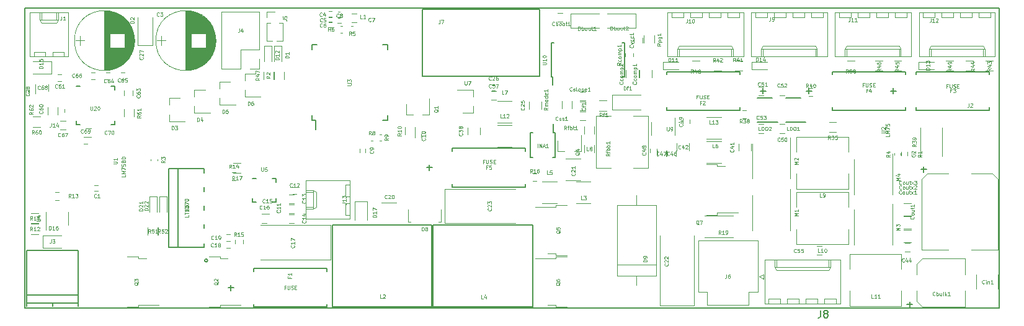
<source format=gbr>
G04 #@! TF.FileFunction,Legend,Top*
%FSLAX46Y46*%
G04 Gerber Fmt 4.6, Leading zero omitted, Abs format (unit mm)*
G04 Created by KiCad (PCBNEW 4.0.7) date 06/15/18 17:29:42*
%MOMM*%
%LPD*%
G01*
G04 APERTURE LIST*
%ADD10C,0.100000*%
%ADD11C,0.150000*%
%ADD12C,0.120000*%
%ADD13C,0.152400*%
%ADD14C,0.125000*%
G04 APERTURE END LIST*
D10*
D11*
X25000000Y-164000000D02*
X25000000Y-123000000D01*
X158000000Y-164000000D02*
X25000000Y-164000000D01*
X158000000Y-123000000D02*
X158000000Y-164000000D01*
X25000000Y-123000000D02*
X158000000Y-123000000D01*
D12*
X36590000Y-131780000D02*
X36090000Y-131780000D01*
X36090000Y-132720000D02*
X36590000Y-132720000D01*
X29450000Y-136770000D02*
X29450000Y-137270000D01*
X30390000Y-137270000D02*
X30390000Y-136770000D01*
X29510000Y-133010000D02*
X30010000Y-133010000D01*
X30010000Y-132070000D02*
X29510000Y-132070000D01*
X34540000Y-131780000D02*
X34040000Y-131780000D01*
X34040000Y-132720000D02*
X34540000Y-132720000D01*
X38640000Y-131780000D02*
X38140000Y-131780000D01*
X38140000Y-132720000D02*
X38640000Y-132720000D01*
X33510000Y-140640000D02*
X33010000Y-140640000D01*
X33010000Y-141580000D02*
X33510000Y-141580000D01*
X29450000Y-136540000D02*
X29450000Y-137540000D01*
X28090000Y-137540000D02*
X28090000Y-136540000D01*
X39750000Y-134270000D02*
X39750000Y-134970000D01*
X38550000Y-134970000D02*
X38550000Y-134270000D01*
X29840000Y-138400000D02*
X30540000Y-138400000D01*
X30540000Y-139600000D02*
X29840000Y-139600000D01*
X26460000Y-133380000D02*
X26460000Y-134380000D01*
X28160000Y-134380000D02*
X28160000Y-133380000D01*
X26080000Y-137860000D02*
X27080000Y-137860000D01*
X27080000Y-139220000D02*
X26080000Y-139220000D01*
X38520000Y-137820000D02*
X38520000Y-136820000D01*
X39880000Y-136820000D02*
X39880000Y-137820000D01*
D11*
X37275000Y-133685000D02*
X37275000Y-134210000D01*
X32025000Y-138935000D02*
X32025000Y-138410000D01*
X37275000Y-138935000D02*
X37275000Y-138410000D01*
X32025000Y-133685000D02*
X32550000Y-133685000D01*
X32025000Y-138935000D02*
X32550000Y-138935000D01*
X37275000Y-138935000D02*
X36750000Y-138935000D01*
X37275000Y-133685000D02*
X36750000Y-133685000D01*
X80550000Y-163850000D02*
X80550000Y-152650000D01*
X80550000Y-152650000D02*
X66950000Y-152650000D01*
X66950000Y-152650000D02*
X66950000Y-163850000D01*
X66950000Y-163850000D02*
X80550000Y-163850000D01*
D12*
X34480000Y-147190000D02*
X34980000Y-147190000D01*
X34980000Y-147990000D02*
X34480000Y-147990000D01*
X144640000Y-143170000D02*
X144640000Y-142670000D01*
X145440000Y-142670000D02*
X145440000Y-143170000D01*
X51040000Y-127450000D02*
G75*
G03X51040000Y-127450000I-4090000J0D01*
G01*
X46950000Y-123400000D02*
X46950000Y-131500000D01*
X46990000Y-123400000D02*
X46990000Y-131500000D01*
X47030000Y-123400000D02*
X47030000Y-131500000D01*
X47070000Y-123401000D02*
X47070000Y-131499000D01*
X47110000Y-123403000D02*
X47110000Y-131497000D01*
X47150000Y-123404000D02*
X47150000Y-131496000D01*
X47190000Y-123407000D02*
X47190000Y-131493000D01*
X47230000Y-123409000D02*
X47230000Y-131491000D01*
X47270000Y-123412000D02*
X47270000Y-131488000D01*
X47310000Y-123415000D02*
X47310000Y-131485000D01*
X47350000Y-123419000D02*
X47350000Y-131481000D01*
X47390000Y-123423000D02*
X47390000Y-131477000D01*
X47430000Y-123428000D02*
X47430000Y-131472000D01*
X47470000Y-123433000D02*
X47470000Y-131467000D01*
X47510000Y-123438000D02*
X47510000Y-131462000D01*
X47550000Y-123444000D02*
X47550000Y-131456000D01*
X47590000Y-123450000D02*
X47590000Y-131450000D01*
X47630000Y-123456000D02*
X47630000Y-131444000D01*
X47671000Y-123463000D02*
X47671000Y-131437000D01*
X47711000Y-123471000D02*
X47711000Y-131429000D01*
X47751000Y-123479000D02*
X47751000Y-126470000D01*
X47751000Y-128430000D02*
X47751000Y-131421000D01*
X47791000Y-123487000D02*
X47791000Y-126470000D01*
X47791000Y-128430000D02*
X47791000Y-131413000D01*
X47831000Y-123495000D02*
X47831000Y-126470000D01*
X47831000Y-128430000D02*
X47831000Y-131405000D01*
X47871000Y-123504000D02*
X47871000Y-126470000D01*
X47871000Y-128430000D02*
X47871000Y-131396000D01*
X47911000Y-123514000D02*
X47911000Y-126470000D01*
X47911000Y-128430000D02*
X47911000Y-131386000D01*
X47951000Y-123524000D02*
X47951000Y-126470000D01*
X47951000Y-128430000D02*
X47951000Y-131376000D01*
X47991000Y-123534000D02*
X47991000Y-126470000D01*
X47991000Y-128430000D02*
X47991000Y-131366000D01*
X48031000Y-123545000D02*
X48031000Y-126470000D01*
X48031000Y-128430000D02*
X48031000Y-131355000D01*
X48071000Y-123556000D02*
X48071000Y-126470000D01*
X48071000Y-128430000D02*
X48071000Y-131344000D01*
X48111000Y-123567000D02*
X48111000Y-126470000D01*
X48111000Y-128430000D02*
X48111000Y-131333000D01*
X48151000Y-123580000D02*
X48151000Y-126470000D01*
X48151000Y-128430000D02*
X48151000Y-131320000D01*
X48191000Y-123592000D02*
X48191000Y-126470000D01*
X48191000Y-128430000D02*
X48191000Y-131308000D01*
X48231000Y-123605000D02*
X48231000Y-126470000D01*
X48231000Y-128430000D02*
X48231000Y-131295000D01*
X48271000Y-123618000D02*
X48271000Y-126470000D01*
X48271000Y-128430000D02*
X48271000Y-131282000D01*
X48311000Y-123632000D02*
X48311000Y-126470000D01*
X48311000Y-128430000D02*
X48311000Y-131268000D01*
X48351000Y-123647000D02*
X48351000Y-126470000D01*
X48351000Y-128430000D02*
X48351000Y-131253000D01*
X48391000Y-123661000D02*
X48391000Y-126470000D01*
X48391000Y-128430000D02*
X48391000Y-131239000D01*
X48431000Y-123677000D02*
X48431000Y-126470000D01*
X48431000Y-128430000D02*
X48431000Y-131223000D01*
X48471000Y-123692000D02*
X48471000Y-126470000D01*
X48471000Y-128430000D02*
X48471000Y-131208000D01*
X48511000Y-123709000D02*
X48511000Y-126470000D01*
X48511000Y-128430000D02*
X48511000Y-131191000D01*
X48551000Y-123725000D02*
X48551000Y-126470000D01*
X48551000Y-128430000D02*
X48551000Y-131175000D01*
X48591000Y-123743000D02*
X48591000Y-126470000D01*
X48591000Y-128430000D02*
X48591000Y-131157000D01*
X48631000Y-123760000D02*
X48631000Y-126470000D01*
X48631000Y-128430000D02*
X48631000Y-131140000D01*
X48671000Y-123779000D02*
X48671000Y-126470000D01*
X48671000Y-128430000D02*
X48671000Y-131121000D01*
X48711000Y-123798000D02*
X48711000Y-126470000D01*
X48711000Y-128430000D02*
X48711000Y-131102000D01*
X48751000Y-123817000D02*
X48751000Y-126470000D01*
X48751000Y-128430000D02*
X48751000Y-131083000D01*
X48791000Y-123837000D02*
X48791000Y-126470000D01*
X48791000Y-128430000D02*
X48791000Y-131063000D01*
X48831000Y-123857000D02*
X48831000Y-126470000D01*
X48831000Y-128430000D02*
X48831000Y-131043000D01*
X48871000Y-123878000D02*
X48871000Y-126470000D01*
X48871000Y-128430000D02*
X48871000Y-131022000D01*
X48911000Y-123900000D02*
X48911000Y-126470000D01*
X48911000Y-128430000D02*
X48911000Y-131000000D01*
X48951000Y-123922000D02*
X48951000Y-126470000D01*
X48951000Y-128430000D02*
X48951000Y-130978000D01*
X48991000Y-123945000D02*
X48991000Y-126470000D01*
X48991000Y-128430000D02*
X48991000Y-130955000D01*
X49031000Y-123968000D02*
X49031000Y-126470000D01*
X49031000Y-128430000D02*
X49031000Y-130932000D01*
X49071000Y-123992000D02*
X49071000Y-126470000D01*
X49071000Y-128430000D02*
X49071000Y-130908000D01*
X49111000Y-124016000D02*
X49111000Y-126470000D01*
X49111000Y-128430000D02*
X49111000Y-130884000D01*
X49151000Y-124042000D02*
X49151000Y-126470000D01*
X49151000Y-128430000D02*
X49151000Y-130858000D01*
X49191000Y-124067000D02*
X49191000Y-126470000D01*
X49191000Y-128430000D02*
X49191000Y-130833000D01*
X49231000Y-124094000D02*
X49231000Y-126470000D01*
X49231000Y-128430000D02*
X49231000Y-130806000D01*
X49271000Y-124121000D02*
X49271000Y-126470000D01*
X49271000Y-128430000D02*
X49271000Y-130779000D01*
X49311000Y-124149000D02*
X49311000Y-126470000D01*
X49311000Y-128430000D02*
X49311000Y-130751000D01*
X49351000Y-124178000D02*
X49351000Y-126470000D01*
X49351000Y-128430000D02*
X49351000Y-130722000D01*
X49391000Y-124207000D02*
X49391000Y-126470000D01*
X49391000Y-128430000D02*
X49391000Y-130693000D01*
X49431000Y-124237000D02*
X49431000Y-126470000D01*
X49431000Y-128430000D02*
X49431000Y-130663000D01*
X49471000Y-124268000D02*
X49471000Y-126470000D01*
X49471000Y-128430000D02*
X49471000Y-130632000D01*
X49511000Y-124300000D02*
X49511000Y-126470000D01*
X49511000Y-128430000D02*
X49511000Y-130600000D01*
X49551000Y-124332000D02*
X49551000Y-126470000D01*
X49551000Y-128430000D02*
X49551000Y-130568000D01*
X49591000Y-124366000D02*
X49591000Y-126470000D01*
X49591000Y-128430000D02*
X49591000Y-130534000D01*
X49631000Y-124400000D02*
X49631000Y-126470000D01*
X49631000Y-128430000D02*
X49631000Y-130500000D01*
X49671000Y-124435000D02*
X49671000Y-126470000D01*
X49671000Y-128430000D02*
X49671000Y-130465000D01*
X49711000Y-124471000D02*
X49711000Y-130429000D01*
X49751000Y-124508000D02*
X49751000Y-130392000D01*
X49791000Y-124546000D02*
X49791000Y-130354000D01*
X49831000Y-124585000D02*
X49831000Y-130315000D01*
X49871000Y-124626000D02*
X49871000Y-130274000D01*
X49911000Y-124667000D02*
X49911000Y-130233000D01*
X49951000Y-124710000D02*
X49951000Y-130190000D01*
X49991000Y-124753000D02*
X49991000Y-130147000D01*
X50031000Y-124798000D02*
X50031000Y-130102000D01*
X50071000Y-124845000D02*
X50071000Y-130055000D01*
X50111000Y-124893000D02*
X50111000Y-130007000D01*
X50151000Y-124942000D02*
X50151000Y-129958000D01*
X50191000Y-124993000D02*
X50191000Y-129907000D01*
X50231000Y-125046000D02*
X50231000Y-129854000D01*
X50271000Y-125101000D02*
X50271000Y-129799000D01*
X50311000Y-125157000D02*
X50311000Y-129743000D01*
X50351000Y-125216000D02*
X50351000Y-129684000D01*
X50391000Y-125277000D02*
X50391000Y-129623000D01*
X50431000Y-125341000D02*
X50431000Y-129559000D01*
X50471000Y-125407000D02*
X50471000Y-129493000D01*
X50511000Y-125476000D02*
X50511000Y-129424000D01*
X50551000Y-125548000D02*
X50551000Y-129352000D01*
X50591000Y-125624000D02*
X50591000Y-129276000D01*
X50631000Y-125705000D02*
X50631000Y-129195000D01*
X50671000Y-125790000D02*
X50671000Y-129110000D01*
X50711000Y-125880000D02*
X50711000Y-129020000D01*
X50751000Y-125977000D02*
X50751000Y-128923000D01*
X50791000Y-126081000D02*
X50791000Y-128819000D01*
X50831000Y-126196000D02*
X50831000Y-128704000D01*
X50871000Y-126323000D02*
X50871000Y-128577000D01*
X50911000Y-126467000D02*
X50911000Y-128433000D01*
X50951000Y-126636000D02*
X50951000Y-128264000D01*
X50991000Y-126852000D02*
X50991000Y-128048000D01*
X51031000Y-127204000D02*
X51031000Y-127696000D01*
X43000000Y-127450000D02*
X44200000Y-127450000D01*
X43600000Y-126800000D02*
X43600000Y-128100000D01*
X66430000Y-123470000D02*
X66930000Y-123470000D01*
X66930000Y-124270000D02*
X66430000Y-124270000D01*
X66430000Y-124170000D02*
X66930000Y-124170000D01*
X66930000Y-124970000D02*
X66430000Y-124970000D01*
X66430000Y-124870000D02*
X66930000Y-124870000D01*
X66930000Y-125670000D02*
X66430000Y-125670000D01*
X69570000Y-123740000D02*
X70270000Y-123740000D01*
X70270000Y-124940000D02*
X69570000Y-124940000D01*
X67640000Y-124250000D02*
X68140000Y-124250000D01*
X68140000Y-125050000D02*
X67640000Y-125050000D01*
X70690000Y-142710000D02*
X70690000Y-142210000D01*
X71490000Y-142210000D02*
X71490000Y-142710000D01*
X79070000Y-140220000D02*
X79070000Y-140720000D01*
X78270000Y-140720000D02*
X78270000Y-140220000D01*
X61730000Y-151010000D02*
X61030000Y-151010000D01*
X61030000Y-149810000D02*
X61730000Y-149810000D01*
X62030000Y-147490000D02*
X61530000Y-147490000D01*
X61530000Y-148430000D02*
X62030000Y-148430000D01*
X61730000Y-149660000D02*
X61030000Y-149660000D01*
X61030000Y-148460000D02*
X61730000Y-148460000D01*
X61730000Y-152360000D02*
X61030000Y-152360000D01*
X61030000Y-151160000D02*
X61730000Y-151160000D01*
X58320000Y-150180000D02*
X57820000Y-150180000D01*
X57820000Y-151120000D02*
X58320000Y-151120000D01*
X58030000Y-152350000D02*
X57330000Y-152350000D01*
X57330000Y-151150000D02*
X58030000Y-151150000D01*
X66750000Y-157350000D02*
X57150000Y-157350000D01*
X66750000Y-152650000D02*
X57150000Y-152650000D01*
X66750000Y-157350000D02*
X66750000Y-152650000D01*
X52990000Y-154850000D02*
X52490000Y-154850000D01*
X52490000Y-155790000D02*
X52990000Y-155790000D01*
X52990000Y-153880000D02*
X52490000Y-153880000D01*
X52490000Y-154820000D02*
X52990000Y-154820000D01*
X111650000Y-163640000D02*
X111650000Y-154040000D01*
X116350000Y-163640000D02*
X116350000Y-154040000D01*
X111650000Y-163640000D02*
X116350000Y-163640000D01*
X82340000Y-147700000D02*
X91940000Y-147700000D01*
X82340000Y-152400000D02*
X91940000Y-152400000D01*
X82340000Y-147700000D02*
X82340000Y-152400000D01*
X89200000Y-134290000D02*
X88700000Y-134290000D01*
X88700000Y-133490000D02*
X89200000Y-133490000D01*
X39940000Y-127450000D02*
G75*
G03X39940000Y-127450000I-4090000J0D01*
G01*
X35850000Y-123400000D02*
X35850000Y-131500000D01*
X35890000Y-123400000D02*
X35890000Y-131500000D01*
X35930000Y-123400000D02*
X35930000Y-131500000D01*
X35970000Y-123401000D02*
X35970000Y-131499000D01*
X36010000Y-123403000D02*
X36010000Y-131497000D01*
X36050000Y-123404000D02*
X36050000Y-131496000D01*
X36090000Y-123407000D02*
X36090000Y-131493000D01*
X36130000Y-123409000D02*
X36130000Y-131491000D01*
X36170000Y-123412000D02*
X36170000Y-131488000D01*
X36210000Y-123415000D02*
X36210000Y-131485000D01*
X36250000Y-123419000D02*
X36250000Y-131481000D01*
X36290000Y-123423000D02*
X36290000Y-131477000D01*
X36330000Y-123428000D02*
X36330000Y-131472000D01*
X36370000Y-123433000D02*
X36370000Y-131467000D01*
X36410000Y-123438000D02*
X36410000Y-131462000D01*
X36450000Y-123444000D02*
X36450000Y-131456000D01*
X36490000Y-123450000D02*
X36490000Y-131450000D01*
X36530000Y-123456000D02*
X36530000Y-131444000D01*
X36571000Y-123463000D02*
X36571000Y-131437000D01*
X36611000Y-123471000D02*
X36611000Y-131429000D01*
X36651000Y-123479000D02*
X36651000Y-126470000D01*
X36651000Y-128430000D02*
X36651000Y-131421000D01*
X36691000Y-123487000D02*
X36691000Y-126470000D01*
X36691000Y-128430000D02*
X36691000Y-131413000D01*
X36731000Y-123495000D02*
X36731000Y-126470000D01*
X36731000Y-128430000D02*
X36731000Y-131405000D01*
X36771000Y-123504000D02*
X36771000Y-126470000D01*
X36771000Y-128430000D02*
X36771000Y-131396000D01*
X36811000Y-123514000D02*
X36811000Y-126470000D01*
X36811000Y-128430000D02*
X36811000Y-131386000D01*
X36851000Y-123524000D02*
X36851000Y-126470000D01*
X36851000Y-128430000D02*
X36851000Y-131376000D01*
X36891000Y-123534000D02*
X36891000Y-126470000D01*
X36891000Y-128430000D02*
X36891000Y-131366000D01*
X36931000Y-123545000D02*
X36931000Y-126470000D01*
X36931000Y-128430000D02*
X36931000Y-131355000D01*
X36971000Y-123556000D02*
X36971000Y-126470000D01*
X36971000Y-128430000D02*
X36971000Y-131344000D01*
X37011000Y-123567000D02*
X37011000Y-126470000D01*
X37011000Y-128430000D02*
X37011000Y-131333000D01*
X37051000Y-123580000D02*
X37051000Y-126470000D01*
X37051000Y-128430000D02*
X37051000Y-131320000D01*
X37091000Y-123592000D02*
X37091000Y-126470000D01*
X37091000Y-128430000D02*
X37091000Y-131308000D01*
X37131000Y-123605000D02*
X37131000Y-126470000D01*
X37131000Y-128430000D02*
X37131000Y-131295000D01*
X37171000Y-123618000D02*
X37171000Y-126470000D01*
X37171000Y-128430000D02*
X37171000Y-131282000D01*
X37211000Y-123632000D02*
X37211000Y-126470000D01*
X37211000Y-128430000D02*
X37211000Y-131268000D01*
X37251000Y-123647000D02*
X37251000Y-126470000D01*
X37251000Y-128430000D02*
X37251000Y-131253000D01*
X37291000Y-123661000D02*
X37291000Y-126470000D01*
X37291000Y-128430000D02*
X37291000Y-131239000D01*
X37331000Y-123677000D02*
X37331000Y-126470000D01*
X37331000Y-128430000D02*
X37331000Y-131223000D01*
X37371000Y-123692000D02*
X37371000Y-126470000D01*
X37371000Y-128430000D02*
X37371000Y-131208000D01*
X37411000Y-123709000D02*
X37411000Y-126470000D01*
X37411000Y-128430000D02*
X37411000Y-131191000D01*
X37451000Y-123725000D02*
X37451000Y-126470000D01*
X37451000Y-128430000D02*
X37451000Y-131175000D01*
X37491000Y-123743000D02*
X37491000Y-126470000D01*
X37491000Y-128430000D02*
X37491000Y-131157000D01*
X37531000Y-123760000D02*
X37531000Y-126470000D01*
X37531000Y-128430000D02*
X37531000Y-131140000D01*
X37571000Y-123779000D02*
X37571000Y-126470000D01*
X37571000Y-128430000D02*
X37571000Y-131121000D01*
X37611000Y-123798000D02*
X37611000Y-126470000D01*
X37611000Y-128430000D02*
X37611000Y-131102000D01*
X37651000Y-123817000D02*
X37651000Y-126470000D01*
X37651000Y-128430000D02*
X37651000Y-131083000D01*
X37691000Y-123837000D02*
X37691000Y-126470000D01*
X37691000Y-128430000D02*
X37691000Y-131063000D01*
X37731000Y-123857000D02*
X37731000Y-126470000D01*
X37731000Y-128430000D02*
X37731000Y-131043000D01*
X37771000Y-123878000D02*
X37771000Y-126470000D01*
X37771000Y-128430000D02*
X37771000Y-131022000D01*
X37811000Y-123900000D02*
X37811000Y-126470000D01*
X37811000Y-128430000D02*
X37811000Y-131000000D01*
X37851000Y-123922000D02*
X37851000Y-126470000D01*
X37851000Y-128430000D02*
X37851000Y-130978000D01*
X37891000Y-123945000D02*
X37891000Y-126470000D01*
X37891000Y-128430000D02*
X37891000Y-130955000D01*
X37931000Y-123968000D02*
X37931000Y-126470000D01*
X37931000Y-128430000D02*
X37931000Y-130932000D01*
X37971000Y-123992000D02*
X37971000Y-126470000D01*
X37971000Y-128430000D02*
X37971000Y-130908000D01*
X38011000Y-124016000D02*
X38011000Y-126470000D01*
X38011000Y-128430000D02*
X38011000Y-130884000D01*
X38051000Y-124042000D02*
X38051000Y-126470000D01*
X38051000Y-128430000D02*
X38051000Y-130858000D01*
X38091000Y-124067000D02*
X38091000Y-126470000D01*
X38091000Y-128430000D02*
X38091000Y-130833000D01*
X38131000Y-124094000D02*
X38131000Y-126470000D01*
X38131000Y-128430000D02*
X38131000Y-130806000D01*
X38171000Y-124121000D02*
X38171000Y-126470000D01*
X38171000Y-128430000D02*
X38171000Y-130779000D01*
X38211000Y-124149000D02*
X38211000Y-126470000D01*
X38211000Y-128430000D02*
X38211000Y-130751000D01*
X38251000Y-124178000D02*
X38251000Y-126470000D01*
X38251000Y-128430000D02*
X38251000Y-130722000D01*
X38291000Y-124207000D02*
X38291000Y-126470000D01*
X38291000Y-128430000D02*
X38291000Y-130693000D01*
X38331000Y-124237000D02*
X38331000Y-126470000D01*
X38331000Y-128430000D02*
X38331000Y-130663000D01*
X38371000Y-124268000D02*
X38371000Y-126470000D01*
X38371000Y-128430000D02*
X38371000Y-130632000D01*
X38411000Y-124300000D02*
X38411000Y-126470000D01*
X38411000Y-128430000D02*
X38411000Y-130600000D01*
X38451000Y-124332000D02*
X38451000Y-126470000D01*
X38451000Y-128430000D02*
X38451000Y-130568000D01*
X38491000Y-124366000D02*
X38491000Y-126470000D01*
X38491000Y-128430000D02*
X38491000Y-130534000D01*
X38531000Y-124400000D02*
X38531000Y-126470000D01*
X38531000Y-128430000D02*
X38531000Y-130500000D01*
X38571000Y-124435000D02*
X38571000Y-126470000D01*
X38571000Y-128430000D02*
X38571000Y-130465000D01*
X38611000Y-124471000D02*
X38611000Y-130429000D01*
X38651000Y-124508000D02*
X38651000Y-130392000D01*
X38691000Y-124546000D02*
X38691000Y-130354000D01*
X38731000Y-124585000D02*
X38731000Y-130315000D01*
X38771000Y-124626000D02*
X38771000Y-130274000D01*
X38811000Y-124667000D02*
X38811000Y-130233000D01*
X38851000Y-124710000D02*
X38851000Y-130190000D01*
X38891000Y-124753000D02*
X38891000Y-130147000D01*
X38931000Y-124798000D02*
X38931000Y-130102000D01*
X38971000Y-124845000D02*
X38971000Y-130055000D01*
X39011000Y-124893000D02*
X39011000Y-130007000D01*
X39051000Y-124942000D02*
X39051000Y-129958000D01*
X39091000Y-124993000D02*
X39091000Y-129907000D01*
X39131000Y-125046000D02*
X39131000Y-129854000D01*
X39171000Y-125101000D02*
X39171000Y-129799000D01*
X39211000Y-125157000D02*
X39211000Y-129743000D01*
X39251000Y-125216000D02*
X39251000Y-129684000D01*
X39291000Y-125277000D02*
X39291000Y-129623000D01*
X39331000Y-125341000D02*
X39331000Y-129559000D01*
X39371000Y-125407000D02*
X39371000Y-129493000D01*
X39411000Y-125476000D02*
X39411000Y-129424000D01*
X39451000Y-125548000D02*
X39451000Y-129352000D01*
X39491000Y-125624000D02*
X39491000Y-129276000D01*
X39531000Y-125705000D02*
X39531000Y-129195000D01*
X39571000Y-125790000D02*
X39571000Y-129110000D01*
X39611000Y-125880000D02*
X39611000Y-129020000D01*
X39651000Y-125977000D02*
X39651000Y-128923000D01*
X39691000Y-126081000D02*
X39691000Y-128819000D01*
X39731000Y-126196000D02*
X39731000Y-128704000D01*
X39771000Y-126323000D02*
X39771000Y-128577000D01*
X39811000Y-126467000D02*
X39811000Y-128433000D01*
X39851000Y-126636000D02*
X39851000Y-128264000D01*
X39891000Y-126852000D02*
X39891000Y-128048000D01*
X39931000Y-127204000D02*
X39931000Y-127696000D01*
X31900000Y-127450000D02*
X33100000Y-127450000D01*
X32500000Y-126800000D02*
X32500000Y-128100000D01*
X113850000Y-142500000D02*
X113850000Y-143200000D01*
X112650000Y-143200000D02*
X112650000Y-142500000D01*
X112500000Y-142500000D02*
X112500000Y-143200000D01*
X111300000Y-143200000D02*
X111300000Y-142500000D01*
X110330000Y-142200000D02*
X110330000Y-142700000D01*
X111270000Y-142700000D02*
X111270000Y-142200000D01*
X115760000Y-138780000D02*
X115760000Y-138280000D01*
X114820000Y-138280000D02*
X114820000Y-138780000D01*
X128010000Y-138870000D02*
X128710000Y-138870000D01*
X128710000Y-140070000D02*
X128010000Y-140070000D01*
X125850000Y-134970000D02*
X125150000Y-134970000D01*
X125150000Y-133770000D02*
X125850000Y-133770000D01*
X128000000Y-133770000D02*
X128700000Y-133770000D01*
X128700000Y-134970000D02*
X128000000Y-134970000D01*
X125860000Y-140070000D02*
X125160000Y-140070000D01*
X125160000Y-138870000D02*
X125860000Y-138870000D01*
X98420000Y-124850000D02*
X97720000Y-124850000D01*
X97720000Y-123650000D02*
X98420000Y-123650000D01*
X146750000Y-163040000D02*
X146750000Y-161620000D01*
X153350000Y-163800000D02*
X153350000Y-161620000D01*
X153350000Y-157200000D02*
X153350000Y-159380000D01*
X146750000Y-157960000D02*
X146750000Y-159380000D01*
X153350000Y-163800000D02*
X147510000Y-163800000D01*
X147510000Y-163800000D02*
X146750000Y-163040000D01*
X146750000Y-157960000D02*
X147510000Y-157200000D01*
X147510000Y-157200000D02*
X153350000Y-157200000D01*
X108890000Y-131510000D02*
X108890000Y-132510000D01*
X110590000Y-132510000D02*
X110590000Y-131510000D01*
X107060000Y-131510000D02*
X107060000Y-132510000D01*
X108760000Y-132510000D02*
X108760000Y-131510000D01*
X100790000Y-135790000D02*
X101490000Y-135790000D01*
X101490000Y-136990000D02*
X100790000Y-136990000D01*
X154830000Y-159390000D02*
X154830000Y-161390000D01*
X157790000Y-161390000D02*
X157790000Y-159390000D01*
X157040000Y-145610000D02*
X154150000Y-145610000D01*
X148140000Y-145610000D02*
X151030000Y-145610000D01*
X147380000Y-156030000D02*
X151030000Y-156030000D01*
X157800000Y-156030000D02*
X154150000Y-156030000D01*
X147380000Y-156030000D02*
X147380000Y-146370000D01*
X147380000Y-146370000D02*
X148140000Y-145610000D01*
X157040000Y-145610000D02*
X157800000Y-146370000D01*
X157800000Y-146370000D02*
X157800000Y-156030000D01*
X145990000Y-153280000D02*
X144990000Y-153280000D01*
X144990000Y-154980000D02*
X145990000Y-154980000D01*
X145990000Y-151480000D02*
X144990000Y-151480000D01*
X144990000Y-153180000D02*
X145990000Y-153180000D01*
X145990000Y-149680000D02*
X144990000Y-149680000D01*
X144990000Y-151380000D02*
X145990000Y-151380000D01*
X100780000Y-134430000D02*
X101480000Y-134430000D01*
X101480000Y-135630000D02*
X100780000Y-135630000D01*
X100790000Y-137150000D02*
X101490000Y-137150000D01*
X101490000Y-138350000D02*
X100790000Y-138350000D01*
X108100000Y-127750000D02*
X108100000Y-127050000D01*
X109300000Y-127050000D02*
X109300000Y-127750000D01*
X60040000Y-128150000D02*
X59040000Y-128150000D01*
X59040000Y-128150000D02*
X59040000Y-130250000D01*
X60040000Y-128150000D02*
X60040000Y-130250000D01*
X40400000Y-128100000D02*
X42400000Y-128100000D01*
X42400000Y-128100000D02*
X42400000Y-124250000D01*
X40400000Y-128100000D02*
X40400000Y-124250000D01*
X44670000Y-135310000D02*
X44670000Y-136240000D01*
X44670000Y-138470000D02*
X44670000Y-137540000D01*
X44670000Y-138470000D02*
X46830000Y-138470000D01*
X44670000Y-135310000D02*
X46130000Y-135310000D01*
X48130000Y-134160000D02*
X48130000Y-135090000D01*
X48130000Y-137320000D02*
X48130000Y-136390000D01*
X48130000Y-137320000D02*
X50290000Y-137320000D01*
X48130000Y-134160000D02*
X49590000Y-134160000D01*
X51580000Y-133060000D02*
X51580000Y-133990000D01*
X51580000Y-136220000D02*
X51580000Y-135290000D01*
X51580000Y-136220000D02*
X53740000Y-136220000D01*
X51580000Y-133060000D02*
X53040000Y-133060000D01*
X55030000Y-131970000D02*
X55030000Y-132900000D01*
X55030000Y-135130000D02*
X55030000Y-134200000D01*
X55030000Y-135130000D02*
X57190000Y-135130000D01*
X55030000Y-131970000D02*
X56490000Y-131970000D01*
X77330000Y-152250000D02*
X77680000Y-152250000D01*
X81480000Y-152250000D02*
X81830000Y-152250000D01*
X81830000Y-152250000D02*
X81830000Y-150500000D01*
X77330000Y-150500000D02*
X77330000Y-152250000D01*
X105825000Y-159555000D02*
X111155000Y-159555000D01*
X111155000Y-159555000D02*
X111155000Y-149905000D01*
X111155000Y-149905000D02*
X105825000Y-149905000D01*
X105825000Y-149905000D02*
X105825000Y-159555000D01*
X108490000Y-160870000D02*
X108490000Y-159555000D01*
X108490000Y-148590000D02*
X108490000Y-149905000D01*
X105825000Y-158065500D02*
X111155000Y-158065500D01*
X112140000Y-130350000D02*
X112140000Y-131350000D01*
X112140000Y-131350000D02*
X114240000Y-131350000D01*
X112140000Y-130350000D02*
X114240000Y-130350000D01*
X58690000Y-128150000D02*
X57690000Y-128150000D01*
X57690000Y-128150000D02*
X57690000Y-130250000D01*
X58690000Y-128150000D02*
X58690000Y-130250000D01*
X146990000Y-130350000D02*
X146990000Y-131350000D01*
X146990000Y-131350000D02*
X149090000Y-131350000D01*
X146990000Y-130350000D02*
X149090000Y-130350000D01*
X124220000Y-130350000D02*
X124220000Y-131350000D01*
X124220000Y-131350000D02*
X126320000Y-131350000D01*
X124220000Y-130350000D02*
X126320000Y-130350000D01*
X99520000Y-123750000D02*
X99520000Y-125750000D01*
X99520000Y-125750000D02*
X103370000Y-125750000D01*
X99520000Y-123750000D02*
X103370000Y-123750000D01*
X108360000Y-125750000D02*
X108360000Y-123750000D01*
X108360000Y-123750000D02*
X104510000Y-123750000D01*
X108360000Y-125750000D02*
X104510000Y-125750000D01*
X105170000Y-134890000D02*
X105170000Y-136890000D01*
X105170000Y-136890000D02*
X109020000Y-136890000D01*
X105170000Y-134890000D02*
X109020000Y-134890000D01*
D13*
X53480300Y-161210000D02*
X52718300Y-161210000D01*
X53099300Y-160829000D02*
X53099300Y-161591000D01*
X56248900Y-163851600D02*
X66231100Y-163851600D01*
X66231100Y-163851600D02*
X66231100Y-163447740D01*
X66231100Y-158568400D02*
X56248900Y-158568400D01*
X56248900Y-158568400D02*
X56248900Y-158972260D01*
X56248900Y-163447740D02*
X56248900Y-163851600D01*
X66231100Y-158972260D02*
X66231100Y-158568400D01*
X125389700Y-134340000D02*
X126151700Y-134340000D01*
X125770700Y-134721000D02*
X125770700Y-133959000D01*
X122621100Y-131698400D02*
X112638900Y-131698400D01*
X112638900Y-131698400D02*
X112638900Y-132102260D01*
X112638900Y-136981600D02*
X122621100Y-136981600D01*
X122621100Y-136981600D02*
X122621100Y-136577740D01*
X122621100Y-132102260D02*
X122621100Y-131698400D01*
X112638900Y-136577740D02*
X112638900Y-136981600D01*
X143920300Y-134330000D02*
X143158300Y-134330000D01*
X143539300Y-133949000D02*
X143539300Y-134711000D01*
X146688900Y-136971600D02*
X156671100Y-136971600D01*
X156671100Y-136971600D02*
X156671100Y-136567740D01*
X156671100Y-131688400D02*
X146688900Y-131688400D01*
X146688900Y-131688400D02*
X146688900Y-132092260D01*
X146688900Y-136567740D02*
X146688900Y-136971600D01*
X156671100Y-132092260D02*
X156671100Y-131688400D01*
X132420300Y-134330000D02*
X131658300Y-134330000D01*
X132039300Y-133949000D02*
X132039300Y-134711000D01*
X135188900Y-136971600D02*
X145171100Y-136971600D01*
X145171100Y-136971600D02*
X145171100Y-136567740D01*
X145171100Y-131688400D02*
X135188900Y-131688400D01*
X135188900Y-131688400D02*
X135188900Y-132092260D01*
X135188900Y-136567740D02*
X135188900Y-136971600D01*
X145171100Y-132092260D02*
X145171100Y-131688400D01*
D11*
X97345000Y-140055000D02*
X97120000Y-140055000D01*
X97345000Y-143405000D02*
X97045000Y-143405000D01*
X93995000Y-143405000D02*
X94295000Y-143405000D01*
X93995000Y-140055000D02*
X94295000Y-140055000D01*
X97345000Y-140055000D02*
X97345000Y-143405000D01*
X93995000Y-140055000D02*
X93995000Y-143405000D01*
X97120000Y-140055000D02*
X97120000Y-138830000D01*
D12*
X57020000Y-123540000D02*
X51820000Y-123540000D01*
X57020000Y-128680000D02*
X57020000Y-123540000D01*
X51820000Y-131280000D02*
X51820000Y-123540000D01*
X57020000Y-128680000D02*
X54420000Y-128680000D01*
X54420000Y-128680000D02*
X54420000Y-131280000D01*
X54420000Y-131280000D02*
X51820000Y-131280000D01*
X57020000Y-129950000D02*
X57020000Y-131280000D01*
X57020000Y-131280000D02*
X55690000Y-131280000D01*
X57980000Y-127485000D02*
X58782470Y-127485000D01*
X59397530Y-127485000D02*
X60200000Y-127485000D01*
X57980000Y-125010000D02*
X57980000Y-127485000D01*
X60200000Y-125010000D02*
X60200000Y-127485000D01*
X57980000Y-125010000D02*
X58526529Y-125010000D01*
X59653471Y-125010000D02*
X60200000Y-125010000D01*
X57980000Y-124250000D02*
X57980000Y-123490000D01*
X57980000Y-123490000D02*
X59090000Y-123490000D01*
X125020000Y-154780000D02*
X125020000Y-161820000D01*
X125020000Y-161820000D02*
X123820000Y-161820000D01*
X123820000Y-161820000D02*
X123820000Y-163520000D01*
X123820000Y-163520000D02*
X118120000Y-163520000D01*
X118120000Y-163520000D02*
X118120000Y-161820000D01*
X118120000Y-161820000D02*
X116920000Y-161820000D01*
X116920000Y-161820000D02*
X116920000Y-154780000D01*
X116920000Y-154780000D02*
X125020000Y-154780000D01*
X125220000Y-159700000D02*
X125820000Y-159400000D01*
X125820000Y-159400000D02*
X125820000Y-160000000D01*
X125820000Y-160000000D02*
X125220000Y-159700000D01*
D11*
X95230000Y-123150000D02*
X95230000Y-132350000D01*
X95230000Y-132350000D02*
X79230000Y-132350000D01*
X79230000Y-132350000D02*
X79230000Y-123150000D01*
X79230000Y-123150000D02*
X95230000Y-123150000D01*
D12*
X124150000Y-123630000D02*
X124150000Y-129630000D01*
X124150000Y-129630000D02*
X134510000Y-129630000D01*
X134510000Y-129630000D02*
X134510000Y-123630000D01*
X134510000Y-123630000D02*
X124150000Y-123630000D01*
X125520000Y-129630000D02*
X125520000Y-128630000D01*
X125520000Y-128630000D02*
X133140000Y-128630000D01*
X133140000Y-128630000D02*
X133140000Y-129630000D01*
X125520000Y-128630000D02*
X125770000Y-128200000D01*
X125770000Y-128200000D02*
X132890000Y-128200000D01*
X132890000Y-128200000D02*
X133140000Y-128630000D01*
X125770000Y-129630000D02*
X125770000Y-128630000D01*
X132890000Y-129630000D02*
X132890000Y-128630000D01*
X124720000Y-123630000D02*
X124720000Y-124250000D01*
X124720000Y-124250000D02*
X126320000Y-124250000D01*
X126320000Y-124250000D02*
X126320000Y-123630000D01*
X127260000Y-123630000D02*
X127260000Y-124250000D01*
X127260000Y-124250000D02*
X128860000Y-124250000D01*
X128860000Y-124250000D02*
X128860000Y-123630000D01*
X129800000Y-123630000D02*
X129800000Y-124250000D01*
X129800000Y-124250000D02*
X131400000Y-124250000D01*
X131400000Y-124250000D02*
X131400000Y-123630000D01*
X132340000Y-123630000D02*
X132340000Y-124250000D01*
X132340000Y-124250000D02*
X133940000Y-124250000D01*
X133940000Y-124250000D02*
X133940000Y-123630000D01*
X112710000Y-123630000D02*
X112710000Y-129630000D01*
X112710000Y-129630000D02*
X123070000Y-129630000D01*
X123070000Y-129630000D02*
X123070000Y-123630000D01*
X123070000Y-123630000D02*
X112710000Y-123630000D01*
X114080000Y-129630000D02*
X114080000Y-128630000D01*
X114080000Y-128630000D02*
X121700000Y-128630000D01*
X121700000Y-128630000D02*
X121700000Y-129630000D01*
X114080000Y-128630000D02*
X114330000Y-128200000D01*
X114330000Y-128200000D02*
X121450000Y-128200000D01*
X121450000Y-128200000D02*
X121700000Y-128630000D01*
X114330000Y-129630000D02*
X114330000Y-128630000D01*
X121450000Y-129630000D02*
X121450000Y-128630000D01*
X113280000Y-123630000D02*
X113280000Y-124250000D01*
X113280000Y-124250000D02*
X114880000Y-124250000D01*
X114880000Y-124250000D02*
X114880000Y-123630000D01*
X115820000Y-123630000D02*
X115820000Y-124250000D01*
X115820000Y-124250000D02*
X117420000Y-124250000D01*
X117420000Y-124250000D02*
X117420000Y-123630000D01*
X118360000Y-123630000D02*
X118360000Y-124250000D01*
X118360000Y-124250000D02*
X119960000Y-124250000D01*
X119960000Y-124250000D02*
X119960000Y-123630000D01*
X120900000Y-123630000D02*
X120900000Y-124250000D01*
X120900000Y-124250000D02*
X122500000Y-124250000D01*
X122500000Y-124250000D02*
X122500000Y-123630000D01*
X135580000Y-123630000D02*
X135580000Y-129630000D01*
X135580000Y-129630000D02*
X145940000Y-129630000D01*
X145940000Y-129630000D02*
X145940000Y-123630000D01*
X145940000Y-123630000D02*
X135580000Y-123630000D01*
X136950000Y-129630000D02*
X136950000Y-128630000D01*
X136950000Y-128630000D02*
X144570000Y-128630000D01*
X144570000Y-128630000D02*
X144570000Y-129630000D01*
X136950000Y-128630000D02*
X137200000Y-128200000D01*
X137200000Y-128200000D02*
X144320000Y-128200000D01*
X144320000Y-128200000D02*
X144570000Y-128630000D01*
X137200000Y-129630000D02*
X137200000Y-128630000D01*
X144320000Y-129630000D02*
X144320000Y-128630000D01*
X136150000Y-123630000D02*
X136150000Y-124250000D01*
X136150000Y-124250000D02*
X137750000Y-124250000D01*
X137750000Y-124250000D02*
X137750000Y-123630000D01*
X138690000Y-123630000D02*
X138690000Y-124250000D01*
X138690000Y-124250000D02*
X140290000Y-124250000D01*
X140290000Y-124250000D02*
X140290000Y-123630000D01*
X141230000Y-123630000D02*
X141230000Y-124250000D01*
X141230000Y-124250000D02*
X142830000Y-124250000D01*
X142830000Y-124250000D02*
X142830000Y-123630000D01*
X143770000Y-123630000D02*
X143770000Y-124250000D01*
X143770000Y-124250000D02*
X145370000Y-124250000D01*
X145370000Y-124250000D02*
X145370000Y-123630000D01*
X147030000Y-123630000D02*
X147030000Y-129630000D01*
X147030000Y-129630000D02*
X157390000Y-129630000D01*
X157390000Y-129630000D02*
X157390000Y-123630000D01*
X157390000Y-123630000D02*
X147030000Y-123630000D01*
X148400000Y-129630000D02*
X148400000Y-128630000D01*
X148400000Y-128630000D02*
X156020000Y-128630000D01*
X156020000Y-128630000D02*
X156020000Y-129630000D01*
X148400000Y-128630000D02*
X148650000Y-128200000D01*
X148650000Y-128200000D02*
X155770000Y-128200000D01*
X155770000Y-128200000D02*
X156020000Y-128630000D01*
X148650000Y-129630000D02*
X148650000Y-128630000D01*
X155770000Y-129630000D02*
X155770000Y-128630000D01*
X147600000Y-123630000D02*
X147600000Y-124250000D01*
X147600000Y-124250000D02*
X149200000Y-124250000D01*
X149200000Y-124250000D02*
X149200000Y-123630000D01*
X150140000Y-123630000D02*
X150140000Y-124250000D01*
X150140000Y-124250000D02*
X151740000Y-124250000D01*
X151740000Y-124250000D02*
X151740000Y-123630000D01*
X152680000Y-123630000D02*
X152680000Y-124250000D01*
X152680000Y-124250000D02*
X154280000Y-124250000D01*
X154280000Y-124250000D02*
X154280000Y-123630000D01*
X155220000Y-123630000D02*
X155220000Y-124250000D01*
X155220000Y-124250000D02*
X156820000Y-124250000D01*
X156820000Y-124250000D02*
X156820000Y-123630000D01*
X67980000Y-123480000D02*
X67740000Y-123480000D01*
X67740000Y-124360000D02*
X67980000Y-124360000D01*
X100240000Y-146720000D02*
X102240000Y-146720000D01*
X102240000Y-149680000D02*
X100240000Y-149680000D01*
D11*
X94290000Y-163850000D02*
X94290000Y-152650000D01*
X94290000Y-152650000D02*
X80690000Y-152650000D01*
X80690000Y-152650000D02*
X80690000Y-163850000D01*
X80690000Y-163850000D02*
X94290000Y-163850000D01*
D12*
X97590000Y-149680000D02*
X95590000Y-149680000D01*
X95590000Y-146720000D02*
X97590000Y-146720000D01*
X108000000Y-144850000D02*
X110050000Y-144850000D01*
X110050000Y-144850000D02*
X110050000Y-137750000D01*
X110050000Y-137750000D02*
X108000000Y-137750000D01*
X105000000Y-144850000D02*
X102950000Y-144850000D01*
X102950000Y-144850000D02*
X102950000Y-137750000D01*
X102950000Y-137750000D02*
X105000000Y-137750000D01*
X137400000Y-142650000D02*
X137400000Y-140600000D01*
X137400000Y-140600000D02*
X130300000Y-140600000D01*
X130300000Y-140600000D02*
X130300000Y-142650000D01*
X137400000Y-145650000D02*
X137400000Y-147700000D01*
X137400000Y-147700000D02*
X130300000Y-147700000D01*
X130300000Y-147700000D02*
X130300000Y-145650000D01*
X137400000Y-150200000D02*
X137400000Y-148150000D01*
X137400000Y-148150000D02*
X130300000Y-148150000D01*
X130300000Y-148150000D02*
X130300000Y-150200000D01*
X137400000Y-153200000D02*
X137400000Y-155250000D01*
X137400000Y-155250000D02*
X130300000Y-155250000D01*
X130300000Y-155250000D02*
X130300000Y-153200000D01*
X144650000Y-158650000D02*
X144650000Y-156600000D01*
X144650000Y-156600000D02*
X137550000Y-156600000D01*
X137550000Y-156600000D02*
X137550000Y-158650000D01*
X144650000Y-161650000D02*
X144650000Y-163700000D01*
X144650000Y-163700000D02*
X137550000Y-163700000D01*
X137550000Y-163700000D02*
X137550000Y-161650000D01*
D11*
X130885000Y-135270000D02*
X128835000Y-135270000D01*
X131590000Y-138570000D02*
X128835000Y-138570000D01*
X127035000Y-135270000D02*
X124985000Y-135270000D01*
X127740000Y-138570000D02*
X124985000Y-138570000D01*
D12*
X124300000Y-153360000D02*
X124300000Y-148560000D01*
X129500000Y-153360000D02*
X129500000Y-147760000D01*
X124300000Y-146310000D02*
X124300000Y-141510000D01*
X129500000Y-146310000D02*
X129500000Y-140710000D01*
X138190000Y-155350000D02*
X138190000Y-150550000D01*
X143390000Y-155350000D02*
X143390000Y-149750000D01*
X138190000Y-148500000D02*
X138190000Y-143700000D01*
X143390000Y-148500000D02*
X143390000Y-142900000D01*
X77060000Y-137560000D02*
X77990000Y-137560000D01*
X80220000Y-137560000D02*
X79290000Y-137560000D01*
X80220000Y-137560000D02*
X80220000Y-135400000D01*
X77060000Y-137560000D02*
X77060000Y-136100000D01*
X50110000Y-163850000D02*
X51610000Y-163850000D01*
X51610000Y-163850000D02*
X51610000Y-163580000D01*
X51610000Y-163580000D02*
X54440000Y-163580000D01*
X50110000Y-156950000D02*
X51610000Y-156950000D01*
X51610000Y-156950000D02*
X51610000Y-157220000D01*
X51610000Y-157220000D02*
X52710000Y-157220000D01*
X38960000Y-163850000D02*
X40460000Y-163850000D01*
X40460000Y-163850000D02*
X40460000Y-163580000D01*
X40460000Y-163580000D02*
X43290000Y-163580000D01*
X38960000Y-156950000D02*
X40460000Y-156950000D01*
X40460000Y-156950000D02*
X40460000Y-157220000D01*
X40460000Y-157220000D02*
X41560000Y-157220000D01*
X97740000Y-142560000D02*
X98670000Y-142560000D01*
X100900000Y-142560000D02*
X99970000Y-142560000D01*
X100900000Y-142560000D02*
X100900000Y-140400000D01*
X97740000Y-142560000D02*
X97740000Y-141100000D01*
X98970000Y-149900000D02*
X97470000Y-149900000D01*
X97470000Y-149900000D02*
X97470000Y-150170000D01*
X97470000Y-150170000D02*
X94640000Y-150170000D01*
X98970000Y-156800000D02*
X97470000Y-156800000D01*
X97470000Y-156800000D02*
X97470000Y-156530000D01*
X97470000Y-156530000D02*
X96370000Y-156530000D01*
X98970000Y-156950000D02*
X97470000Y-156950000D01*
X97470000Y-156950000D02*
X97470000Y-157220000D01*
X97470000Y-157220000D02*
X94640000Y-157220000D01*
X98970000Y-163850000D02*
X97470000Y-163850000D01*
X97470000Y-163850000D02*
X97470000Y-163580000D01*
X97470000Y-163580000D02*
X96370000Y-163580000D01*
X118010000Y-151250000D02*
X119510000Y-151250000D01*
X119510000Y-151250000D02*
X119510000Y-150980000D01*
X119510000Y-150980000D02*
X122340000Y-150980000D01*
X118010000Y-144350000D02*
X119510000Y-144350000D01*
X119510000Y-144350000D02*
X119510000Y-144620000D01*
X119510000Y-144620000D02*
X120610000Y-144620000D01*
X146350000Y-143070000D02*
X146350000Y-142830000D01*
X145470000Y-142830000D02*
X145470000Y-143070000D01*
X60370000Y-131700000D02*
X60370000Y-132700000D01*
X59010000Y-132700000D02*
X59010000Y-131700000D01*
X43070000Y-143870000D02*
X43070000Y-143630000D01*
X42190000Y-143630000D02*
X42190000Y-143870000D01*
X143680000Y-142840000D02*
X143680000Y-143080000D01*
X144560000Y-143080000D02*
X144560000Y-142840000D01*
X69530000Y-126370000D02*
X69770000Y-126370000D01*
X69770000Y-125490000D02*
X69530000Y-125490000D01*
X68350000Y-125490000D02*
X68110000Y-125490000D01*
X68110000Y-126370000D02*
X68350000Y-126370000D01*
X72470000Y-140270000D02*
X72230000Y-140270000D01*
X72230000Y-141150000D02*
X72470000Y-141150000D01*
X73390000Y-141140000D02*
X73630000Y-141140000D01*
X73630000Y-140260000D02*
X73390000Y-140260000D01*
X78270000Y-139300000D02*
X78270000Y-140300000D01*
X76910000Y-140300000D02*
X76910000Y-139300000D01*
X26850000Y-153870000D02*
X25850000Y-153870000D01*
X25850000Y-152510000D02*
X26850000Y-152510000D01*
X25850000Y-151060000D02*
X26850000Y-151060000D01*
X26850000Y-152420000D02*
X25850000Y-152420000D01*
X29600000Y-148170000D02*
X29100000Y-148170000D01*
X29100000Y-149230000D02*
X29600000Y-149230000D01*
X53750000Y-145480000D02*
X53250000Y-145480000D01*
X53250000Y-146540000D02*
X53750000Y-146540000D01*
X53710000Y-154670000D02*
X53710000Y-155170000D01*
X54770000Y-155170000D02*
X54770000Y-154670000D01*
X94820000Y-145570000D02*
X94320000Y-145570000D01*
X94320000Y-146630000D02*
X94820000Y-146630000D01*
X53450000Y-144130000D02*
X54450000Y-144130000D01*
X54450000Y-145490000D02*
X53450000Y-145490000D01*
X121690000Y-154330000D02*
X117790000Y-154330000D01*
X117790000Y-151370000D02*
X121690000Y-151370000D01*
X122980000Y-138070000D02*
X123480000Y-138070000D01*
X123480000Y-137010000D02*
X122980000Y-137010000D01*
X150170000Y-139370000D02*
X150170000Y-143270000D01*
X147210000Y-143270000D02*
X147210000Y-139370000D01*
X132520000Y-133930000D02*
X132020000Y-133930000D01*
X132020000Y-134990000D02*
X132520000Y-134990000D01*
X122900000Y-131580000D02*
X121900000Y-131580000D01*
X121900000Y-130220000D02*
X122900000Y-130220000D01*
X120070000Y-131580000D02*
X119070000Y-131580000D01*
X119070000Y-130220000D02*
X120070000Y-130220000D01*
X156150000Y-130220000D02*
X157150000Y-130220000D01*
X157150000Y-131580000D02*
X156150000Y-131580000D01*
X153440000Y-130220000D02*
X154440000Y-130220000D01*
X154440000Y-131580000D02*
X153440000Y-131580000D01*
X143650000Y-130220000D02*
X144650000Y-130220000D01*
X144650000Y-131580000D02*
X143650000Y-131580000D01*
X141100000Y-130220000D02*
X142100000Y-130220000D01*
X142100000Y-131580000D02*
X141100000Y-131580000D01*
X58920000Y-131700000D02*
X58920000Y-132700000D01*
X57560000Y-132700000D02*
X57560000Y-131700000D01*
X116090000Y-130220000D02*
X117090000Y-130220000D01*
X117090000Y-131580000D02*
X116090000Y-131580000D01*
X150700000Y-130220000D02*
X151700000Y-130220000D01*
X151700000Y-131580000D02*
X150700000Y-131580000D01*
X137290000Y-130220000D02*
X138290000Y-130220000D01*
X138290000Y-131580000D02*
X137290000Y-131580000D01*
X106960000Y-129150000D02*
X106960000Y-129650000D01*
X108020000Y-129650000D02*
X108020000Y-129150000D01*
X103360000Y-135660000D02*
X104360000Y-135660000D01*
X104360000Y-137020000D02*
X103360000Y-137020000D01*
X102680000Y-141750000D02*
X102680000Y-142750000D01*
X101320000Y-142750000D02*
X101320000Y-141750000D01*
X101320000Y-140200000D02*
X101320000Y-139200000D01*
X102680000Y-139200000D02*
X102680000Y-140200000D01*
X98280000Y-136690000D02*
X98280000Y-135690000D01*
X99640000Y-135690000D02*
X99640000Y-136690000D01*
X109520000Y-127750000D02*
X109520000Y-126750000D01*
X110880000Y-126750000D02*
X110880000Y-127750000D01*
D11*
X64155000Y-138365000D02*
X64730000Y-138365000D01*
X64155000Y-128015000D02*
X64830000Y-128015000D01*
X74505000Y-128015000D02*
X73830000Y-128015000D01*
X74505000Y-138365000D02*
X73830000Y-138365000D01*
X64155000Y-138365000D02*
X64155000Y-137690000D01*
X74505000Y-138365000D02*
X74505000Y-137690000D01*
X74505000Y-128015000D02*
X74505000Y-128690000D01*
X64155000Y-128015000D02*
X64155000Y-128690000D01*
X64730000Y-138365000D02*
X64730000Y-139640000D01*
D12*
X30910000Y-152610000D02*
X30910000Y-150850000D01*
X27840000Y-150850000D02*
X27840000Y-153280000D01*
D11*
X59275000Y-146285000D02*
X59275000Y-146785000D01*
X56025000Y-149535000D02*
X56025000Y-149035000D01*
X59275000Y-149535000D02*
X59275000Y-149035000D01*
X56025000Y-146285000D02*
X56525000Y-146285000D01*
X56025000Y-149535000D02*
X56525000Y-149535000D01*
X59275000Y-149535000D02*
X58775000Y-149535000D01*
X59275000Y-146285000D02*
X58775000Y-146285000D01*
D13*
X45924000Y-155580500D02*
X45924000Y-145039500D01*
X49480000Y-155707500D02*
X49480000Y-155151240D01*
X49480000Y-144912500D02*
X44654000Y-144912500D01*
X44654000Y-144912500D02*
X44654000Y-155707500D01*
X44654000Y-155707500D02*
X49480000Y-155707500D01*
X49480000Y-153088760D02*
X49480000Y-152579470D01*
X49480000Y-150580530D02*
X49480000Y-150039470D01*
X49480000Y-148040530D02*
X49480000Y-147499470D01*
X49480000Y-145500530D02*
X49480000Y-144912500D01*
X49937200Y-157485500D02*
G75*
G03X49937200Y-157485500I-203200J0D01*
G01*
D12*
X86180000Y-137340000D02*
X86180000Y-136410000D01*
X86180000Y-134180000D02*
X86180000Y-135110000D01*
X86180000Y-134180000D02*
X84020000Y-134180000D01*
X86180000Y-137340000D02*
X84720000Y-137340000D01*
X110490000Y-138600000D02*
X110490000Y-140400000D01*
X113710000Y-140400000D02*
X113710000Y-137950000D01*
D11*
X96845000Y-132435000D02*
X97070000Y-132435000D01*
X96845000Y-127785000D02*
X97170000Y-127785000D01*
X106845800Y-127785000D02*
X106520800Y-127785000D01*
X106845800Y-132435000D02*
X106520800Y-132435000D01*
X96845000Y-132435000D02*
X96845000Y-127785000D01*
X106845800Y-132435000D02*
X106845800Y-127785000D01*
X97070000Y-132435000D02*
X97070000Y-133510000D01*
D13*
X80570300Y-144800000D02*
X79808300Y-144800000D01*
X80189300Y-144419000D02*
X80189300Y-145181000D01*
X83338900Y-147441600D02*
X93321100Y-147441600D01*
X93321100Y-147441600D02*
X93321100Y-147037740D01*
X93321100Y-142158400D02*
X83338900Y-142158400D01*
X83338900Y-142158400D02*
X83338900Y-142562260D01*
X83338900Y-147037740D02*
X83338900Y-147441600D01*
X93321100Y-142562260D02*
X93321100Y-142158400D01*
D12*
X69350000Y-146550000D02*
X63350000Y-146550000D01*
X63350000Y-146550000D02*
X63350000Y-151830000D01*
X63350000Y-151830000D02*
X69350000Y-151830000D01*
X69350000Y-151830000D02*
X69350000Y-146550000D01*
X63350000Y-147920000D02*
X64350000Y-147920000D01*
X64350000Y-147920000D02*
X64350000Y-150460000D01*
X64350000Y-150460000D02*
X63350000Y-150460000D01*
X64350000Y-147920000D02*
X64780000Y-148170000D01*
X64780000Y-148170000D02*
X64780000Y-150210000D01*
X64780000Y-150210000D02*
X64350000Y-150460000D01*
X63350000Y-148170000D02*
X64350000Y-148170000D01*
X63350000Y-150210000D02*
X64350000Y-150210000D01*
X69350000Y-147120000D02*
X68730000Y-147120000D01*
X68730000Y-147120000D02*
X68730000Y-148720000D01*
X68730000Y-148720000D02*
X69350000Y-148720000D01*
X69350000Y-149660000D02*
X68730000Y-149660000D01*
X68730000Y-149660000D02*
X68730000Y-151260000D01*
X68730000Y-151260000D02*
X69350000Y-151260000D01*
X30920000Y-129620000D02*
X30920000Y-123620000D01*
X30920000Y-123620000D02*
X25640000Y-123620000D01*
X25640000Y-123620000D02*
X25640000Y-129620000D01*
X25640000Y-129620000D02*
X30920000Y-129620000D01*
X29550000Y-123620000D02*
X29550000Y-124620000D01*
X29550000Y-124620000D02*
X27010000Y-124620000D01*
X27010000Y-124620000D02*
X27010000Y-123620000D01*
X29550000Y-124620000D02*
X29300000Y-125050000D01*
X29300000Y-125050000D02*
X27260000Y-125050000D01*
X27260000Y-125050000D02*
X27010000Y-124620000D01*
X29300000Y-123620000D02*
X29300000Y-124620000D01*
X27260000Y-123620000D02*
X27260000Y-124620000D01*
X30350000Y-129620000D02*
X30350000Y-129000000D01*
X30350000Y-129000000D02*
X28750000Y-129000000D01*
X28750000Y-129000000D02*
X28750000Y-129620000D01*
X27810000Y-129620000D02*
X27810000Y-129000000D01*
X27810000Y-129000000D02*
X26210000Y-129000000D01*
X26210000Y-129000000D02*
X26210000Y-129620000D01*
D11*
X28750000Y-163300000D02*
X28750000Y-163700000D01*
X25250000Y-162200000D02*
X32250000Y-162200000D01*
X25250000Y-163300000D02*
X32250000Y-163300000D01*
X25250000Y-156100000D02*
X25250000Y-163700000D01*
X32250000Y-163700000D02*
X32250000Y-156100000D01*
X32250000Y-156100000D02*
X25250000Y-156100000D01*
D12*
X28660000Y-132000000D02*
X28660000Y-130300000D01*
X28660000Y-130300000D02*
X26110000Y-130300000D01*
X28660000Y-132000000D02*
X26110000Y-132000000D01*
X27400000Y-154050000D02*
X27400000Y-155750000D01*
X27400000Y-155750000D02*
X29950000Y-155750000D01*
X27400000Y-154050000D02*
X29950000Y-154050000D01*
X71730000Y-149450000D02*
X70030000Y-149450000D01*
X70030000Y-149450000D02*
X70030000Y-152000000D01*
X71730000Y-149450000D02*
X71730000Y-152000000D01*
X43040000Y-148740000D02*
X42040000Y-148740000D01*
X42040000Y-148740000D02*
X42040000Y-150840000D01*
X43040000Y-148740000D02*
X43040000Y-150840000D01*
X44390000Y-148750000D02*
X43390000Y-148750000D01*
X43390000Y-148750000D02*
X43390000Y-150850000D01*
X44390000Y-148750000D02*
X44390000Y-150850000D01*
X43070000Y-152990000D02*
X43070000Y-153990000D01*
X41710000Y-153990000D02*
X41710000Y-152990000D01*
X44520000Y-153000000D02*
X44520000Y-154000000D01*
X43160000Y-154000000D02*
X43160000Y-153000000D01*
X75670000Y-149570000D02*
X73670000Y-149570000D01*
X73670000Y-152530000D02*
X75670000Y-152530000D01*
X98820000Y-146530000D02*
X100820000Y-146530000D01*
X100820000Y-143570000D02*
X98820000Y-143570000D01*
X93850000Y-135780000D02*
X93850000Y-136780000D01*
X95550000Y-136780000D02*
X95550000Y-135780000D01*
X85400000Y-139310000D02*
X85400000Y-140310000D01*
X87100000Y-140310000D02*
X87100000Y-139310000D01*
X122430000Y-141510000D02*
X122430000Y-142510000D01*
X124130000Y-142510000D02*
X124130000Y-141510000D01*
X113980000Y-141500000D02*
X113980000Y-142500000D01*
X115680000Y-142500000D02*
X115680000Y-141500000D01*
X145790000Y-156300000D02*
X145090000Y-156300000D01*
X145090000Y-155100000D02*
X145790000Y-155100000D01*
X133120000Y-155530000D02*
X133820000Y-155530000D01*
X133820000Y-156730000D02*
X133120000Y-156730000D01*
X88620000Y-134310000D02*
X89320000Y-134310000D01*
X89320000Y-135510000D02*
X88620000Y-135510000D01*
X120050000Y-144130000D02*
X118050000Y-144130000D01*
X118050000Y-141170000D02*
X120050000Y-141170000D01*
X91470000Y-138690000D02*
X89470000Y-138690000D01*
X89470000Y-135730000D02*
X91470000Y-135730000D01*
X91470000Y-141940000D02*
X89470000Y-141940000D01*
X89470000Y-138980000D02*
X91470000Y-138980000D01*
X120050000Y-140880000D02*
X118050000Y-140880000D01*
X118050000Y-137920000D02*
X120050000Y-137920000D01*
X25510000Y-134150000D02*
X25510000Y-134650000D01*
X26450000Y-134650000D02*
X26450000Y-134150000D01*
X134760000Y-138560000D02*
X135760000Y-138560000D01*
X135760000Y-139920000D02*
X134760000Y-139920000D01*
X34010000Y-140610000D02*
X33310000Y-140610000D01*
X33310000Y-139410000D02*
X34010000Y-139410000D01*
X136320000Y-163370000D02*
X136320000Y-157370000D01*
X136320000Y-157370000D02*
X125960000Y-157370000D01*
X125960000Y-157370000D02*
X125960000Y-163370000D01*
X125960000Y-163370000D02*
X136320000Y-163370000D01*
X134950000Y-157370000D02*
X134950000Y-158370000D01*
X134950000Y-158370000D02*
X127330000Y-158370000D01*
X127330000Y-158370000D02*
X127330000Y-157370000D01*
X134950000Y-158370000D02*
X134700000Y-158800000D01*
X134700000Y-158800000D02*
X127580000Y-158800000D01*
X127580000Y-158800000D02*
X127330000Y-158370000D01*
X134700000Y-157370000D02*
X134700000Y-158370000D01*
X127580000Y-157370000D02*
X127580000Y-158370000D01*
X135750000Y-163370000D02*
X135750000Y-162750000D01*
X135750000Y-162750000D02*
X134150000Y-162750000D01*
X134150000Y-162750000D02*
X134150000Y-163370000D01*
X133210000Y-163370000D02*
X133210000Y-162750000D01*
X133210000Y-162750000D02*
X131610000Y-162750000D01*
X131610000Y-162750000D02*
X131610000Y-163370000D01*
X130670000Y-163370000D02*
X130670000Y-162750000D01*
X130670000Y-162750000D02*
X129070000Y-162750000D01*
X129070000Y-162750000D02*
X129070000Y-163370000D01*
X128130000Y-163370000D02*
X128130000Y-162750000D01*
X128130000Y-162750000D02*
X126530000Y-162750000D01*
X126530000Y-162750000D02*
X126530000Y-163370000D01*
D14*
X36098572Y-133158571D02*
X36074762Y-133182381D01*
X36003334Y-133206190D01*
X35955715Y-133206190D01*
X35884286Y-133182381D01*
X35836667Y-133134762D01*
X35812858Y-133087143D01*
X35789048Y-132991905D01*
X35789048Y-132920476D01*
X35812858Y-132825238D01*
X35836667Y-132777619D01*
X35884286Y-132730000D01*
X35955715Y-132706190D01*
X36003334Y-132706190D01*
X36074762Y-132730000D01*
X36098572Y-132753810D01*
X36527143Y-132706190D02*
X36431905Y-132706190D01*
X36384286Y-132730000D01*
X36360477Y-132753810D01*
X36312858Y-132825238D01*
X36289048Y-132920476D01*
X36289048Y-133110952D01*
X36312858Y-133158571D01*
X36336667Y-133182381D01*
X36384286Y-133206190D01*
X36479524Y-133206190D01*
X36527143Y-133182381D01*
X36550953Y-133158571D01*
X36574762Y-133110952D01*
X36574762Y-132991905D01*
X36550953Y-132944286D01*
X36527143Y-132920476D01*
X36479524Y-132896667D01*
X36384286Y-132896667D01*
X36336667Y-132920476D01*
X36312858Y-132944286D01*
X36289048Y-132991905D01*
X37003333Y-132872857D02*
X37003333Y-133206190D01*
X36884286Y-132682381D02*
X36765238Y-133039524D01*
X37074762Y-133039524D01*
X27388571Y-137121428D02*
X27412381Y-137145238D01*
X27436190Y-137216666D01*
X27436190Y-137264285D01*
X27412381Y-137335714D01*
X27364762Y-137383333D01*
X27317143Y-137407142D01*
X27221905Y-137430952D01*
X27150476Y-137430952D01*
X27055238Y-137407142D01*
X27007619Y-137383333D01*
X26960000Y-137335714D01*
X26936190Y-137264285D01*
X26936190Y-137216666D01*
X26960000Y-137145238D01*
X26983810Y-137121428D01*
X26936190Y-136692857D02*
X26936190Y-136788095D01*
X26960000Y-136835714D01*
X26983810Y-136859523D01*
X27055238Y-136907142D01*
X27150476Y-136930952D01*
X27340952Y-136930952D01*
X27388571Y-136907142D01*
X27412381Y-136883333D01*
X27436190Y-136835714D01*
X27436190Y-136740476D01*
X27412381Y-136692857D01*
X27388571Y-136669047D01*
X27340952Y-136645238D01*
X27221905Y-136645238D01*
X27174286Y-136669047D01*
X27150476Y-136692857D01*
X27126667Y-136740476D01*
X27126667Y-136835714D01*
X27150476Y-136883333D01*
X27174286Y-136907142D01*
X27221905Y-136930952D01*
X26936190Y-136335714D02*
X26936190Y-136288095D01*
X26960000Y-136240476D01*
X26983810Y-136216667D01*
X27031429Y-136192857D01*
X27126667Y-136169048D01*
X27245714Y-136169048D01*
X27340952Y-136192857D01*
X27388571Y-136216667D01*
X27412381Y-136240476D01*
X27436190Y-136288095D01*
X27436190Y-136335714D01*
X27412381Y-136383333D01*
X27388571Y-136407143D01*
X27340952Y-136430952D01*
X27245714Y-136454762D01*
X27126667Y-136454762D01*
X27031429Y-136430952D01*
X26983810Y-136407143D01*
X26960000Y-136383333D01*
X26936190Y-136335714D01*
X29428572Y-133878571D02*
X29404762Y-133902381D01*
X29333334Y-133926190D01*
X29285715Y-133926190D01*
X29214286Y-133902381D01*
X29166667Y-133854762D01*
X29142858Y-133807143D01*
X29119048Y-133711905D01*
X29119048Y-133640476D01*
X29142858Y-133545238D01*
X29166667Y-133497619D01*
X29214286Y-133450000D01*
X29285715Y-133426190D01*
X29333334Y-133426190D01*
X29404762Y-133450000D01*
X29428572Y-133473810D01*
X29857143Y-133426190D02*
X29761905Y-133426190D01*
X29714286Y-133450000D01*
X29690477Y-133473810D01*
X29642858Y-133545238D01*
X29619048Y-133640476D01*
X29619048Y-133830952D01*
X29642858Y-133878571D01*
X29666667Y-133902381D01*
X29714286Y-133926190D01*
X29809524Y-133926190D01*
X29857143Y-133902381D01*
X29880953Y-133878571D01*
X29904762Y-133830952D01*
X29904762Y-133711905D01*
X29880953Y-133664286D01*
X29857143Y-133640476D01*
X29809524Y-133616667D01*
X29714286Y-133616667D01*
X29666667Y-133640476D01*
X29642858Y-133664286D01*
X29619048Y-133711905D01*
X30380952Y-133926190D02*
X30095238Y-133926190D01*
X30238095Y-133926190D02*
X30238095Y-133426190D01*
X30190476Y-133497619D01*
X30142857Y-133545238D01*
X30095238Y-133569048D01*
X31758572Y-132408571D02*
X31734762Y-132432381D01*
X31663334Y-132456190D01*
X31615715Y-132456190D01*
X31544286Y-132432381D01*
X31496667Y-132384762D01*
X31472858Y-132337143D01*
X31449048Y-132241905D01*
X31449048Y-132170476D01*
X31472858Y-132075238D01*
X31496667Y-132027619D01*
X31544286Y-131980000D01*
X31615715Y-131956190D01*
X31663334Y-131956190D01*
X31734762Y-131980000D01*
X31758572Y-132003810D01*
X32187143Y-131956190D02*
X32091905Y-131956190D01*
X32044286Y-131980000D01*
X32020477Y-132003810D01*
X31972858Y-132075238D01*
X31949048Y-132170476D01*
X31949048Y-132360952D01*
X31972858Y-132408571D01*
X31996667Y-132432381D01*
X32044286Y-132456190D01*
X32139524Y-132456190D01*
X32187143Y-132432381D01*
X32210953Y-132408571D01*
X32234762Y-132360952D01*
X32234762Y-132241905D01*
X32210953Y-132194286D01*
X32187143Y-132170476D01*
X32139524Y-132146667D01*
X32044286Y-132146667D01*
X31996667Y-132170476D01*
X31972858Y-132194286D01*
X31949048Y-132241905D01*
X32663333Y-131956190D02*
X32568095Y-131956190D01*
X32520476Y-131980000D01*
X32496667Y-132003810D01*
X32449048Y-132075238D01*
X32425238Y-132170476D01*
X32425238Y-132360952D01*
X32449048Y-132408571D01*
X32472857Y-132432381D01*
X32520476Y-132456190D01*
X32615714Y-132456190D01*
X32663333Y-132432381D01*
X32687143Y-132408571D01*
X32710952Y-132360952D01*
X32710952Y-132241905D01*
X32687143Y-132194286D01*
X32663333Y-132170476D01*
X32615714Y-132146667D01*
X32520476Y-132146667D01*
X32472857Y-132170476D01*
X32449048Y-132194286D01*
X32425238Y-132241905D01*
X38008572Y-133048571D02*
X37984762Y-133072381D01*
X37913334Y-133096190D01*
X37865715Y-133096190D01*
X37794286Y-133072381D01*
X37746667Y-133024762D01*
X37722858Y-132977143D01*
X37699048Y-132881905D01*
X37699048Y-132810476D01*
X37722858Y-132715238D01*
X37746667Y-132667619D01*
X37794286Y-132620000D01*
X37865715Y-132596190D01*
X37913334Y-132596190D01*
X37984762Y-132620000D01*
X38008572Y-132643810D01*
X38437143Y-132596190D02*
X38341905Y-132596190D01*
X38294286Y-132620000D01*
X38270477Y-132643810D01*
X38222858Y-132715238D01*
X38199048Y-132810476D01*
X38199048Y-133000952D01*
X38222858Y-133048571D01*
X38246667Y-133072381D01*
X38294286Y-133096190D01*
X38389524Y-133096190D01*
X38437143Y-133072381D01*
X38460953Y-133048571D01*
X38484762Y-133000952D01*
X38484762Y-132881905D01*
X38460953Y-132834286D01*
X38437143Y-132810476D01*
X38389524Y-132786667D01*
X38294286Y-132786667D01*
X38246667Y-132810476D01*
X38222858Y-132834286D01*
X38199048Y-132881905D01*
X38937143Y-132596190D02*
X38699048Y-132596190D01*
X38675238Y-132834286D01*
X38699048Y-132810476D01*
X38746667Y-132786667D01*
X38865714Y-132786667D01*
X38913333Y-132810476D01*
X38937143Y-132834286D01*
X38960952Y-132881905D01*
X38960952Y-133000952D01*
X38937143Y-133048571D01*
X38913333Y-133072381D01*
X38865714Y-133096190D01*
X38746667Y-133096190D01*
X38699048Y-133072381D01*
X38675238Y-133048571D01*
X32938572Y-140018571D02*
X32914762Y-140042381D01*
X32843334Y-140066190D01*
X32795715Y-140066190D01*
X32724286Y-140042381D01*
X32676667Y-139994762D01*
X32652858Y-139947143D01*
X32629048Y-139851905D01*
X32629048Y-139780476D01*
X32652858Y-139685238D01*
X32676667Y-139637619D01*
X32724286Y-139590000D01*
X32795715Y-139566190D01*
X32843334Y-139566190D01*
X32914762Y-139590000D01*
X32938572Y-139613810D01*
X33367143Y-139566190D02*
X33271905Y-139566190D01*
X33224286Y-139590000D01*
X33200477Y-139613810D01*
X33152858Y-139685238D01*
X33129048Y-139780476D01*
X33129048Y-139970952D01*
X33152858Y-140018571D01*
X33176667Y-140042381D01*
X33224286Y-140066190D01*
X33319524Y-140066190D01*
X33367143Y-140042381D01*
X33390953Y-140018571D01*
X33414762Y-139970952D01*
X33414762Y-139851905D01*
X33390953Y-139804286D01*
X33367143Y-139780476D01*
X33319524Y-139756667D01*
X33224286Y-139756667D01*
X33176667Y-139780476D01*
X33152858Y-139804286D01*
X33129048Y-139851905D01*
X33652857Y-140066190D02*
X33748095Y-140066190D01*
X33795714Y-140042381D01*
X33819524Y-140018571D01*
X33867143Y-139947143D01*
X33890952Y-139851905D01*
X33890952Y-139661429D01*
X33867143Y-139613810D01*
X33843333Y-139590000D01*
X33795714Y-139566190D01*
X33700476Y-139566190D01*
X33652857Y-139590000D01*
X33629048Y-139613810D01*
X33605238Y-139661429D01*
X33605238Y-139780476D01*
X33629048Y-139828095D01*
X33652857Y-139851905D01*
X33700476Y-139875714D01*
X33795714Y-139875714D01*
X33843333Y-139851905D01*
X33867143Y-139828095D01*
X33890952Y-139780476D01*
X26106190Y-137191428D02*
X25868095Y-137358095D01*
X26106190Y-137477142D02*
X25606190Y-137477142D01*
X25606190Y-137286666D01*
X25630000Y-137239047D01*
X25653810Y-137215238D01*
X25701429Y-137191428D01*
X25772857Y-137191428D01*
X25820476Y-137215238D01*
X25844286Y-137239047D01*
X25868095Y-137286666D01*
X25868095Y-137477142D01*
X25606190Y-136762857D02*
X25606190Y-136858095D01*
X25630000Y-136905714D01*
X25653810Y-136929523D01*
X25725238Y-136977142D01*
X25820476Y-137000952D01*
X26010952Y-137000952D01*
X26058571Y-136977142D01*
X26082381Y-136953333D01*
X26106190Y-136905714D01*
X26106190Y-136810476D01*
X26082381Y-136762857D01*
X26058571Y-136739047D01*
X26010952Y-136715238D01*
X25891905Y-136715238D01*
X25844286Y-136739047D01*
X25820476Y-136762857D01*
X25796667Y-136810476D01*
X25796667Y-136905714D01*
X25820476Y-136953333D01*
X25844286Y-136977142D01*
X25891905Y-137000952D01*
X25653810Y-136524762D02*
X25630000Y-136500952D01*
X25606190Y-136453333D01*
X25606190Y-136334286D01*
X25630000Y-136286667D01*
X25653810Y-136262857D01*
X25701429Y-136239048D01*
X25749048Y-136239048D01*
X25820476Y-136262857D01*
X26106190Y-136548571D01*
X26106190Y-136239048D01*
X40678571Y-134931428D02*
X40702381Y-134955238D01*
X40726190Y-135026666D01*
X40726190Y-135074285D01*
X40702381Y-135145714D01*
X40654762Y-135193333D01*
X40607143Y-135217142D01*
X40511905Y-135240952D01*
X40440476Y-135240952D01*
X40345238Y-135217142D01*
X40297619Y-135193333D01*
X40250000Y-135145714D01*
X40226190Y-135074285D01*
X40226190Y-135026666D01*
X40250000Y-134955238D01*
X40273810Y-134931428D01*
X40226190Y-134502857D02*
X40226190Y-134598095D01*
X40250000Y-134645714D01*
X40273810Y-134669523D01*
X40345238Y-134717142D01*
X40440476Y-134740952D01*
X40630952Y-134740952D01*
X40678571Y-134717142D01*
X40702381Y-134693333D01*
X40726190Y-134645714D01*
X40726190Y-134550476D01*
X40702381Y-134502857D01*
X40678571Y-134479047D01*
X40630952Y-134455238D01*
X40511905Y-134455238D01*
X40464286Y-134479047D01*
X40440476Y-134502857D01*
X40416667Y-134550476D01*
X40416667Y-134645714D01*
X40440476Y-134693333D01*
X40464286Y-134717142D01*
X40511905Y-134740952D01*
X40226190Y-134288571D02*
X40226190Y-133979048D01*
X40416667Y-134145714D01*
X40416667Y-134074286D01*
X40440476Y-134026667D01*
X40464286Y-134002857D01*
X40511905Y-133979048D01*
X40630952Y-133979048D01*
X40678571Y-134002857D01*
X40702381Y-134026667D01*
X40726190Y-134074286D01*
X40726190Y-134217143D01*
X40702381Y-134264762D01*
X40678571Y-134288571D01*
X29848572Y-140518571D02*
X29824762Y-140542381D01*
X29753334Y-140566190D01*
X29705715Y-140566190D01*
X29634286Y-140542381D01*
X29586667Y-140494762D01*
X29562858Y-140447143D01*
X29539048Y-140351905D01*
X29539048Y-140280476D01*
X29562858Y-140185238D01*
X29586667Y-140137619D01*
X29634286Y-140090000D01*
X29705715Y-140066190D01*
X29753334Y-140066190D01*
X29824762Y-140090000D01*
X29848572Y-140113810D01*
X30277143Y-140066190D02*
X30181905Y-140066190D01*
X30134286Y-140090000D01*
X30110477Y-140113810D01*
X30062858Y-140185238D01*
X30039048Y-140280476D01*
X30039048Y-140470952D01*
X30062858Y-140518571D01*
X30086667Y-140542381D01*
X30134286Y-140566190D01*
X30229524Y-140566190D01*
X30277143Y-140542381D01*
X30300953Y-140518571D01*
X30324762Y-140470952D01*
X30324762Y-140351905D01*
X30300953Y-140304286D01*
X30277143Y-140280476D01*
X30229524Y-140256667D01*
X30134286Y-140256667D01*
X30086667Y-140280476D01*
X30062858Y-140304286D01*
X30039048Y-140351905D01*
X30491429Y-140066190D02*
X30824762Y-140066190D01*
X30610476Y-140566190D01*
X27058572Y-134068571D02*
X27034762Y-134092381D01*
X26963334Y-134116190D01*
X26915715Y-134116190D01*
X26844286Y-134092381D01*
X26796667Y-134044762D01*
X26772858Y-133997143D01*
X26749048Y-133901905D01*
X26749048Y-133830476D01*
X26772858Y-133735238D01*
X26796667Y-133687619D01*
X26844286Y-133640000D01*
X26915715Y-133616190D01*
X26963334Y-133616190D01*
X27034762Y-133640000D01*
X27058572Y-133663810D01*
X27487143Y-133616190D02*
X27391905Y-133616190D01*
X27344286Y-133640000D01*
X27320477Y-133663810D01*
X27272858Y-133735238D01*
X27249048Y-133830476D01*
X27249048Y-134020952D01*
X27272858Y-134068571D01*
X27296667Y-134092381D01*
X27344286Y-134116190D01*
X27439524Y-134116190D01*
X27487143Y-134092381D01*
X27510953Y-134068571D01*
X27534762Y-134020952D01*
X27534762Y-133901905D01*
X27510953Y-133854286D01*
X27487143Y-133830476D01*
X27439524Y-133806667D01*
X27344286Y-133806667D01*
X27296667Y-133830476D01*
X27272858Y-133854286D01*
X27249048Y-133901905D01*
X27820476Y-133830476D02*
X27772857Y-133806667D01*
X27749048Y-133782857D01*
X27725238Y-133735238D01*
X27725238Y-133711429D01*
X27749048Y-133663810D01*
X27772857Y-133640000D01*
X27820476Y-133616190D01*
X27915714Y-133616190D01*
X27963333Y-133640000D01*
X27987143Y-133663810D01*
X28010952Y-133711429D01*
X28010952Y-133735238D01*
X27987143Y-133782857D01*
X27963333Y-133806667D01*
X27915714Y-133830476D01*
X27820476Y-133830476D01*
X27772857Y-133854286D01*
X27749048Y-133878095D01*
X27725238Y-133925714D01*
X27725238Y-134020952D01*
X27749048Y-134068571D01*
X27772857Y-134092381D01*
X27820476Y-134116190D01*
X27915714Y-134116190D01*
X27963333Y-134092381D01*
X27987143Y-134068571D01*
X28010952Y-134020952D01*
X28010952Y-133925714D01*
X27987143Y-133878095D01*
X27963333Y-133854286D01*
X27915714Y-133830476D01*
X26258572Y-140216190D02*
X26091905Y-139978095D01*
X25972858Y-140216190D02*
X25972858Y-139716190D01*
X26163334Y-139716190D01*
X26210953Y-139740000D01*
X26234762Y-139763810D01*
X26258572Y-139811429D01*
X26258572Y-139882857D01*
X26234762Y-139930476D01*
X26210953Y-139954286D01*
X26163334Y-139978095D01*
X25972858Y-139978095D01*
X26687143Y-139716190D02*
X26591905Y-139716190D01*
X26544286Y-139740000D01*
X26520477Y-139763810D01*
X26472858Y-139835238D01*
X26449048Y-139930476D01*
X26449048Y-140120952D01*
X26472858Y-140168571D01*
X26496667Y-140192381D01*
X26544286Y-140216190D01*
X26639524Y-140216190D01*
X26687143Y-140192381D01*
X26710953Y-140168571D01*
X26734762Y-140120952D01*
X26734762Y-140001905D01*
X26710953Y-139954286D01*
X26687143Y-139930476D01*
X26639524Y-139906667D01*
X26544286Y-139906667D01*
X26496667Y-139930476D01*
X26472858Y-139954286D01*
X26449048Y-140001905D01*
X27044286Y-139716190D02*
X27091905Y-139716190D01*
X27139524Y-139740000D01*
X27163333Y-139763810D01*
X27187143Y-139811429D01*
X27210952Y-139906667D01*
X27210952Y-140025714D01*
X27187143Y-140120952D01*
X27163333Y-140168571D01*
X27139524Y-140192381D01*
X27091905Y-140216190D01*
X27044286Y-140216190D01*
X26996667Y-140192381D01*
X26972857Y-140168571D01*
X26949048Y-140120952D01*
X26925238Y-140025714D01*
X26925238Y-139906667D01*
X26949048Y-139811429D01*
X26972857Y-139763810D01*
X26996667Y-139740000D01*
X27044286Y-139716190D01*
X40806190Y-137671428D02*
X40568095Y-137838095D01*
X40806190Y-137957142D02*
X40306190Y-137957142D01*
X40306190Y-137766666D01*
X40330000Y-137719047D01*
X40353810Y-137695238D01*
X40401429Y-137671428D01*
X40472857Y-137671428D01*
X40520476Y-137695238D01*
X40544286Y-137719047D01*
X40568095Y-137766666D01*
X40568095Y-137957142D01*
X40306190Y-137242857D02*
X40306190Y-137338095D01*
X40330000Y-137385714D01*
X40353810Y-137409523D01*
X40425238Y-137457142D01*
X40520476Y-137480952D01*
X40710952Y-137480952D01*
X40758571Y-137457142D01*
X40782381Y-137433333D01*
X40806190Y-137385714D01*
X40806190Y-137290476D01*
X40782381Y-137242857D01*
X40758571Y-137219047D01*
X40710952Y-137195238D01*
X40591905Y-137195238D01*
X40544286Y-137219047D01*
X40520476Y-137242857D01*
X40496667Y-137290476D01*
X40496667Y-137385714D01*
X40520476Y-137433333D01*
X40544286Y-137457142D01*
X40591905Y-137480952D01*
X40806190Y-136719048D02*
X40806190Y-137004762D01*
X40806190Y-136861905D02*
X40306190Y-136861905D01*
X40377619Y-136909524D01*
X40425238Y-136957143D01*
X40449048Y-137004762D01*
X33930953Y-136436190D02*
X33930953Y-136840952D01*
X33954762Y-136888571D01*
X33978572Y-136912381D01*
X34026191Y-136936190D01*
X34121429Y-136936190D01*
X34169048Y-136912381D01*
X34192857Y-136888571D01*
X34216667Y-136840952D01*
X34216667Y-136436190D01*
X34430953Y-136483810D02*
X34454763Y-136460000D01*
X34502382Y-136436190D01*
X34621429Y-136436190D01*
X34669048Y-136460000D01*
X34692858Y-136483810D01*
X34716667Y-136531429D01*
X34716667Y-136579048D01*
X34692858Y-136650476D01*
X34407144Y-136936190D01*
X34716667Y-136936190D01*
X35026191Y-136436190D02*
X35073810Y-136436190D01*
X35121429Y-136460000D01*
X35145238Y-136483810D01*
X35169048Y-136531429D01*
X35192857Y-136626667D01*
X35192857Y-136745714D01*
X35169048Y-136840952D01*
X35145238Y-136888571D01*
X35121429Y-136912381D01*
X35073810Y-136936190D01*
X35026191Y-136936190D01*
X34978572Y-136912381D01*
X34954762Y-136888571D01*
X34930953Y-136840952D01*
X34907143Y-136745714D01*
X34907143Y-136626667D01*
X34930953Y-136531429D01*
X34954762Y-136483810D01*
X34978572Y-136460000D01*
X35026191Y-136436190D01*
X73736667Y-162656190D02*
X73498572Y-162656190D01*
X73498572Y-162156190D01*
X73879524Y-162203810D02*
X73903334Y-162180000D01*
X73950953Y-162156190D01*
X74070000Y-162156190D01*
X74117619Y-162180000D01*
X74141429Y-162203810D01*
X74165238Y-162251429D01*
X74165238Y-162299048D01*
X74141429Y-162370476D01*
X73855715Y-162656190D01*
X74165238Y-162656190D01*
X34736667Y-148848571D02*
X34712857Y-148872381D01*
X34641429Y-148896190D01*
X34593810Y-148896190D01*
X34522381Y-148872381D01*
X34474762Y-148824762D01*
X34450953Y-148777143D01*
X34427143Y-148681905D01*
X34427143Y-148610476D01*
X34450953Y-148515238D01*
X34474762Y-148467619D01*
X34522381Y-148420000D01*
X34593810Y-148396190D01*
X34641429Y-148396190D01*
X34712857Y-148420000D01*
X34736667Y-148443810D01*
X35212857Y-148896190D02*
X34927143Y-148896190D01*
X35070000Y-148896190D02*
X35070000Y-148396190D01*
X35022381Y-148467619D01*
X34974762Y-148515238D01*
X34927143Y-148539048D01*
X146488571Y-143003333D02*
X146512381Y-143027143D01*
X146536190Y-143098571D01*
X146536190Y-143146190D01*
X146512381Y-143217619D01*
X146464762Y-143265238D01*
X146417143Y-143289047D01*
X146321905Y-143312857D01*
X146250476Y-143312857D01*
X146155238Y-143289047D01*
X146107619Y-143265238D01*
X146060000Y-143217619D01*
X146036190Y-143146190D01*
X146036190Y-143098571D01*
X146060000Y-143027143D01*
X146083810Y-143003333D01*
X146083810Y-142812857D02*
X146060000Y-142789047D01*
X146036190Y-142741428D01*
X146036190Y-142622381D01*
X146060000Y-142574762D01*
X146083810Y-142550952D01*
X146131429Y-142527143D01*
X146179048Y-142527143D01*
X146250476Y-142550952D01*
X146536190Y-142836666D01*
X146536190Y-142527143D01*
X43316667Y-124048571D02*
X43292857Y-124072381D01*
X43221429Y-124096190D01*
X43173810Y-124096190D01*
X43102381Y-124072381D01*
X43054762Y-124024762D01*
X43030953Y-123977143D01*
X43007143Y-123881905D01*
X43007143Y-123810476D01*
X43030953Y-123715238D01*
X43054762Y-123667619D01*
X43102381Y-123620000D01*
X43173810Y-123596190D01*
X43221429Y-123596190D01*
X43292857Y-123620000D01*
X43316667Y-123643810D01*
X43483334Y-123596190D02*
X43792857Y-123596190D01*
X43626191Y-123786667D01*
X43697619Y-123786667D01*
X43745238Y-123810476D01*
X43769048Y-123834286D01*
X43792857Y-123881905D01*
X43792857Y-124000952D01*
X43769048Y-124048571D01*
X43745238Y-124072381D01*
X43697619Y-124096190D01*
X43554762Y-124096190D01*
X43507143Y-124072381D01*
X43483334Y-124048571D01*
X65536667Y-124078571D02*
X65512857Y-124102381D01*
X65441429Y-124126190D01*
X65393810Y-124126190D01*
X65322381Y-124102381D01*
X65274762Y-124054762D01*
X65250953Y-124007143D01*
X65227143Y-123911905D01*
X65227143Y-123840476D01*
X65250953Y-123745238D01*
X65274762Y-123697619D01*
X65322381Y-123650000D01*
X65393810Y-123626190D01*
X65441429Y-123626190D01*
X65512857Y-123650000D01*
X65536667Y-123673810D01*
X65965238Y-123792857D02*
X65965238Y-124126190D01*
X65846191Y-123602381D02*
X65727143Y-123959524D01*
X66036667Y-123959524D01*
X65596667Y-124838571D02*
X65572857Y-124862381D01*
X65501429Y-124886190D01*
X65453810Y-124886190D01*
X65382381Y-124862381D01*
X65334762Y-124814762D01*
X65310953Y-124767143D01*
X65287143Y-124671905D01*
X65287143Y-124600476D01*
X65310953Y-124505238D01*
X65334762Y-124457619D01*
X65382381Y-124410000D01*
X65453810Y-124386190D01*
X65501429Y-124386190D01*
X65572857Y-124410000D01*
X65596667Y-124433810D01*
X66049048Y-124386190D02*
X65810953Y-124386190D01*
X65787143Y-124624286D01*
X65810953Y-124600476D01*
X65858572Y-124576667D01*
X65977619Y-124576667D01*
X66025238Y-124600476D01*
X66049048Y-124624286D01*
X66072857Y-124671905D01*
X66072857Y-124790952D01*
X66049048Y-124838571D01*
X66025238Y-124862381D01*
X65977619Y-124886190D01*
X65858572Y-124886190D01*
X65810953Y-124862381D01*
X65787143Y-124838571D01*
X65576667Y-125548571D02*
X65552857Y-125572381D01*
X65481429Y-125596190D01*
X65433810Y-125596190D01*
X65362381Y-125572381D01*
X65314762Y-125524762D01*
X65290953Y-125477143D01*
X65267143Y-125381905D01*
X65267143Y-125310476D01*
X65290953Y-125215238D01*
X65314762Y-125167619D01*
X65362381Y-125120000D01*
X65433810Y-125096190D01*
X65481429Y-125096190D01*
X65552857Y-125120000D01*
X65576667Y-125143810D01*
X66005238Y-125096190D02*
X65910000Y-125096190D01*
X65862381Y-125120000D01*
X65838572Y-125143810D01*
X65790953Y-125215238D01*
X65767143Y-125310476D01*
X65767143Y-125500952D01*
X65790953Y-125548571D01*
X65814762Y-125572381D01*
X65862381Y-125596190D01*
X65957619Y-125596190D01*
X66005238Y-125572381D01*
X66029048Y-125548571D01*
X66052857Y-125500952D01*
X66052857Y-125381905D01*
X66029048Y-125334286D01*
X66005238Y-125310476D01*
X65957619Y-125286667D01*
X65862381Y-125286667D01*
X65814762Y-125310476D01*
X65790953Y-125334286D01*
X65767143Y-125381905D01*
X72206667Y-124788571D02*
X72182857Y-124812381D01*
X72111429Y-124836190D01*
X72063810Y-124836190D01*
X71992381Y-124812381D01*
X71944762Y-124764762D01*
X71920953Y-124717143D01*
X71897143Y-124621905D01*
X71897143Y-124550476D01*
X71920953Y-124455238D01*
X71944762Y-124407619D01*
X71992381Y-124360000D01*
X72063810Y-124336190D01*
X72111429Y-124336190D01*
X72182857Y-124360000D01*
X72206667Y-124383810D01*
X72373334Y-124336190D02*
X72706667Y-124336190D01*
X72492381Y-124836190D01*
X67826667Y-124228571D02*
X67802857Y-124252381D01*
X67731429Y-124276190D01*
X67683810Y-124276190D01*
X67612381Y-124252381D01*
X67564762Y-124204762D01*
X67540953Y-124157143D01*
X67517143Y-124061905D01*
X67517143Y-123990476D01*
X67540953Y-123895238D01*
X67564762Y-123847619D01*
X67612381Y-123800000D01*
X67683810Y-123776190D01*
X67731429Y-123776190D01*
X67802857Y-123800000D01*
X67826667Y-123823810D01*
X68112381Y-123990476D02*
X68064762Y-123966667D01*
X68040953Y-123942857D01*
X68017143Y-123895238D01*
X68017143Y-123871429D01*
X68040953Y-123823810D01*
X68064762Y-123800000D01*
X68112381Y-123776190D01*
X68207619Y-123776190D01*
X68255238Y-123800000D01*
X68279048Y-123823810D01*
X68302857Y-123871429D01*
X68302857Y-123895238D01*
X68279048Y-123942857D01*
X68255238Y-123966667D01*
X68207619Y-123990476D01*
X68112381Y-123990476D01*
X68064762Y-124014286D01*
X68040953Y-124038095D01*
X68017143Y-124085714D01*
X68017143Y-124180952D01*
X68040953Y-124228571D01*
X68064762Y-124252381D01*
X68112381Y-124276190D01*
X68207619Y-124276190D01*
X68255238Y-124252381D01*
X68279048Y-124228571D01*
X68302857Y-124180952D01*
X68302857Y-124085714D01*
X68279048Y-124038095D01*
X68255238Y-124014286D01*
X68207619Y-123990476D01*
X72538571Y-142543333D02*
X72562381Y-142567143D01*
X72586190Y-142638571D01*
X72586190Y-142686190D01*
X72562381Y-142757619D01*
X72514762Y-142805238D01*
X72467143Y-142829047D01*
X72371905Y-142852857D01*
X72300476Y-142852857D01*
X72205238Y-142829047D01*
X72157619Y-142805238D01*
X72110000Y-142757619D01*
X72086190Y-142686190D01*
X72086190Y-142638571D01*
X72110000Y-142567143D01*
X72133810Y-142543333D01*
X72586190Y-142305238D02*
X72586190Y-142210000D01*
X72562381Y-142162381D01*
X72538571Y-142138571D01*
X72467143Y-142090952D01*
X72371905Y-142067143D01*
X72181429Y-142067143D01*
X72133810Y-142090952D01*
X72110000Y-142114762D01*
X72086190Y-142162381D01*
X72086190Y-142257619D01*
X72110000Y-142305238D01*
X72133810Y-142329047D01*
X72181429Y-142352857D01*
X72300476Y-142352857D01*
X72348095Y-142329047D01*
X72371905Y-142305238D01*
X72395714Y-142257619D01*
X72395714Y-142162381D01*
X72371905Y-142114762D01*
X72348095Y-142090952D01*
X72300476Y-142067143D01*
X79598571Y-140791428D02*
X79622381Y-140815238D01*
X79646190Y-140886666D01*
X79646190Y-140934285D01*
X79622381Y-141005714D01*
X79574762Y-141053333D01*
X79527143Y-141077142D01*
X79431905Y-141100952D01*
X79360476Y-141100952D01*
X79265238Y-141077142D01*
X79217619Y-141053333D01*
X79170000Y-141005714D01*
X79146190Y-140934285D01*
X79146190Y-140886666D01*
X79170000Y-140815238D01*
X79193810Y-140791428D01*
X79646190Y-140315238D02*
X79646190Y-140600952D01*
X79646190Y-140458095D02*
X79146190Y-140458095D01*
X79217619Y-140505714D01*
X79265238Y-140553333D01*
X79289048Y-140600952D01*
X79146190Y-140005714D02*
X79146190Y-139958095D01*
X79170000Y-139910476D01*
X79193810Y-139886667D01*
X79241429Y-139862857D01*
X79336667Y-139839048D01*
X79455714Y-139839048D01*
X79550952Y-139862857D01*
X79598571Y-139886667D01*
X79622381Y-139910476D01*
X79646190Y-139958095D01*
X79646190Y-140005714D01*
X79622381Y-140053333D01*
X79598571Y-140077143D01*
X79550952Y-140100952D01*
X79455714Y-140124762D01*
X79336667Y-140124762D01*
X79241429Y-140100952D01*
X79193810Y-140077143D01*
X79170000Y-140053333D01*
X79146190Y-140005714D01*
X59808571Y-150621428D02*
X59832381Y-150645238D01*
X59856190Y-150716666D01*
X59856190Y-150764285D01*
X59832381Y-150835714D01*
X59784762Y-150883333D01*
X59737143Y-150907142D01*
X59641905Y-150930952D01*
X59570476Y-150930952D01*
X59475238Y-150907142D01*
X59427619Y-150883333D01*
X59380000Y-150835714D01*
X59356190Y-150764285D01*
X59356190Y-150716666D01*
X59380000Y-150645238D01*
X59403810Y-150621428D01*
X59856190Y-150145238D02*
X59856190Y-150430952D01*
X59856190Y-150288095D02*
X59356190Y-150288095D01*
X59427619Y-150335714D01*
X59475238Y-150383333D01*
X59499048Y-150430952D01*
X59856190Y-149669048D02*
X59856190Y-149954762D01*
X59856190Y-149811905D02*
X59356190Y-149811905D01*
X59427619Y-149859524D01*
X59475238Y-149907143D01*
X59499048Y-149954762D01*
X61468572Y-147408571D02*
X61444762Y-147432381D01*
X61373334Y-147456190D01*
X61325715Y-147456190D01*
X61254286Y-147432381D01*
X61206667Y-147384762D01*
X61182858Y-147337143D01*
X61159048Y-147241905D01*
X61159048Y-147170476D01*
X61182858Y-147075238D01*
X61206667Y-147027619D01*
X61254286Y-146980000D01*
X61325715Y-146956190D01*
X61373334Y-146956190D01*
X61444762Y-146980000D01*
X61468572Y-147003810D01*
X61944762Y-147456190D02*
X61659048Y-147456190D01*
X61801905Y-147456190D02*
X61801905Y-146956190D01*
X61754286Y-147027619D01*
X61706667Y-147075238D01*
X61659048Y-147099048D01*
X62135238Y-147003810D02*
X62159048Y-146980000D01*
X62206667Y-146956190D01*
X62325714Y-146956190D01*
X62373333Y-146980000D01*
X62397143Y-147003810D01*
X62420952Y-147051429D01*
X62420952Y-147099048D01*
X62397143Y-147170476D01*
X62111429Y-147456190D01*
X62420952Y-147456190D01*
X63298571Y-149341428D02*
X63322381Y-149365238D01*
X63346190Y-149436666D01*
X63346190Y-149484285D01*
X63322381Y-149555714D01*
X63274762Y-149603333D01*
X63227143Y-149627142D01*
X63131905Y-149650952D01*
X63060476Y-149650952D01*
X62965238Y-149627142D01*
X62917619Y-149603333D01*
X62870000Y-149555714D01*
X62846190Y-149484285D01*
X62846190Y-149436666D01*
X62870000Y-149365238D01*
X62893810Y-149341428D01*
X63346190Y-148865238D02*
X63346190Y-149150952D01*
X63346190Y-149008095D02*
X62846190Y-149008095D01*
X62917619Y-149055714D01*
X62965238Y-149103333D01*
X62989048Y-149150952D01*
X62846190Y-148698571D02*
X62846190Y-148389048D01*
X63036667Y-148555714D01*
X63036667Y-148484286D01*
X63060476Y-148436667D01*
X63084286Y-148412857D01*
X63131905Y-148389048D01*
X63250952Y-148389048D01*
X63298571Y-148412857D01*
X63322381Y-148436667D01*
X63346190Y-148484286D01*
X63346190Y-148627143D01*
X63322381Y-148674762D01*
X63298571Y-148698571D01*
X63298571Y-152051428D02*
X63322381Y-152075238D01*
X63346190Y-152146666D01*
X63346190Y-152194285D01*
X63322381Y-152265714D01*
X63274762Y-152313333D01*
X63227143Y-152337142D01*
X63131905Y-152360952D01*
X63060476Y-152360952D01*
X62965238Y-152337142D01*
X62917619Y-152313333D01*
X62870000Y-152265714D01*
X62846190Y-152194285D01*
X62846190Y-152146666D01*
X62870000Y-152075238D01*
X62893810Y-152051428D01*
X63346190Y-151575238D02*
X63346190Y-151860952D01*
X63346190Y-151718095D02*
X62846190Y-151718095D01*
X62917619Y-151765714D01*
X62965238Y-151813333D01*
X62989048Y-151860952D01*
X63012857Y-151146667D02*
X63346190Y-151146667D01*
X62822381Y-151265714D02*
X63179524Y-151384762D01*
X63179524Y-151075238D01*
X57748572Y-149558571D02*
X57724762Y-149582381D01*
X57653334Y-149606190D01*
X57605715Y-149606190D01*
X57534286Y-149582381D01*
X57486667Y-149534762D01*
X57462858Y-149487143D01*
X57439048Y-149391905D01*
X57439048Y-149320476D01*
X57462858Y-149225238D01*
X57486667Y-149177619D01*
X57534286Y-149130000D01*
X57605715Y-149106190D01*
X57653334Y-149106190D01*
X57724762Y-149130000D01*
X57748572Y-149153810D01*
X58224762Y-149606190D02*
X57939048Y-149606190D01*
X58081905Y-149606190D02*
X58081905Y-149106190D01*
X58034286Y-149177619D01*
X57986667Y-149225238D01*
X57939048Y-149249048D01*
X58677143Y-149106190D02*
X58439048Y-149106190D01*
X58415238Y-149344286D01*
X58439048Y-149320476D01*
X58486667Y-149296667D01*
X58605714Y-149296667D01*
X58653333Y-149320476D01*
X58677143Y-149344286D01*
X58700952Y-149391905D01*
X58700952Y-149510952D01*
X58677143Y-149558571D01*
X58653333Y-149582381D01*
X58605714Y-149606190D01*
X58486667Y-149606190D01*
X58439048Y-149582381D01*
X58415238Y-149558571D01*
X57358572Y-150428571D02*
X57334762Y-150452381D01*
X57263334Y-150476190D01*
X57215715Y-150476190D01*
X57144286Y-150452381D01*
X57096667Y-150404762D01*
X57072858Y-150357143D01*
X57049048Y-150261905D01*
X57049048Y-150190476D01*
X57072858Y-150095238D01*
X57096667Y-150047619D01*
X57144286Y-150000000D01*
X57215715Y-149976190D01*
X57263334Y-149976190D01*
X57334762Y-150000000D01*
X57358572Y-150023810D01*
X57834762Y-150476190D02*
X57549048Y-150476190D01*
X57691905Y-150476190D02*
X57691905Y-149976190D01*
X57644286Y-150047619D01*
X57596667Y-150095238D01*
X57549048Y-150119048D01*
X58263333Y-149976190D02*
X58168095Y-149976190D01*
X58120476Y-150000000D01*
X58096667Y-150023810D01*
X58049048Y-150095238D01*
X58025238Y-150190476D01*
X58025238Y-150380952D01*
X58049048Y-150428571D01*
X58072857Y-150452381D01*
X58120476Y-150476190D01*
X58215714Y-150476190D01*
X58263333Y-150452381D01*
X58287143Y-150428571D01*
X58310952Y-150380952D01*
X58310952Y-150261905D01*
X58287143Y-150214286D01*
X58263333Y-150190476D01*
X58215714Y-150166667D01*
X58120476Y-150166667D01*
X58072857Y-150190476D01*
X58049048Y-150214286D01*
X58025238Y-150261905D01*
X61728571Y-155421428D02*
X61752381Y-155445238D01*
X61776190Y-155516666D01*
X61776190Y-155564285D01*
X61752381Y-155635714D01*
X61704762Y-155683333D01*
X61657143Y-155707142D01*
X61561905Y-155730952D01*
X61490476Y-155730952D01*
X61395238Y-155707142D01*
X61347619Y-155683333D01*
X61300000Y-155635714D01*
X61276190Y-155564285D01*
X61276190Y-155516666D01*
X61300000Y-155445238D01*
X61323810Y-155421428D01*
X61776190Y-154945238D02*
X61776190Y-155230952D01*
X61776190Y-155088095D02*
X61276190Y-155088095D01*
X61347619Y-155135714D01*
X61395238Y-155183333D01*
X61419048Y-155230952D01*
X61276190Y-154778571D02*
X61276190Y-154445238D01*
X61776190Y-154659524D01*
X50708572Y-155568571D02*
X50684762Y-155592381D01*
X50613334Y-155616190D01*
X50565715Y-155616190D01*
X50494286Y-155592381D01*
X50446667Y-155544762D01*
X50422858Y-155497143D01*
X50399048Y-155401905D01*
X50399048Y-155330476D01*
X50422858Y-155235238D01*
X50446667Y-155187619D01*
X50494286Y-155140000D01*
X50565715Y-155116190D01*
X50613334Y-155116190D01*
X50684762Y-155140000D01*
X50708572Y-155163810D01*
X51184762Y-155616190D02*
X50899048Y-155616190D01*
X51041905Y-155616190D02*
X51041905Y-155116190D01*
X50994286Y-155187619D01*
X50946667Y-155235238D01*
X50899048Y-155259048D01*
X51470476Y-155330476D02*
X51422857Y-155306667D01*
X51399048Y-155282857D01*
X51375238Y-155235238D01*
X51375238Y-155211429D01*
X51399048Y-155163810D01*
X51422857Y-155140000D01*
X51470476Y-155116190D01*
X51565714Y-155116190D01*
X51613333Y-155140000D01*
X51637143Y-155163810D01*
X51660952Y-155211429D01*
X51660952Y-155235238D01*
X51637143Y-155282857D01*
X51613333Y-155306667D01*
X51565714Y-155330476D01*
X51470476Y-155330476D01*
X51422857Y-155354286D01*
X51399048Y-155378095D01*
X51375238Y-155425714D01*
X51375238Y-155520952D01*
X51399048Y-155568571D01*
X51422857Y-155592381D01*
X51470476Y-155616190D01*
X51565714Y-155616190D01*
X51613333Y-155592381D01*
X51637143Y-155568571D01*
X51660952Y-155520952D01*
X51660952Y-155425714D01*
X51637143Y-155378095D01*
X51613333Y-155354286D01*
X51565714Y-155330476D01*
X50748572Y-154568571D02*
X50724762Y-154592381D01*
X50653334Y-154616190D01*
X50605715Y-154616190D01*
X50534286Y-154592381D01*
X50486667Y-154544762D01*
X50462858Y-154497143D01*
X50439048Y-154401905D01*
X50439048Y-154330476D01*
X50462858Y-154235238D01*
X50486667Y-154187619D01*
X50534286Y-154140000D01*
X50605715Y-154116190D01*
X50653334Y-154116190D01*
X50724762Y-154140000D01*
X50748572Y-154163810D01*
X51224762Y-154616190D02*
X50939048Y-154616190D01*
X51081905Y-154616190D02*
X51081905Y-154116190D01*
X51034286Y-154187619D01*
X50986667Y-154235238D01*
X50939048Y-154259048D01*
X51462857Y-154616190D02*
X51558095Y-154616190D01*
X51605714Y-154592381D01*
X51629524Y-154568571D01*
X51677143Y-154497143D01*
X51700952Y-154401905D01*
X51700952Y-154211429D01*
X51677143Y-154163810D01*
X51653333Y-154140000D01*
X51605714Y-154116190D01*
X51510476Y-154116190D01*
X51462857Y-154140000D01*
X51439048Y-154163810D01*
X51415238Y-154211429D01*
X51415238Y-154330476D01*
X51439048Y-154378095D01*
X51462857Y-154401905D01*
X51510476Y-154425714D01*
X51605714Y-154425714D01*
X51653333Y-154401905D01*
X51677143Y-154378095D01*
X51700952Y-154330476D01*
X112758571Y-157921428D02*
X112782381Y-157945238D01*
X112806190Y-158016666D01*
X112806190Y-158064285D01*
X112782381Y-158135714D01*
X112734762Y-158183333D01*
X112687143Y-158207142D01*
X112591905Y-158230952D01*
X112520476Y-158230952D01*
X112425238Y-158207142D01*
X112377619Y-158183333D01*
X112330000Y-158135714D01*
X112306190Y-158064285D01*
X112306190Y-158016666D01*
X112330000Y-157945238D01*
X112353810Y-157921428D01*
X112353810Y-157730952D02*
X112330000Y-157707142D01*
X112306190Y-157659523D01*
X112306190Y-157540476D01*
X112330000Y-157492857D01*
X112353810Y-157469047D01*
X112401429Y-157445238D01*
X112449048Y-157445238D01*
X112520476Y-157469047D01*
X112806190Y-157754761D01*
X112806190Y-157445238D01*
X112353810Y-157254762D02*
X112330000Y-157230952D01*
X112306190Y-157183333D01*
X112306190Y-157064286D01*
X112330000Y-157016667D01*
X112353810Y-156992857D01*
X112401429Y-156969048D01*
X112449048Y-156969048D01*
X112520476Y-156992857D01*
X112806190Y-157278571D01*
X112806190Y-156969048D01*
X88618571Y-150371428D02*
X88642381Y-150395238D01*
X88666190Y-150466666D01*
X88666190Y-150514285D01*
X88642381Y-150585714D01*
X88594762Y-150633333D01*
X88547143Y-150657142D01*
X88451905Y-150680952D01*
X88380476Y-150680952D01*
X88285238Y-150657142D01*
X88237619Y-150633333D01*
X88190000Y-150585714D01*
X88166190Y-150514285D01*
X88166190Y-150466666D01*
X88190000Y-150395238D01*
X88213810Y-150371428D01*
X88213810Y-150180952D02*
X88190000Y-150157142D01*
X88166190Y-150109523D01*
X88166190Y-149990476D01*
X88190000Y-149942857D01*
X88213810Y-149919047D01*
X88261429Y-149895238D01*
X88309048Y-149895238D01*
X88380476Y-149919047D01*
X88666190Y-150204761D01*
X88666190Y-149895238D01*
X88166190Y-149728571D02*
X88166190Y-149419048D01*
X88356667Y-149585714D01*
X88356667Y-149514286D01*
X88380476Y-149466667D01*
X88404286Y-149442857D01*
X88451905Y-149419048D01*
X88570952Y-149419048D01*
X88618571Y-149442857D01*
X88642381Y-149466667D01*
X88666190Y-149514286D01*
X88666190Y-149657143D01*
X88642381Y-149704762D01*
X88618571Y-149728571D01*
X88628572Y-132798571D02*
X88604762Y-132822381D01*
X88533334Y-132846190D01*
X88485715Y-132846190D01*
X88414286Y-132822381D01*
X88366667Y-132774762D01*
X88342858Y-132727143D01*
X88319048Y-132631905D01*
X88319048Y-132560476D01*
X88342858Y-132465238D01*
X88366667Y-132417619D01*
X88414286Y-132370000D01*
X88485715Y-132346190D01*
X88533334Y-132346190D01*
X88604762Y-132370000D01*
X88628572Y-132393810D01*
X88819048Y-132393810D02*
X88842858Y-132370000D01*
X88890477Y-132346190D01*
X89009524Y-132346190D01*
X89057143Y-132370000D01*
X89080953Y-132393810D01*
X89104762Y-132441429D01*
X89104762Y-132489048D01*
X89080953Y-132560476D01*
X88795239Y-132846190D01*
X89104762Y-132846190D01*
X89533333Y-132346190D02*
X89438095Y-132346190D01*
X89390476Y-132370000D01*
X89366667Y-132393810D01*
X89319048Y-132465238D01*
X89295238Y-132560476D01*
X89295238Y-132750952D01*
X89319048Y-132798571D01*
X89342857Y-132822381D01*
X89390476Y-132846190D01*
X89485714Y-132846190D01*
X89533333Y-132822381D01*
X89557143Y-132798571D01*
X89580952Y-132750952D01*
X89580952Y-132631905D01*
X89557143Y-132584286D01*
X89533333Y-132560476D01*
X89485714Y-132536667D01*
X89390476Y-132536667D01*
X89342857Y-132560476D01*
X89319048Y-132584286D01*
X89295238Y-132631905D01*
X41078571Y-129711428D02*
X41102381Y-129735238D01*
X41126190Y-129806666D01*
X41126190Y-129854285D01*
X41102381Y-129925714D01*
X41054762Y-129973333D01*
X41007143Y-129997142D01*
X40911905Y-130020952D01*
X40840476Y-130020952D01*
X40745238Y-129997142D01*
X40697619Y-129973333D01*
X40650000Y-129925714D01*
X40626190Y-129854285D01*
X40626190Y-129806666D01*
X40650000Y-129735238D01*
X40673810Y-129711428D01*
X40673810Y-129520952D02*
X40650000Y-129497142D01*
X40626190Y-129449523D01*
X40626190Y-129330476D01*
X40650000Y-129282857D01*
X40673810Y-129259047D01*
X40721429Y-129235238D01*
X40769048Y-129235238D01*
X40840476Y-129259047D01*
X41126190Y-129544761D01*
X41126190Y-129235238D01*
X40626190Y-129068571D02*
X40626190Y-128735238D01*
X41126190Y-128949524D01*
X112968572Y-143068571D02*
X112944762Y-143092381D01*
X112873334Y-143116190D01*
X112825715Y-143116190D01*
X112754286Y-143092381D01*
X112706667Y-143044762D01*
X112682858Y-142997143D01*
X112659048Y-142901905D01*
X112659048Y-142830476D01*
X112682858Y-142735238D01*
X112706667Y-142687619D01*
X112754286Y-142640000D01*
X112825715Y-142616190D01*
X112873334Y-142616190D01*
X112944762Y-142640000D01*
X112968572Y-142663810D01*
X113397143Y-142782857D02*
X113397143Y-143116190D01*
X113278096Y-142592381D02*
X113159048Y-142949524D01*
X113468572Y-142949524D01*
X113873333Y-142616190D02*
X113778095Y-142616190D01*
X113730476Y-142640000D01*
X113706667Y-142663810D01*
X113659048Y-142735238D01*
X113635238Y-142830476D01*
X113635238Y-143020952D01*
X113659048Y-143068571D01*
X113682857Y-143092381D01*
X113730476Y-143116190D01*
X113825714Y-143116190D01*
X113873333Y-143092381D01*
X113897143Y-143068571D01*
X113920952Y-143020952D01*
X113920952Y-142901905D01*
X113897143Y-142854286D01*
X113873333Y-142830476D01*
X113825714Y-142806667D01*
X113730476Y-142806667D01*
X113682857Y-142830476D01*
X113659048Y-142854286D01*
X113635238Y-142901905D01*
X111528572Y-143068571D02*
X111504762Y-143092381D01*
X111433334Y-143116190D01*
X111385715Y-143116190D01*
X111314286Y-143092381D01*
X111266667Y-143044762D01*
X111242858Y-142997143D01*
X111219048Y-142901905D01*
X111219048Y-142830476D01*
X111242858Y-142735238D01*
X111266667Y-142687619D01*
X111314286Y-142640000D01*
X111385715Y-142616190D01*
X111433334Y-142616190D01*
X111504762Y-142640000D01*
X111528572Y-142663810D01*
X111957143Y-142782857D02*
X111957143Y-143116190D01*
X111838096Y-142592381D02*
X111719048Y-142949524D01*
X112028572Y-142949524D01*
X112171429Y-142616190D02*
X112504762Y-142616190D01*
X112290476Y-143116190D01*
X109708571Y-142771428D02*
X109732381Y-142795238D01*
X109756190Y-142866666D01*
X109756190Y-142914285D01*
X109732381Y-142985714D01*
X109684762Y-143033333D01*
X109637143Y-143057142D01*
X109541905Y-143080952D01*
X109470476Y-143080952D01*
X109375238Y-143057142D01*
X109327619Y-143033333D01*
X109280000Y-142985714D01*
X109256190Y-142914285D01*
X109256190Y-142866666D01*
X109280000Y-142795238D01*
X109303810Y-142771428D01*
X109422857Y-142342857D02*
X109756190Y-142342857D01*
X109232381Y-142461904D02*
X109589524Y-142580952D01*
X109589524Y-142271428D01*
X109470476Y-142009524D02*
X109446667Y-142057143D01*
X109422857Y-142080952D01*
X109375238Y-142104762D01*
X109351429Y-142104762D01*
X109303810Y-142080952D01*
X109280000Y-142057143D01*
X109256190Y-142009524D01*
X109256190Y-141914286D01*
X109280000Y-141866667D01*
X109303810Y-141842857D01*
X109351429Y-141819048D01*
X109375238Y-141819048D01*
X109422857Y-141842857D01*
X109446667Y-141866667D01*
X109470476Y-141914286D01*
X109470476Y-142009524D01*
X109494286Y-142057143D01*
X109518095Y-142080952D01*
X109565714Y-142104762D01*
X109660952Y-142104762D01*
X109708571Y-142080952D01*
X109732381Y-142057143D01*
X109756190Y-142009524D01*
X109756190Y-141914286D01*
X109732381Y-141866667D01*
X109708571Y-141842857D01*
X109660952Y-141819048D01*
X109565714Y-141819048D01*
X109518095Y-141842857D01*
X109494286Y-141866667D01*
X109470476Y-141914286D01*
X114728571Y-138851428D02*
X114752381Y-138875238D01*
X114776190Y-138946666D01*
X114776190Y-138994285D01*
X114752381Y-139065714D01*
X114704762Y-139113333D01*
X114657143Y-139137142D01*
X114561905Y-139160952D01*
X114490476Y-139160952D01*
X114395238Y-139137142D01*
X114347619Y-139113333D01*
X114300000Y-139065714D01*
X114276190Y-138994285D01*
X114276190Y-138946666D01*
X114300000Y-138875238D01*
X114323810Y-138851428D01*
X114442857Y-138422857D02*
X114776190Y-138422857D01*
X114252381Y-138541904D02*
X114609524Y-138660952D01*
X114609524Y-138351428D01*
X114776190Y-138137143D02*
X114776190Y-138041905D01*
X114752381Y-137994286D01*
X114728571Y-137970476D01*
X114657143Y-137922857D01*
X114561905Y-137899048D01*
X114371429Y-137899048D01*
X114323810Y-137922857D01*
X114300000Y-137946667D01*
X114276190Y-137994286D01*
X114276190Y-138089524D01*
X114300000Y-138137143D01*
X114323810Y-138160952D01*
X114371429Y-138184762D01*
X114490476Y-138184762D01*
X114538095Y-138160952D01*
X114561905Y-138137143D01*
X114585714Y-138089524D01*
X114585714Y-137994286D01*
X114561905Y-137946667D01*
X114538095Y-137922857D01*
X114490476Y-137899048D01*
X128038572Y-141148571D02*
X128014762Y-141172381D01*
X127943334Y-141196190D01*
X127895715Y-141196190D01*
X127824286Y-141172381D01*
X127776667Y-141124762D01*
X127752858Y-141077143D01*
X127729048Y-140981905D01*
X127729048Y-140910476D01*
X127752858Y-140815238D01*
X127776667Y-140767619D01*
X127824286Y-140720000D01*
X127895715Y-140696190D01*
X127943334Y-140696190D01*
X128014762Y-140720000D01*
X128038572Y-140743810D01*
X128490953Y-140696190D02*
X128252858Y-140696190D01*
X128229048Y-140934286D01*
X128252858Y-140910476D01*
X128300477Y-140886667D01*
X128419524Y-140886667D01*
X128467143Y-140910476D01*
X128490953Y-140934286D01*
X128514762Y-140981905D01*
X128514762Y-141100952D01*
X128490953Y-141148571D01*
X128467143Y-141172381D01*
X128419524Y-141196190D01*
X128300477Y-141196190D01*
X128252858Y-141172381D01*
X128229048Y-141148571D01*
X128824286Y-140696190D02*
X128871905Y-140696190D01*
X128919524Y-140720000D01*
X128943333Y-140743810D01*
X128967143Y-140791429D01*
X128990952Y-140886667D01*
X128990952Y-141005714D01*
X128967143Y-141100952D01*
X128943333Y-141148571D01*
X128919524Y-141172381D01*
X128871905Y-141196190D01*
X128824286Y-141196190D01*
X128776667Y-141172381D01*
X128752857Y-141148571D01*
X128729048Y-141100952D01*
X128705238Y-141005714D01*
X128705238Y-140886667D01*
X128729048Y-140791429D01*
X128752857Y-140743810D01*
X128776667Y-140720000D01*
X128824286Y-140696190D01*
X125378572Y-133598571D02*
X125354762Y-133622381D01*
X125283334Y-133646190D01*
X125235715Y-133646190D01*
X125164286Y-133622381D01*
X125116667Y-133574762D01*
X125092858Y-133527143D01*
X125069048Y-133431905D01*
X125069048Y-133360476D01*
X125092858Y-133265238D01*
X125116667Y-133217619D01*
X125164286Y-133170000D01*
X125235715Y-133146190D01*
X125283334Y-133146190D01*
X125354762Y-133170000D01*
X125378572Y-133193810D01*
X125830953Y-133146190D02*
X125592858Y-133146190D01*
X125569048Y-133384286D01*
X125592858Y-133360476D01*
X125640477Y-133336667D01*
X125759524Y-133336667D01*
X125807143Y-133360476D01*
X125830953Y-133384286D01*
X125854762Y-133431905D01*
X125854762Y-133550952D01*
X125830953Y-133598571D01*
X125807143Y-133622381D01*
X125759524Y-133646190D01*
X125640477Y-133646190D01*
X125592858Y-133622381D01*
X125569048Y-133598571D01*
X126330952Y-133646190D02*
X126045238Y-133646190D01*
X126188095Y-133646190D02*
X126188095Y-133146190D01*
X126140476Y-133217619D01*
X126092857Y-133265238D01*
X126045238Y-133289048D01*
X128028572Y-133748571D02*
X128004762Y-133772381D01*
X127933334Y-133796190D01*
X127885715Y-133796190D01*
X127814286Y-133772381D01*
X127766667Y-133724762D01*
X127742858Y-133677143D01*
X127719048Y-133581905D01*
X127719048Y-133510476D01*
X127742858Y-133415238D01*
X127766667Y-133367619D01*
X127814286Y-133320000D01*
X127885715Y-133296190D01*
X127933334Y-133296190D01*
X128004762Y-133320000D01*
X128028572Y-133343810D01*
X128480953Y-133296190D02*
X128242858Y-133296190D01*
X128219048Y-133534286D01*
X128242858Y-133510476D01*
X128290477Y-133486667D01*
X128409524Y-133486667D01*
X128457143Y-133510476D01*
X128480953Y-133534286D01*
X128504762Y-133581905D01*
X128504762Y-133700952D01*
X128480953Y-133748571D01*
X128457143Y-133772381D01*
X128409524Y-133796190D01*
X128290477Y-133796190D01*
X128242858Y-133772381D01*
X128219048Y-133748571D01*
X128695238Y-133343810D02*
X128719048Y-133320000D01*
X128766667Y-133296190D01*
X128885714Y-133296190D01*
X128933333Y-133320000D01*
X128957143Y-133343810D01*
X128980952Y-133391429D01*
X128980952Y-133439048D01*
X128957143Y-133510476D01*
X128671429Y-133796190D01*
X128980952Y-133796190D01*
X125188572Y-138148571D02*
X125164762Y-138172381D01*
X125093334Y-138196190D01*
X125045715Y-138196190D01*
X124974286Y-138172381D01*
X124926667Y-138124762D01*
X124902858Y-138077143D01*
X124879048Y-137981905D01*
X124879048Y-137910476D01*
X124902858Y-137815238D01*
X124926667Y-137767619D01*
X124974286Y-137720000D01*
X125045715Y-137696190D01*
X125093334Y-137696190D01*
X125164762Y-137720000D01*
X125188572Y-137743810D01*
X125640953Y-137696190D02*
X125402858Y-137696190D01*
X125379048Y-137934286D01*
X125402858Y-137910476D01*
X125450477Y-137886667D01*
X125569524Y-137886667D01*
X125617143Y-137910476D01*
X125640953Y-137934286D01*
X125664762Y-137981905D01*
X125664762Y-138100952D01*
X125640953Y-138148571D01*
X125617143Y-138172381D01*
X125569524Y-138196190D01*
X125450477Y-138196190D01*
X125402858Y-138172381D01*
X125379048Y-138148571D01*
X125831429Y-137696190D02*
X126140952Y-137696190D01*
X125974286Y-137886667D01*
X126045714Y-137886667D01*
X126093333Y-137910476D01*
X126117143Y-137934286D01*
X126140952Y-137981905D01*
X126140952Y-138100952D01*
X126117143Y-138148571D01*
X126093333Y-138172381D01*
X126045714Y-138196190D01*
X125902857Y-138196190D01*
X125855238Y-138172381D01*
X125831429Y-138148571D01*
X97285239Y-125348571D02*
X97261429Y-125372381D01*
X97190001Y-125396190D01*
X97142382Y-125396190D01*
X97070953Y-125372381D01*
X97023334Y-125324762D01*
X96999525Y-125277143D01*
X96975715Y-125181905D01*
X96975715Y-125110476D01*
X96999525Y-125015238D01*
X97023334Y-124967619D01*
X97070953Y-124920000D01*
X97142382Y-124896190D01*
X97190001Y-124896190D01*
X97261429Y-124920000D01*
X97285239Y-124943810D01*
X97499525Y-125396190D02*
X97499525Y-124896190D01*
X97499525Y-125086667D02*
X97547144Y-125062857D01*
X97642382Y-125062857D01*
X97690001Y-125086667D01*
X97713810Y-125110476D01*
X97737620Y-125158095D01*
X97737620Y-125300952D01*
X97713810Y-125348571D01*
X97690001Y-125372381D01*
X97642382Y-125396190D01*
X97547144Y-125396190D01*
X97499525Y-125372381D01*
X98023334Y-125396190D02*
X97975715Y-125372381D01*
X97951906Y-125348571D01*
X97928096Y-125300952D01*
X97928096Y-125158095D01*
X97951906Y-125110476D01*
X97975715Y-125086667D01*
X98023334Y-125062857D01*
X98094763Y-125062857D01*
X98142382Y-125086667D01*
X98166191Y-125110476D01*
X98190001Y-125158095D01*
X98190001Y-125300952D01*
X98166191Y-125348571D01*
X98142382Y-125372381D01*
X98094763Y-125396190D01*
X98023334Y-125396190D01*
X98475715Y-125396190D02*
X98428096Y-125372381D01*
X98404287Y-125348571D01*
X98380477Y-125300952D01*
X98380477Y-125158095D01*
X98404287Y-125110476D01*
X98428096Y-125086667D01*
X98475715Y-125062857D01*
X98547144Y-125062857D01*
X98594763Y-125086667D01*
X98618572Y-125110476D01*
X98642382Y-125158095D01*
X98642382Y-125300952D01*
X98618572Y-125348571D01*
X98594763Y-125372381D01*
X98547144Y-125396190D01*
X98475715Y-125396190D01*
X98785239Y-125062857D02*
X98975715Y-125062857D01*
X98856668Y-124896190D02*
X98856668Y-125324762D01*
X98880477Y-125372381D01*
X98928096Y-125396190D01*
X98975715Y-125396190D01*
X99404286Y-125396190D02*
X99118572Y-125396190D01*
X99261429Y-125396190D02*
X99261429Y-124896190D01*
X99213810Y-124967619D01*
X99166191Y-125015238D01*
X99118572Y-125039048D01*
X149220953Y-162218571D02*
X149197143Y-162242381D01*
X149125715Y-162266190D01*
X149078096Y-162266190D01*
X149006667Y-162242381D01*
X148959048Y-162194762D01*
X148935239Y-162147143D01*
X148911429Y-162051905D01*
X148911429Y-161980476D01*
X148935239Y-161885238D01*
X148959048Y-161837619D01*
X149006667Y-161790000D01*
X149078096Y-161766190D01*
X149125715Y-161766190D01*
X149197143Y-161790000D01*
X149220953Y-161813810D01*
X149435239Y-162266190D02*
X149435239Y-161766190D01*
X149435239Y-161956667D02*
X149482858Y-161932857D01*
X149578096Y-161932857D01*
X149625715Y-161956667D01*
X149649524Y-161980476D01*
X149673334Y-162028095D01*
X149673334Y-162170952D01*
X149649524Y-162218571D01*
X149625715Y-162242381D01*
X149578096Y-162266190D01*
X149482858Y-162266190D01*
X149435239Y-162242381D01*
X150101905Y-161932857D02*
X150101905Y-162266190D01*
X149887620Y-161932857D02*
X149887620Y-162194762D01*
X149911429Y-162242381D01*
X149959048Y-162266190D01*
X150030477Y-162266190D01*
X150078096Y-162242381D01*
X150101905Y-162218571D01*
X150411429Y-162266190D02*
X150363810Y-162242381D01*
X150340001Y-162194762D01*
X150340001Y-161766190D01*
X150601906Y-162266190D02*
X150601906Y-161766190D01*
X150649525Y-162075714D02*
X150792382Y-162266190D01*
X150792382Y-161932857D02*
X150601906Y-162123333D01*
X151268572Y-162266190D02*
X150982858Y-162266190D01*
X151125715Y-162266190D02*
X151125715Y-161766190D01*
X151078096Y-161837619D01*
X151030477Y-161885238D01*
X150982858Y-161909048D01*
D11*
X145389048Y-163481429D02*
X146150953Y-163481429D01*
X145770001Y-163862381D02*
X145770001Y-163100476D01*
D14*
X108418571Y-133093333D02*
X108442381Y-133117143D01*
X108466190Y-133188571D01*
X108466190Y-133236190D01*
X108442381Y-133307619D01*
X108394762Y-133355238D01*
X108347143Y-133379047D01*
X108251905Y-133402857D01*
X108180476Y-133402857D01*
X108085238Y-133379047D01*
X108037619Y-133355238D01*
X107990000Y-133307619D01*
X107966190Y-133236190D01*
X107966190Y-133188571D01*
X107990000Y-133117143D01*
X108013810Y-133093333D01*
X108442381Y-132664762D02*
X108466190Y-132712381D01*
X108466190Y-132807619D01*
X108442381Y-132855238D01*
X108418571Y-132879047D01*
X108370952Y-132902857D01*
X108228095Y-132902857D01*
X108180476Y-132879047D01*
X108156667Y-132855238D01*
X108132857Y-132807619D01*
X108132857Y-132712381D01*
X108156667Y-132664762D01*
X108466190Y-132379048D02*
X108442381Y-132426667D01*
X108418571Y-132450476D01*
X108370952Y-132474286D01*
X108228095Y-132474286D01*
X108180476Y-132450476D01*
X108156667Y-132426667D01*
X108132857Y-132379048D01*
X108132857Y-132307619D01*
X108156667Y-132260000D01*
X108180476Y-132236191D01*
X108228095Y-132212381D01*
X108370952Y-132212381D01*
X108418571Y-132236191D01*
X108442381Y-132260000D01*
X108466190Y-132307619D01*
X108466190Y-132379048D01*
X108466190Y-131998095D02*
X108132857Y-131998095D01*
X108180476Y-131998095D02*
X108156667Y-131974286D01*
X108132857Y-131926667D01*
X108132857Y-131855238D01*
X108156667Y-131807619D01*
X108204286Y-131783810D01*
X108466190Y-131783810D01*
X108204286Y-131783810D02*
X108156667Y-131760000D01*
X108132857Y-131712381D01*
X108132857Y-131640953D01*
X108156667Y-131593333D01*
X108204286Y-131569524D01*
X108466190Y-131569524D01*
X108132857Y-131331428D02*
X108632857Y-131331428D01*
X108156667Y-131331428D02*
X108132857Y-131283809D01*
X108132857Y-131188571D01*
X108156667Y-131140952D01*
X108180476Y-131117143D01*
X108228095Y-131093333D01*
X108370952Y-131093333D01*
X108418571Y-131117143D01*
X108442381Y-131140952D01*
X108466190Y-131188571D01*
X108466190Y-131283809D01*
X108442381Y-131331428D01*
X108466190Y-130617143D02*
X108466190Y-130902857D01*
X108466190Y-130760000D02*
X107966190Y-130760000D01*
X108037619Y-130807619D01*
X108085238Y-130855238D01*
X108109048Y-130902857D01*
X106588571Y-133093333D02*
X106612381Y-133117143D01*
X106636190Y-133188571D01*
X106636190Y-133236190D01*
X106612381Y-133307619D01*
X106564762Y-133355238D01*
X106517143Y-133379047D01*
X106421905Y-133402857D01*
X106350476Y-133402857D01*
X106255238Y-133379047D01*
X106207619Y-133355238D01*
X106160000Y-133307619D01*
X106136190Y-133236190D01*
X106136190Y-133188571D01*
X106160000Y-133117143D01*
X106183810Y-133093333D01*
X106612381Y-132664762D02*
X106636190Y-132712381D01*
X106636190Y-132807619D01*
X106612381Y-132855238D01*
X106588571Y-132879047D01*
X106540952Y-132902857D01*
X106398095Y-132902857D01*
X106350476Y-132879047D01*
X106326667Y-132855238D01*
X106302857Y-132807619D01*
X106302857Y-132712381D01*
X106326667Y-132664762D01*
X106636190Y-132379048D02*
X106612381Y-132426667D01*
X106588571Y-132450476D01*
X106540952Y-132474286D01*
X106398095Y-132474286D01*
X106350476Y-132450476D01*
X106326667Y-132426667D01*
X106302857Y-132379048D01*
X106302857Y-132307619D01*
X106326667Y-132260000D01*
X106350476Y-132236191D01*
X106398095Y-132212381D01*
X106540952Y-132212381D01*
X106588571Y-132236191D01*
X106612381Y-132260000D01*
X106636190Y-132307619D01*
X106636190Y-132379048D01*
X106636190Y-131998095D02*
X106302857Y-131998095D01*
X106350476Y-131998095D02*
X106326667Y-131974286D01*
X106302857Y-131926667D01*
X106302857Y-131855238D01*
X106326667Y-131807619D01*
X106374286Y-131783810D01*
X106636190Y-131783810D01*
X106374286Y-131783810D02*
X106326667Y-131760000D01*
X106302857Y-131712381D01*
X106302857Y-131640953D01*
X106326667Y-131593333D01*
X106374286Y-131569524D01*
X106636190Y-131569524D01*
X106302857Y-131331428D02*
X106802857Y-131331428D01*
X106326667Y-131331428D02*
X106302857Y-131283809D01*
X106302857Y-131188571D01*
X106326667Y-131140952D01*
X106350476Y-131117143D01*
X106398095Y-131093333D01*
X106540952Y-131093333D01*
X106588571Y-131117143D01*
X106612381Y-131140952D01*
X106636190Y-131188571D01*
X106636190Y-131283809D01*
X106612381Y-131331428D01*
X106183810Y-130902857D02*
X106160000Y-130879047D01*
X106136190Y-130831428D01*
X106136190Y-130712381D01*
X106160000Y-130664762D01*
X106183810Y-130640952D01*
X106231429Y-130617143D01*
X106279048Y-130617143D01*
X106350476Y-130640952D01*
X106636190Y-130926666D01*
X106636190Y-130617143D01*
X101448571Y-136656190D02*
X101472381Y-136680000D01*
X101496190Y-136751428D01*
X101496190Y-136799047D01*
X101472381Y-136870476D01*
X101424762Y-136918095D01*
X101377143Y-136941904D01*
X101281905Y-136965714D01*
X101210476Y-136965714D01*
X101115238Y-136941904D01*
X101067619Y-136918095D01*
X101020000Y-136870476D01*
X100996190Y-136799047D01*
X100996190Y-136751428D01*
X101020000Y-136680000D01*
X101043810Y-136656190D01*
X101162857Y-136513333D02*
X101162857Y-136322857D01*
X101496190Y-136441904D02*
X101067619Y-136441904D01*
X101020000Y-136418095D01*
X100996190Y-136370476D01*
X100996190Y-136322857D01*
X101496190Y-135894286D02*
X101496190Y-136180000D01*
X101496190Y-136037143D02*
X100996190Y-136037143D01*
X101067619Y-136084762D01*
X101115238Y-136132381D01*
X101139048Y-136180000D01*
X155971429Y-160598571D02*
X155947619Y-160622381D01*
X155876191Y-160646190D01*
X155828572Y-160646190D01*
X155757143Y-160622381D01*
X155709524Y-160574762D01*
X155685715Y-160527143D01*
X155661905Y-160431905D01*
X155661905Y-160360476D01*
X155685715Y-160265238D01*
X155709524Y-160217619D01*
X155757143Y-160170000D01*
X155828572Y-160146190D01*
X155876191Y-160146190D01*
X155947619Y-160170000D01*
X155971429Y-160193810D01*
X156185715Y-160646190D02*
X156185715Y-160312857D01*
X156185715Y-160146190D02*
X156161905Y-160170000D01*
X156185715Y-160193810D01*
X156209524Y-160170000D01*
X156185715Y-160146190D01*
X156185715Y-160193810D01*
X156423810Y-160312857D02*
X156423810Y-160646190D01*
X156423810Y-160360476D02*
X156447619Y-160336667D01*
X156495238Y-160312857D01*
X156566667Y-160312857D01*
X156614286Y-160336667D01*
X156638095Y-160384286D01*
X156638095Y-160646190D01*
X157138095Y-160646190D02*
X156852381Y-160646190D01*
X156995238Y-160646190D02*
X156995238Y-160146190D01*
X156947619Y-160217619D01*
X156900000Y-160265238D01*
X156852381Y-160289048D01*
X146308571Y-151498571D02*
X146332381Y-151522381D01*
X146356190Y-151593809D01*
X146356190Y-151641428D01*
X146332381Y-151712857D01*
X146284762Y-151760476D01*
X146237143Y-151784285D01*
X146141905Y-151808095D01*
X146070476Y-151808095D01*
X145975238Y-151784285D01*
X145927619Y-151760476D01*
X145880000Y-151712857D01*
X145856190Y-151641428D01*
X145856190Y-151593809D01*
X145880000Y-151522381D01*
X145903810Y-151498571D01*
X146356190Y-151212857D02*
X146332381Y-151260476D01*
X146308571Y-151284285D01*
X146260952Y-151308095D01*
X146118095Y-151308095D01*
X146070476Y-151284285D01*
X146046667Y-151260476D01*
X146022857Y-151212857D01*
X146022857Y-151141428D01*
X146046667Y-151093809D01*
X146070476Y-151070000D01*
X146118095Y-151046190D01*
X146260952Y-151046190D01*
X146308571Y-151070000D01*
X146332381Y-151093809D01*
X146356190Y-151141428D01*
X146356190Y-151212857D01*
X146022857Y-150617619D02*
X146356190Y-150617619D01*
X146022857Y-150831904D02*
X146284762Y-150831904D01*
X146332381Y-150808095D01*
X146356190Y-150760476D01*
X146356190Y-150689047D01*
X146332381Y-150641428D01*
X146308571Y-150617619D01*
X146022857Y-150450952D02*
X146022857Y-150260476D01*
X145856190Y-150379523D02*
X146284762Y-150379523D01*
X146332381Y-150355714D01*
X146356190Y-150308095D01*
X146356190Y-150260476D01*
X146356190Y-149831905D02*
X146356190Y-150117619D01*
X146356190Y-149974762D02*
X145856190Y-149974762D01*
X145927619Y-150022381D01*
X145975238Y-150070000D01*
X145999048Y-150117619D01*
D11*
X147691429Y-145420952D02*
X147691429Y-144659047D01*
X148072381Y-145039999D02*
X147310476Y-145039999D01*
D14*
X144629048Y-148358571D02*
X144605238Y-148382381D01*
X144533810Y-148406190D01*
X144486191Y-148406190D01*
X144414762Y-148382381D01*
X144367143Y-148334762D01*
X144343334Y-148287143D01*
X144319524Y-148191905D01*
X144319524Y-148120476D01*
X144343334Y-148025238D01*
X144367143Y-147977619D01*
X144414762Y-147930000D01*
X144486191Y-147906190D01*
X144533810Y-147906190D01*
X144605238Y-147930000D01*
X144629048Y-147953810D01*
X144914762Y-148406190D02*
X144867143Y-148382381D01*
X144843334Y-148358571D01*
X144819524Y-148310952D01*
X144819524Y-148168095D01*
X144843334Y-148120476D01*
X144867143Y-148096667D01*
X144914762Y-148072857D01*
X144986191Y-148072857D01*
X145033810Y-148096667D01*
X145057619Y-148120476D01*
X145081429Y-148168095D01*
X145081429Y-148310952D01*
X145057619Y-148358571D01*
X145033810Y-148382381D01*
X144986191Y-148406190D01*
X144914762Y-148406190D01*
X145510000Y-148072857D02*
X145510000Y-148406190D01*
X145295715Y-148072857D02*
X145295715Y-148334762D01*
X145319524Y-148382381D01*
X145367143Y-148406190D01*
X145438572Y-148406190D01*
X145486191Y-148382381D01*
X145510000Y-148358571D01*
X145676667Y-148072857D02*
X145867143Y-148072857D01*
X145748096Y-147906190D02*
X145748096Y-148334762D01*
X145771905Y-148382381D01*
X145819524Y-148406190D01*
X145867143Y-148406190D01*
X145986191Y-148406190D02*
X146248095Y-148072857D01*
X145986191Y-148072857D02*
X146248095Y-148406190D01*
X146700476Y-148406190D02*
X146414762Y-148406190D01*
X146557619Y-148406190D02*
X146557619Y-147906190D01*
X146510000Y-147977619D01*
X146462381Y-148025238D01*
X146414762Y-148049048D01*
X144639048Y-147688571D02*
X144615238Y-147712381D01*
X144543810Y-147736190D01*
X144496191Y-147736190D01*
X144424762Y-147712381D01*
X144377143Y-147664762D01*
X144353334Y-147617143D01*
X144329524Y-147521905D01*
X144329524Y-147450476D01*
X144353334Y-147355238D01*
X144377143Y-147307619D01*
X144424762Y-147260000D01*
X144496191Y-147236190D01*
X144543810Y-147236190D01*
X144615238Y-147260000D01*
X144639048Y-147283810D01*
X144924762Y-147736190D02*
X144877143Y-147712381D01*
X144853334Y-147688571D01*
X144829524Y-147640952D01*
X144829524Y-147498095D01*
X144853334Y-147450476D01*
X144877143Y-147426667D01*
X144924762Y-147402857D01*
X144996191Y-147402857D01*
X145043810Y-147426667D01*
X145067619Y-147450476D01*
X145091429Y-147498095D01*
X145091429Y-147640952D01*
X145067619Y-147688571D01*
X145043810Y-147712381D01*
X144996191Y-147736190D01*
X144924762Y-147736190D01*
X145520000Y-147402857D02*
X145520000Y-147736190D01*
X145305715Y-147402857D02*
X145305715Y-147664762D01*
X145329524Y-147712381D01*
X145377143Y-147736190D01*
X145448572Y-147736190D01*
X145496191Y-147712381D01*
X145520000Y-147688571D01*
X145686667Y-147402857D02*
X145877143Y-147402857D01*
X145758096Y-147236190D02*
X145758096Y-147664762D01*
X145781905Y-147712381D01*
X145829524Y-147736190D01*
X145877143Y-147736190D01*
X145996191Y-147736190D02*
X146258095Y-147402857D01*
X145996191Y-147402857D02*
X146258095Y-147736190D01*
X146424762Y-147283810D02*
X146448572Y-147260000D01*
X146496191Y-147236190D01*
X146615238Y-147236190D01*
X146662857Y-147260000D01*
X146686667Y-147283810D01*
X146710476Y-147331429D01*
X146710476Y-147379048D01*
X146686667Y-147450476D01*
X146400953Y-147736190D01*
X146710476Y-147736190D01*
X144649048Y-147038571D02*
X144625238Y-147062381D01*
X144553810Y-147086190D01*
X144506191Y-147086190D01*
X144434762Y-147062381D01*
X144387143Y-147014762D01*
X144363334Y-146967143D01*
X144339524Y-146871905D01*
X144339524Y-146800476D01*
X144363334Y-146705238D01*
X144387143Y-146657619D01*
X144434762Y-146610000D01*
X144506191Y-146586190D01*
X144553810Y-146586190D01*
X144625238Y-146610000D01*
X144649048Y-146633810D01*
X144934762Y-147086190D02*
X144887143Y-147062381D01*
X144863334Y-147038571D01*
X144839524Y-146990952D01*
X144839524Y-146848095D01*
X144863334Y-146800476D01*
X144887143Y-146776667D01*
X144934762Y-146752857D01*
X145006191Y-146752857D01*
X145053810Y-146776667D01*
X145077619Y-146800476D01*
X145101429Y-146848095D01*
X145101429Y-146990952D01*
X145077619Y-147038571D01*
X145053810Y-147062381D01*
X145006191Y-147086190D01*
X144934762Y-147086190D01*
X145530000Y-146752857D02*
X145530000Y-147086190D01*
X145315715Y-146752857D02*
X145315715Y-147014762D01*
X145339524Y-147062381D01*
X145387143Y-147086190D01*
X145458572Y-147086190D01*
X145506191Y-147062381D01*
X145530000Y-147038571D01*
X145696667Y-146752857D02*
X145887143Y-146752857D01*
X145768096Y-146586190D02*
X145768096Y-147014762D01*
X145791905Y-147062381D01*
X145839524Y-147086190D01*
X145887143Y-147086190D01*
X146006191Y-147086190D02*
X146268095Y-146752857D01*
X146006191Y-146752857D02*
X146268095Y-147086190D01*
X146410953Y-146586190D02*
X146720476Y-146586190D01*
X146553810Y-146776667D01*
X146625238Y-146776667D01*
X146672857Y-146800476D01*
X146696667Y-146824286D01*
X146720476Y-146871905D01*
X146720476Y-146990952D01*
X146696667Y-147038571D01*
X146672857Y-147062381D01*
X146625238Y-147086190D01*
X146482381Y-147086190D01*
X146434762Y-147062381D01*
X146410953Y-147038571D01*
X99666667Y-134278571D02*
X99642857Y-134302381D01*
X99571429Y-134326190D01*
X99523810Y-134326190D01*
X99452381Y-134302381D01*
X99404762Y-134254762D01*
X99380953Y-134207143D01*
X99357143Y-134111905D01*
X99357143Y-134040476D01*
X99380953Y-133945238D01*
X99404762Y-133897619D01*
X99452381Y-133850000D01*
X99523810Y-133826190D01*
X99571429Y-133826190D01*
X99642857Y-133850000D01*
X99666667Y-133873810D01*
X99857143Y-134302381D02*
X99904762Y-134326190D01*
X100000000Y-134326190D01*
X100047619Y-134302381D01*
X100071429Y-134254762D01*
X100071429Y-134230952D01*
X100047619Y-134183333D01*
X100000000Y-134159524D01*
X99928572Y-134159524D01*
X99880953Y-134135714D01*
X99857143Y-134088095D01*
X99857143Y-134064286D01*
X99880953Y-134016667D01*
X99928572Y-133992857D01*
X100000000Y-133992857D01*
X100047619Y-134016667D01*
X100357143Y-134326190D02*
X100309524Y-134302381D01*
X100285715Y-134254762D01*
X100285715Y-133826190D01*
X100619048Y-134326190D02*
X100571429Y-134302381D01*
X100547620Y-134278571D01*
X100523810Y-134230952D01*
X100523810Y-134088095D01*
X100547620Y-134040476D01*
X100571429Y-134016667D01*
X100619048Y-133992857D01*
X100690477Y-133992857D01*
X100738096Y-134016667D01*
X100761905Y-134040476D01*
X100785715Y-134088095D01*
X100785715Y-134230952D01*
X100761905Y-134278571D01*
X100738096Y-134302381D01*
X100690477Y-134326190D01*
X100619048Y-134326190D01*
X101000001Y-133992857D02*
X101000001Y-134492857D01*
X101000001Y-134016667D02*
X101047620Y-133992857D01*
X101142858Y-133992857D01*
X101190477Y-134016667D01*
X101214286Y-134040476D01*
X101238096Y-134088095D01*
X101238096Y-134230952D01*
X101214286Y-134278571D01*
X101190477Y-134302381D01*
X101142858Y-134326190D01*
X101047620Y-134326190D01*
X101000001Y-134302381D01*
X101642858Y-134302381D02*
X101595239Y-134326190D01*
X101500001Y-134326190D01*
X101452382Y-134302381D01*
X101428572Y-134254762D01*
X101428572Y-134064286D01*
X101452382Y-134016667D01*
X101500001Y-133992857D01*
X101595239Y-133992857D01*
X101642858Y-134016667D01*
X101666667Y-134064286D01*
X101666667Y-134111905D01*
X101428572Y-134159524D01*
X102142857Y-134326190D02*
X101857143Y-134326190D01*
X102000000Y-134326190D02*
X102000000Y-133826190D01*
X101952381Y-133897619D01*
X101904762Y-133945238D01*
X101857143Y-133969048D01*
X97751905Y-138298571D02*
X97728095Y-138322381D01*
X97656667Y-138346190D01*
X97609048Y-138346190D01*
X97537619Y-138322381D01*
X97490000Y-138274762D01*
X97466191Y-138227143D01*
X97442381Y-138131905D01*
X97442381Y-138060476D01*
X97466191Y-137965238D01*
X97490000Y-137917619D01*
X97537619Y-137870000D01*
X97609048Y-137846190D01*
X97656667Y-137846190D01*
X97728095Y-137870000D01*
X97751905Y-137893810D01*
X97942381Y-138322381D02*
X97990000Y-138346190D01*
X98085238Y-138346190D01*
X98132857Y-138322381D01*
X98156667Y-138274762D01*
X98156667Y-138250952D01*
X98132857Y-138203333D01*
X98085238Y-138179524D01*
X98013810Y-138179524D01*
X97966191Y-138155714D01*
X97942381Y-138108095D01*
X97942381Y-138084286D01*
X97966191Y-138036667D01*
X98013810Y-138012857D01*
X98085238Y-138012857D01*
X98132857Y-138036667D01*
X98347143Y-138322381D02*
X98394762Y-138346190D01*
X98490000Y-138346190D01*
X98537619Y-138322381D01*
X98561429Y-138274762D01*
X98561429Y-138250952D01*
X98537619Y-138203333D01*
X98490000Y-138179524D01*
X98418572Y-138179524D01*
X98370953Y-138155714D01*
X98347143Y-138108095D01*
X98347143Y-138084286D01*
X98370953Y-138036667D01*
X98418572Y-138012857D01*
X98490000Y-138012857D01*
X98537619Y-138036667D01*
X99037619Y-138346190D02*
X98751905Y-138346190D01*
X98894762Y-138346190D02*
X98894762Y-137846190D01*
X98847143Y-137917619D01*
X98799524Y-137965238D01*
X98751905Y-137989048D01*
X107998571Y-128092380D02*
X108022381Y-128116190D01*
X108046190Y-128187618D01*
X108046190Y-128235237D01*
X108022381Y-128306666D01*
X107974762Y-128354285D01*
X107927143Y-128378094D01*
X107831905Y-128401904D01*
X107760476Y-128401904D01*
X107665238Y-128378094D01*
X107617619Y-128354285D01*
X107570000Y-128306666D01*
X107546190Y-128235237D01*
X107546190Y-128187618D01*
X107570000Y-128116190D01*
X107593810Y-128092380D01*
X107712857Y-127925713D02*
X108046190Y-127806666D01*
X107712857Y-127687618D01*
X108022381Y-127282857D02*
X108046190Y-127330476D01*
X108046190Y-127425714D01*
X108022381Y-127473333D01*
X107998571Y-127497142D01*
X107950952Y-127520952D01*
X107808095Y-127520952D01*
X107760476Y-127497142D01*
X107736667Y-127473333D01*
X107712857Y-127425714D01*
X107712857Y-127330476D01*
X107736667Y-127282857D01*
X108022381Y-126854286D02*
X108046190Y-126901905D01*
X108046190Y-126997143D01*
X108022381Y-127044762D01*
X107998571Y-127068571D01*
X107950952Y-127092381D01*
X107808095Y-127092381D01*
X107760476Y-127068571D01*
X107736667Y-127044762D01*
X107712857Y-126997143D01*
X107712857Y-126901905D01*
X107736667Y-126854286D01*
X108046190Y-126378096D02*
X108046190Y-126663810D01*
X108046190Y-126520953D02*
X107546190Y-126520953D01*
X107617619Y-126568572D01*
X107665238Y-126616191D01*
X107689048Y-126663810D01*
X61016190Y-129819047D02*
X60516190Y-129819047D01*
X60516190Y-129700000D01*
X60540000Y-129628571D01*
X60587619Y-129580952D01*
X60635238Y-129557143D01*
X60730476Y-129533333D01*
X60801905Y-129533333D01*
X60897143Y-129557143D01*
X60944762Y-129580952D01*
X60992381Y-129628571D01*
X61016190Y-129700000D01*
X61016190Y-129819047D01*
X61016190Y-129057143D02*
X61016190Y-129342857D01*
X61016190Y-129200000D02*
X60516190Y-129200000D01*
X60587619Y-129247619D01*
X60635238Y-129295238D01*
X60659048Y-129342857D01*
X39886190Y-125039047D02*
X39386190Y-125039047D01*
X39386190Y-124920000D01*
X39410000Y-124848571D01*
X39457619Y-124800952D01*
X39505238Y-124777143D01*
X39600476Y-124753333D01*
X39671905Y-124753333D01*
X39767143Y-124777143D01*
X39814762Y-124800952D01*
X39862381Y-124848571D01*
X39886190Y-124920000D01*
X39886190Y-125039047D01*
X39433810Y-124562857D02*
X39410000Y-124539047D01*
X39386190Y-124491428D01*
X39386190Y-124372381D01*
X39410000Y-124324762D01*
X39433810Y-124300952D01*
X39481429Y-124277143D01*
X39529048Y-124277143D01*
X39600476Y-124300952D01*
X39886190Y-124586666D01*
X39886190Y-124277143D01*
X45060953Y-139616190D02*
X45060953Y-139116190D01*
X45180000Y-139116190D01*
X45251429Y-139140000D01*
X45299048Y-139187619D01*
X45322857Y-139235238D01*
X45346667Y-139330476D01*
X45346667Y-139401905D01*
X45322857Y-139497143D01*
X45299048Y-139544762D01*
X45251429Y-139592381D01*
X45180000Y-139616190D01*
X45060953Y-139616190D01*
X45513334Y-139116190D02*
X45822857Y-139116190D01*
X45656191Y-139306667D01*
X45727619Y-139306667D01*
X45775238Y-139330476D01*
X45799048Y-139354286D01*
X45822857Y-139401905D01*
X45822857Y-139520952D01*
X45799048Y-139568571D01*
X45775238Y-139592381D01*
X45727619Y-139616190D01*
X45584762Y-139616190D01*
X45537143Y-139592381D01*
X45513334Y-139568571D01*
X48520953Y-138466190D02*
X48520953Y-137966190D01*
X48640000Y-137966190D01*
X48711429Y-137990000D01*
X48759048Y-138037619D01*
X48782857Y-138085238D01*
X48806667Y-138180476D01*
X48806667Y-138251905D01*
X48782857Y-138347143D01*
X48759048Y-138394762D01*
X48711429Y-138442381D01*
X48640000Y-138466190D01*
X48520953Y-138466190D01*
X49235238Y-138132857D02*
X49235238Y-138466190D01*
X49116191Y-137942381D02*
X48997143Y-138299524D01*
X49306667Y-138299524D01*
X51970953Y-137366190D02*
X51970953Y-136866190D01*
X52090000Y-136866190D01*
X52161429Y-136890000D01*
X52209048Y-136937619D01*
X52232857Y-136985238D01*
X52256667Y-137080476D01*
X52256667Y-137151905D01*
X52232857Y-137247143D01*
X52209048Y-137294762D01*
X52161429Y-137342381D01*
X52090000Y-137366190D01*
X51970953Y-137366190D01*
X52709048Y-136866190D02*
X52470953Y-136866190D01*
X52447143Y-137104286D01*
X52470953Y-137080476D01*
X52518572Y-137056667D01*
X52637619Y-137056667D01*
X52685238Y-137080476D01*
X52709048Y-137104286D01*
X52732857Y-137151905D01*
X52732857Y-137270952D01*
X52709048Y-137318571D01*
X52685238Y-137342381D01*
X52637619Y-137366190D01*
X52518572Y-137366190D01*
X52470953Y-137342381D01*
X52447143Y-137318571D01*
X55420953Y-136276190D02*
X55420953Y-135776190D01*
X55540000Y-135776190D01*
X55611429Y-135800000D01*
X55659048Y-135847619D01*
X55682857Y-135895238D01*
X55706667Y-135990476D01*
X55706667Y-136061905D01*
X55682857Y-136157143D01*
X55659048Y-136204762D01*
X55611429Y-136252381D01*
X55540000Y-136276190D01*
X55420953Y-136276190D01*
X56135238Y-135776190D02*
X56040000Y-135776190D01*
X55992381Y-135800000D01*
X55968572Y-135823810D01*
X55920953Y-135895238D01*
X55897143Y-135990476D01*
X55897143Y-136180952D01*
X55920953Y-136228571D01*
X55944762Y-136252381D01*
X55992381Y-136276190D01*
X56087619Y-136276190D01*
X56135238Y-136252381D01*
X56159048Y-136228571D01*
X56182857Y-136180952D01*
X56182857Y-136061905D01*
X56159048Y-136014286D01*
X56135238Y-135990476D01*
X56087619Y-135966667D01*
X55992381Y-135966667D01*
X55944762Y-135990476D01*
X55920953Y-136014286D01*
X55897143Y-136061905D01*
X79210953Y-153436190D02*
X79210953Y-152936190D01*
X79330000Y-152936190D01*
X79401429Y-152960000D01*
X79449048Y-153007619D01*
X79472857Y-153055238D01*
X79496667Y-153150476D01*
X79496667Y-153221905D01*
X79472857Y-153317143D01*
X79449048Y-153364762D01*
X79401429Y-153412381D01*
X79330000Y-153436190D01*
X79210953Y-153436190D01*
X79782381Y-153150476D02*
X79734762Y-153126667D01*
X79710953Y-153102857D01*
X79687143Y-153055238D01*
X79687143Y-153031429D01*
X79710953Y-152983810D01*
X79734762Y-152960000D01*
X79782381Y-152936190D01*
X79877619Y-152936190D01*
X79925238Y-152960000D01*
X79949048Y-152983810D01*
X79972857Y-153031429D01*
X79972857Y-153055238D01*
X79949048Y-153102857D01*
X79925238Y-153126667D01*
X79877619Y-153150476D01*
X79782381Y-153150476D01*
X79734762Y-153174286D01*
X79710953Y-153198095D01*
X79687143Y-153245714D01*
X79687143Y-153340952D01*
X79710953Y-153388571D01*
X79734762Y-153412381D01*
X79782381Y-153436190D01*
X79877619Y-153436190D01*
X79925238Y-153412381D01*
X79949048Y-153388571D01*
X79972857Y-153340952D01*
X79972857Y-153245714D01*
X79949048Y-153198095D01*
X79925238Y-153174286D01*
X79877619Y-153150476D01*
X109916190Y-157649047D02*
X109416190Y-157649047D01*
X109416190Y-157530000D01*
X109440000Y-157458571D01*
X109487619Y-157410952D01*
X109535238Y-157387143D01*
X109630476Y-157363333D01*
X109701905Y-157363333D01*
X109797143Y-157387143D01*
X109844762Y-157410952D01*
X109892381Y-157458571D01*
X109916190Y-157530000D01*
X109916190Y-157649047D01*
X109916190Y-157125238D02*
X109916190Y-157030000D01*
X109892381Y-156982381D01*
X109868571Y-156958571D01*
X109797143Y-156910952D01*
X109701905Y-156887143D01*
X109511429Y-156887143D01*
X109463810Y-156910952D01*
X109440000Y-156934762D01*
X109416190Y-156982381D01*
X109416190Y-157077619D01*
X109440000Y-157125238D01*
X109463810Y-157149047D01*
X109511429Y-157172857D01*
X109630476Y-157172857D01*
X109678095Y-157149047D01*
X109701905Y-157125238D01*
X109725714Y-157077619D01*
X109725714Y-156982381D01*
X109701905Y-156934762D01*
X109678095Y-156910952D01*
X109630476Y-156887143D01*
X112842858Y-130326190D02*
X112842858Y-129826190D01*
X112961905Y-129826190D01*
X113033334Y-129850000D01*
X113080953Y-129897619D01*
X113104762Y-129945238D01*
X113128572Y-130040476D01*
X113128572Y-130111905D01*
X113104762Y-130207143D01*
X113080953Y-130254762D01*
X113033334Y-130302381D01*
X112961905Y-130326190D01*
X112842858Y-130326190D01*
X113604762Y-130326190D02*
X113319048Y-130326190D01*
X113461905Y-130326190D02*
X113461905Y-129826190D01*
X113414286Y-129897619D01*
X113366667Y-129945238D01*
X113319048Y-129969048D01*
X114080952Y-130326190D02*
X113795238Y-130326190D01*
X113938095Y-130326190D02*
X113938095Y-129826190D01*
X113890476Y-129897619D01*
X113842857Y-129945238D01*
X113795238Y-129969048D01*
X59666190Y-130057142D02*
X59166190Y-130057142D01*
X59166190Y-129938095D01*
X59190000Y-129866666D01*
X59237619Y-129819047D01*
X59285238Y-129795238D01*
X59380476Y-129771428D01*
X59451905Y-129771428D01*
X59547143Y-129795238D01*
X59594762Y-129819047D01*
X59642381Y-129866666D01*
X59666190Y-129938095D01*
X59666190Y-130057142D01*
X59666190Y-129295238D02*
X59666190Y-129580952D01*
X59666190Y-129438095D02*
X59166190Y-129438095D01*
X59237619Y-129485714D01*
X59285238Y-129533333D01*
X59309048Y-129580952D01*
X59213810Y-129104762D02*
X59190000Y-129080952D01*
X59166190Y-129033333D01*
X59166190Y-128914286D01*
X59190000Y-128866667D01*
X59213810Y-128842857D01*
X59261429Y-128819048D01*
X59309048Y-128819048D01*
X59380476Y-128842857D01*
X59666190Y-129128571D01*
X59666190Y-128819048D01*
X148476190Y-131447142D02*
X147976190Y-131447142D01*
X147976190Y-131328095D01*
X148000000Y-131256666D01*
X148047619Y-131209047D01*
X148095238Y-131185238D01*
X148190476Y-131161428D01*
X148261905Y-131161428D01*
X148357143Y-131185238D01*
X148404762Y-131209047D01*
X148452381Y-131256666D01*
X148476190Y-131328095D01*
X148476190Y-131447142D01*
X148476190Y-130685238D02*
X148476190Y-130970952D01*
X148476190Y-130828095D02*
X147976190Y-130828095D01*
X148047619Y-130875714D01*
X148095238Y-130923333D01*
X148119048Y-130970952D01*
X147976190Y-130518571D02*
X147976190Y-130209048D01*
X148166667Y-130375714D01*
X148166667Y-130304286D01*
X148190476Y-130256667D01*
X148214286Y-130232857D01*
X148261905Y-130209048D01*
X148380952Y-130209048D01*
X148428571Y-130232857D01*
X148452381Y-130256667D01*
X148476190Y-130304286D01*
X148476190Y-130447143D01*
X148452381Y-130494762D01*
X148428571Y-130518571D01*
X124802858Y-130246190D02*
X124802858Y-129746190D01*
X124921905Y-129746190D01*
X124993334Y-129770000D01*
X125040953Y-129817619D01*
X125064762Y-129865238D01*
X125088572Y-129960476D01*
X125088572Y-130031905D01*
X125064762Y-130127143D01*
X125040953Y-130174762D01*
X124993334Y-130222381D01*
X124921905Y-130246190D01*
X124802858Y-130246190D01*
X125564762Y-130246190D02*
X125279048Y-130246190D01*
X125421905Y-130246190D02*
X125421905Y-129746190D01*
X125374286Y-129817619D01*
X125326667Y-129865238D01*
X125279048Y-129889048D01*
X125993333Y-129912857D02*
X125993333Y-130246190D01*
X125874286Y-129722381D02*
X125755238Y-130079524D01*
X126064762Y-130079524D01*
X100529525Y-126026190D02*
X100529525Y-125526190D01*
X100648572Y-125526190D01*
X100720001Y-125550000D01*
X100767620Y-125597619D01*
X100791429Y-125645238D01*
X100815239Y-125740476D01*
X100815239Y-125811905D01*
X100791429Y-125907143D01*
X100767620Y-125954762D01*
X100720001Y-126002381D01*
X100648572Y-126026190D01*
X100529525Y-126026190D01*
X101029525Y-126026190D02*
X101029525Y-125526190D01*
X101029525Y-125716667D02*
X101077144Y-125692857D01*
X101172382Y-125692857D01*
X101220001Y-125716667D01*
X101243810Y-125740476D01*
X101267620Y-125788095D01*
X101267620Y-125930952D01*
X101243810Y-125978571D01*
X101220001Y-126002381D01*
X101172382Y-126026190D01*
X101077144Y-126026190D01*
X101029525Y-126002381D01*
X101553334Y-126026190D02*
X101505715Y-126002381D01*
X101481906Y-125978571D01*
X101458096Y-125930952D01*
X101458096Y-125788095D01*
X101481906Y-125740476D01*
X101505715Y-125716667D01*
X101553334Y-125692857D01*
X101624763Y-125692857D01*
X101672382Y-125716667D01*
X101696191Y-125740476D01*
X101720001Y-125788095D01*
X101720001Y-125930952D01*
X101696191Y-125978571D01*
X101672382Y-126002381D01*
X101624763Y-126026190D01*
X101553334Y-126026190D01*
X102005715Y-126026190D02*
X101958096Y-126002381D01*
X101934287Y-125978571D01*
X101910477Y-125930952D01*
X101910477Y-125788095D01*
X101934287Y-125740476D01*
X101958096Y-125716667D01*
X102005715Y-125692857D01*
X102077144Y-125692857D01*
X102124763Y-125716667D01*
X102148572Y-125740476D01*
X102172382Y-125788095D01*
X102172382Y-125930952D01*
X102148572Y-125978571D01*
X102124763Y-126002381D01*
X102077144Y-126026190D01*
X102005715Y-126026190D01*
X102315239Y-125692857D02*
X102505715Y-125692857D01*
X102386668Y-125526190D02*
X102386668Y-125954762D01*
X102410477Y-126002381D01*
X102458096Y-126026190D01*
X102505715Y-126026190D01*
X102934286Y-126026190D02*
X102648572Y-126026190D01*
X102791429Y-126026190D02*
X102791429Y-125526190D01*
X102743810Y-125597619D01*
X102696191Y-125645238D01*
X102648572Y-125669048D01*
X104919525Y-126006190D02*
X104919525Y-125506190D01*
X105038572Y-125506190D01*
X105110001Y-125530000D01*
X105157620Y-125577619D01*
X105181429Y-125625238D01*
X105205239Y-125720476D01*
X105205239Y-125791905D01*
X105181429Y-125887143D01*
X105157620Y-125934762D01*
X105110001Y-125982381D01*
X105038572Y-126006190D01*
X104919525Y-126006190D01*
X105419525Y-126006190D02*
X105419525Y-125506190D01*
X105419525Y-125696667D02*
X105467144Y-125672857D01*
X105562382Y-125672857D01*
X105610001Y-125696667D01*
X105633810Y-125720476D01*
X105657620Y-125768095D01*
X105657620Y-125910952D01*
X105633810Y-125958571D01*
X105610001Y-125982381D01*
X105562382Y-126006190D01*
X105467144Y-126006190D01*
X105419525Y-125982381D01*
X105943334Y-126006190D02*
X105895715Y-125982381D01*
X105871906Y-125958571D01*
X105848096Y-125910952D01*
X105848096Y-125768095D01*
X105871906Y-125720476D01*
X105895715Y-125696667D01*
X105943334Y-125672857D01*
X106014763Y-125672857D01*
X106062382Y-125696667D01*
X106086191Y-125720476D01*
X106110001Y-125768095D01*
X106110001Y-125910952D01*
X106086191Y-125958571D01*
X106062382Y-125982381D01*
X106014763Y-126006190D01*
X105943334Y-126006190D01*
X106395715Y-126006190D02*
X106348096Y-125982381D01*
X106324287Y-125958571D01*
X106300477Y-125910952D01*
X106300477Y-125768095D01*
X106324287Y-125720476D01*
X106348096Y-125696667D01*
X106395715Y-125672857D01*
X106467144Y-125672857D01*
X106514763Y-125696667D01*
X106538572Y-125720476D01*
X106562382Y-125768095D01*
X106562382Y-125910952D01*
X106538572Y-125958571D01*
X106514763Y-125982381D01*
X106467144Y-126006190D01*
X106395715Y-126006190D01*
X106705239Y-125672857D02*
X106895715Y-125672857D01*
X106776668Y-125506190D02*
X106776668Y-125934762D01*
X106800477Y-125982381D01*
X106848096Y-126006190D01*
X106895715Y-126006190D01*
X107038572Y-125553810D02*
X107062382Y-125530000D01*
X107110001Y-125506190D01*
X107229048Y-125506190D01*
X107276667Y-125530000D01*
X107300477Y-125553810D01*
X107324286Y-125601429D01*
X107324286Y-125649048D01*
X107300477Y-125720476D01*
X107014763Y-126006190D01*
X107324286Y-126006190D01*
X106731096Y-134211190D02*
X106731096Y-133711190D01*
X106850143Y-133711190D01*
X106921572Y-133735000D01*
X106969191Y-133782619D01*
X106993000Y-133830238D01*
X107016810Y-133925476D01*
X107016810Y-133996905D01*
X106993000Y-134092143D01*
X106969191Y-134139762D01*
X106921572Y-134187381D01*
X106850143Y-134211190D01*
X106731096Y-134211190D01*
X107159667Y-133877857D02*
X107350143Y-133877857D01*
X107231096Y-134211190D02*
X107231096Y-133782619D01*
X107254905Y-133735000D01*
X107302524Y-133711190D01*
X107350143Y-133711190D01*
X107778714Y-134211190D02*
X107493000Y-134211190D01*
X107635857Y-134211190D02*
X107635857Y-133711190D01*
X107588238Y-133782619D01*
X107540619Y-133830238D01*
X107493000Y-133854048D01*
X61114286Y-159726666D02*
X61114286Y-159893332D01*
X61376190Y-159893332D02*
X60876190Y-159893332D01*
X60876190Y-159655237D01*
X61376190Y-159202857D02*
X61376190Y-159488571D01*
X61376190Y-159345714D02*
X60876190Y-159345714D01*
X60947619Y-159393333D01*
X60995238Y-159440952D01*
X61019048Y-159488571D01*
X60585238Y-161174286D02*
X60418572Y-161174286D01*
X60418572Y-161436190D02*
X60418572Y-160936190D01*
X60656667Y-160936190D01*
X60847143Y-160936190D02*
X60847143Y-161340952D01*
X60870952Y-161388571D01*
X60894762Y-161412381D01*
X60942381Y-161436190D01*
X61037619Y-161436190D01*
X61085238Y-161412381D01*
X61109047Y-161388571D01*
X61132857Y-161340952D01*
X61132857Y-160936190D01*
X61347143Y-161412381D02*
X61418572Y-161436190D01*
X61537619Y-161436190D01*
X61585238Y-161412381D01*
X61609048Y-161388571D01*
X61632857Y-161340952D01*
X61632857Y-161293333D01*
X61609048Y-161245714D01*
X61585238Y-161221905D01*
X61537619Y-161198095D01*
X61442381Y-161174286D01*
X61394762Y-161150476D01*
X61370953Y-161126667D01*
X61347143Y-161079048D01*
X61347143Y-161031429D01*
X61370953Y-160983810D01*
X61394762Y-160960000D01*
X61442381Y-160936190D01*
X61561429Y-160936190D01*
X61632857Y-160960000D01*
X61847143Y-161174286D02*
X62013809Y-161174286D01*
X62085238Y-161436190D02*
X61847143Y-161436190D01*
X61847143Y-160936190D01*
X62085238Y-160936190D01*
X117313334Y-135924286D02*
X117146668Y-135924286D01*
X117146668Y-136186190D02*
X117146668Y-135686190D01*
X117384763Y-135686190D01*
X117551429Y-135733810D02*
X117575239Y-135710000D01*
X117622858Y-135686190D01*
X117741905Y-135686190D01*
X117789524Y-135710000D01*
X117813334Y-135733810D01*
X117837143Y-135781429D01*
X117837143Y-135829048D01*
X117813334Y-135900476D01*
X117527620Y-136186190D01*
X117837143Y-136186190D01*
X116875238Y-135144286D02*
X116708572Y-135144286D01*
X116708572Y-135406190D02*
X116708572Y-134906190D01*
X116946667Y-134906190D01*
X117137143Y-134906190D02*
X117137143Y-135310952D01*
X117160952Y-135358571D01*
X117184762Y-135382381D01*
X117232381Y-135406190D01*
X117327619Y-135406190D01*
X117375238Y-135382381D01*
X117399047Y-135358571D01*
X117422857Y-135310952D01*
X117422857Y-134906190D01*
X117637143Y-135382381D02*
X117708572Y-135406190D01*
X117827619Y-135406190D01*
X117875238Y-135382381D01*
X117899048Y-135358571D01*
X117922857Y-135310952D01*
X117922857Y-135263333D01*
X117899048Y-135215714D01*
X117875238Y-135191905D01*
X117827619Y-135168095D01*
X117732381Y-135144286D01*
X117684762Y-135120476D01*
X117660953Y-135096667D01*
X117637143Y-135049048D01*
X117637143Y-135001429D01*
X117660953Y-134953810D01*
X117684762Y-134930000D01*
X117732381Y-134906190D01*
X117851429Y-134906190D01*
X117922857Y-134930000D01*
X118137143Y-135144286D02*
X118303809Y-135144286D01*
X118375238Y-135406190D02*
X118137143Y-135406190D01*
X118137143Y-134906190D01*
X118375238Y-134906190D01*
X151513334Y-134294286D02*
X151346668Y-134294286D01*
X151346668Y-134556190D02*
X151346668Y-134056190D01*
X151584763Y-134056190D01*
X151727620Y-134056190D02*
X152037143Y-134056190D01*
X151870477Y-134246667D01*
X151941905Y-134246667D01*
X151989524Y-134270476D01*
X152013334Y-134294286D01*
X152037143Y-134341905D01*
X152037143Y-134460952D01*
X152013334Y-134508571D01*
X151989524Y-134532381D01*
X151941905Y-134556190D01*
X151799048Y-134556190D01*
X151751429Y-134532381D01*
X151727620Y-134508571D01*
X150995238Y-133664286D02*
X150828572Y-133664286D01*
X150828572Y-133926190D02*
X150828572Y-133426190D01*
X151066667Y-133426190D01*
X151257143Y-133426190D02*
X151257143Y-133830952D01*
X151280952Y-133878571D01*
X151304762Y-133902381D01*
X151352381Y-133926190D01*
X151447619Y-133926190D01*
X151495238Y-133902381D01*
X151519047Y-133878571D01*
X151542857Y-133830952D01*
X151542857Y-133426190D01*
X151757143Y-133902381D02*
X151828572Y-133926190D01*
X151947619Y-133926190D01*
X151995238Y-133902381D01*
X152019048Y-133878571D01*
X152042857Y-133830952D01*
X152042857Y-133783333D01*
X152019048Y-133735714D01*
X151995238Y-133711905D01*
X151947619Y-133688095D01*
X151852381Y-133664286D01*
X151804762Y-133640476D01*
X151780953Y-133616667D01*
X151757143Y-133569048D01*
X151757143Y-133521429D01*
X151780953Y-133473810D01*
X151804762Y-133450000D01*
X151852381Y-133426190D01*
X151971429Y-133426190D01*
X152042857Y-133450000D01*
X152257143Y-133664286D02*
X152423809Y-133664286D01*
X152495238Y-133926190D02*
X152257143Y-133926190D01*
X152257143Y-133426190D01*
X152495238Y-133426190D01*
X140013334Y-134294286D02*
X139846668Y-134294286D01*
X139846668Y-134556190D02*
X139846668Y-134056190D01*
X140084763Y-134056190D01*
X140489524Y-134222857D02*
X140489524Y-134556190D01*
X140370477Y-134032381D02*
X140251429Y-134389524D01*
X140560953Y-134389524D01*
X139535238Y-133524286D02*
X139368572Y-133524286D01*
X139368572Y-133786190D02*
X139368572Y-133286190D01*
X139606667Y-133286190D01*
X139797143Y-133286190D02*
X139797143Y-133690952D01*
X139820952Y-133738571D01*
X139844762Y-133762381D01*
X139892381Y-133786190D01*
X139987619Y-133786190D01*
X140035238Y-133762381D01*
X140059047Y-133738571D01*
X140082857Y-133690952D01*
X140082857Y-133286190D01*
X140297143Y-133762381D02*
X140368572Y-133786190D01*
X140487619Y-133786190D01*
X140535238Y-133762381D01*
X140559048Y-133738571D01*
X140582857Y-133690952D01*
X140582857Y-133643333D01*
X140559048Y-133595714D01*
X140535238Y-133571905D01*
X140487619Y-133548095D01*
X140392381Y-133524286D01*
X140344762Y-133500476D01*
X140320953Y-133476667D01*
X140297143Y-133429048D01*
X140297143Y-133381429D01*
X140320953Y-133333810D01*
X140344762Y-133310000D01*
X140392381Y-133286190D01*
X140511429Y-133286190D01*
X140582857Y-133310000D01*
X140797143Y-133524286D02*
X140963809Y-133524286D01*
X141035238Y-133786190D02*
X140797143Y-133786190D01*
X140797143Y-133286190D01*
X141035238Y-133286190D01*
X94975715Y-142036190D02*
X94975715Y-141536190D01*
X95213810Y-142036190D02*
X95213810Y-141536190D01*
X95499524Y-142036190D01*
X95499524Y-141536190D01*
X95713810Y-141893333D02*
X95951905Y-141893333D01*
X95666191Y-142036190D02*
X95832858Y-141536190D01*
X95999524Y-142036190D01*
X96428095Y-142036190D02*
X96142381Y-142036190D01*
X96285238Y-142036190D02*
X96285238Y-141536190D01*
X96237619Y-141607619D01*
X96190000Y-141655238D01*
X96142381Y-141679048D01*
X153843334Y-136036190D02*
X153843334Y-136393333D01*
X153819524Y-136464762D01*
X153771905Y-136512381D01*
X153700477Y-136536190D01*
X153652858Y-136536190D01*
X154057619Y-136083810D02*
X154081429Y-136060000D01*
X154129048Y-136036190D01*
X154248095Y-136036190D01*
X154295714Y-136060000D01*
X154319524Y-136083810D01*
X154343333Y-136131429D01*
X154343333Y-136179048D01*
X154319524Y-136250476D01*
X154033810Y-136536190D01*
X154343333Y-136536190D01*
X54263334Y-125826190D02*
X54263334Y-126183333D01*
X54239524Y-126254762D01*
X54191905Y-126302381D01*
X54120477Y-126326190D01*
X54072858Y-126326190D01*
X54715714Y-125992857D02*
X54715714Y-126326190D01*
X54596667Y-125802381D02*
X54477619Y-126159524D01*
X54787143Y-126159524D01*
X60236190Y-124566666D02*
X60593333Y-124566666D01*
X60664762Y-124590476D01*
X60712381Y-124638095D01*
X60736190Y-124709523D01*
X60736190Y-124757142D01*
X60236190Y-124090476D02*
X60236190Y-124328571D01*
X60474286Y-124352381D01*
X60450476Y-124328571D01*
X60426667Y-124280952D01*
X60426667Y-124161905D01*
X60450476Y-124114286D01*
X60474286Y-124090476D01*
X60521905Y-124066667D01*
X60640952Y-124066667D01*
X60688571Y-124090476D01*
X60712381Y-124114286D01*
X60736190Y-124161905D01*
X60736190Y-124280952D01*
X60712381Y-124328571D01*
X60688571Y-124352381D01*
X120773334Y-159396190D02*
X120773334Y-159753333D01*
X120749524Y-159824762D01*
X120701905Y-159872381D01*
X120630477Y-159896190D01*
X120582858Y-159896190D01*
X121225714Y-159396190D02*
X121130476Y-159396190D01*
X121082857Y-159420000D01*
X121059048Y-159443810D01*
X121011429Y-159515238D01*
X120987619Y-159610476D01*
X120987619Y-159800952D01*
X121011429Y-159848571D01*
X121035238Y-159872381D01*
X121082857Y-159896190D01*
X121178095Y-159896190D01*
X121225714Y-159872381D01*
X121249524Y-159848571D01*
X121273333Y-159800952D01*
X121273333Y-159681905D01*
X121249524Y-159634286D01*
X121225714Y-159610476D01*
X121178095Y-159586667D01*
X121082857Y-159586667D01*
X121035238Y-159610476D01*
X121011429Y-159634286D01*
X120987619Y-159681905D01*
X81623334Y-124656190D02*
X81623334Y-125013333D01*
X81599524Y-125084762D01*
X81551905Y-125132381D01*
X81480477Y-125156190D01*
X81432858Y-125156190D01*
X81813810Y-124656190D02*
X82147143Y-124656190D01*
X81932857Y-125156190D01*
X126783334Y-124246190D02*
X126783334Y-124603333D01*
X126759524Y-124674762D01*
X126711905Y-124722381D01*
X126640477Y-124746190D01*
X126592858Y-124746190D01*
X127045238Y-124746190D02*
X127140476Y-124746190D01*
X127188095Y-124722381D01*
X127211905Y-124698571D01*
X127259524Y-124627143D01*
X127283333Y-124531905D01*
X127283333Y-124341429D01*
X127259524Y-124293810D01*
X127235714Y-124270000D01*
X127188095Y-124246190D01*
X127092857Y-124246190D01*
X127045238Y-124270000D01*
X127021429Y-124293810D01*
X126997619Y-124341429D01*
X126997619Y-124460476D01*
X127021429Y-124508095D01*
X127045238Y-124531905D01*
X127092857Y-124555714D01*
X127188095Y-124555714D01*
X127235714Y-124531905D01*
X127259524Y-124508095D01*
X127283333Y-124460476D01*
X115395239Y-124516190D02*
X115395239Y-124873333D01*
X115371429Y-124944762D01*
X115323810Y-124992381D01*
X115252382Y-125016190D01*
X115204763Y-125016190D01*
X115895238Y-125016190D02*
X115609524Y-125016190D01*
X115752381Y-125016190D02*
X115752381Y-124516190D01*
X115704762Y-124587619D01*
X115657143Y-124635238D01*
X115609524Y-124659048D01*
X116204762Y-124516190D02*
X116252381Y-124516190D01*
X116300000Y-124540000D01*
X116323809Y-124563810D01*
X116347619Y-124611429D01*
X116371428Y-124706667D01*
X116371428Y-124825714D01*
X116347619Y-124920952D01*
X116323809Y-124968571D01*
X116300000Y-124992381D01*
X116252381Y-125016190D01*
X116204762Y-125016190D01*
X116157143Y-124992381D01*
X116133333Y-124968571D01*
X116109524Y-124920952D01*
X116085714Y-124825714D01*
X116085714Y-124706667D01*
X116109524Y-124611429D01*
X116133333Y-124563810D01*
X116157143Y-124540000D01*
X116204762Y-124516190D01*
X137605239Y-124336190D02*
X137605239Y-124693333D01*
X137581429Y-124764762D01*
X137533810Y-124812381D01*
X137462382Y-124836190D01*
X137414763Y-124836190D01*
X138105238Y-124836190D02*
X137819524Y-124836190D01*
X137962381Y-124836190D02*
X137962381Y-124336190D01*
X137914762Y-124407619D01*
X137867143Y-124455238D01*
X137819524Y-124479048D01*
X138581428Y-124836190D02*
X138295714Y-124836190D01*
X138438571Y-124836190D02*
X138438571Y-124336190D01*
X138390952Y-124407619D01*
X138343333Y-124455238D01*
X138295714Y-124479048D01*
X148675239Y-124416190D02*
X148675239Y-124773333D01*
X148651429Y-124844762D01*
X148603810Y-124892381D01*
X148532382Y-124916190D01*
X148484763Y-124916190D01*
X149175238Y-124916190D02*
X148889524Y-124916190D01*
X149032381Y-124916190D02*
X149032381Y-124416190D01*
X148984762Y-124487619D01*
X148937143Y-124535238D01*
X148889524Y-124559048D01*
X149365714Y-124463810D02*
X149389524Y-124440000D01*
X149437143Y-124416190D01*
X149556190Y-124416190D01*
X149603809Y-124440000D01*
X149627619Y-124463810D01*
X149651428Y-124511429D01*
X149651428Y-124559048D01*
X149627619Y-124630476D01*
X149341905Y-124916190D01*
X149651428Y-124916190D01*
X71056667Y-124406190D02*
X70818572Y-124406190D01*
X70818572Y-123906190D01*
X71485238Y-124406190D02*
X71199524Y-124406190D01*
X71342381Y-124406190D02*
X71342381Y-123906190D01*
X71294762Y-123977619D01*
X71247143Y-124025238D01*
X71199524Y-124049048D01*
X101176667Y-149186190D02*
X100938572Y-149186190D01*
X100938572Y-148686190D01*
X101295715Y-148686190D02*
X101605238Y-148686190D01*
X101438572Y-148876667D01*
X101510000Y-148876667D01*
X101557619Y-148900476D01*
X101581429Y-148924286D01*
X101605238Y-148971905D01*
X101605238Y-149090952D01*
X101581429Y-149138571D01*
X101557619Y-149162381D01*
X101510000Y-149186190D01*
X101367143Y-149186190D01*
X101319524Y-149162381D01*
X101295715Y-149138571D01*
X87556667Y-162686190D02*
X87318572Y-162686190D01*
X87318572Y-162186190D01*
X87937619Y-162352857D02*
X87937619Y-162686190D01*
X87818572Y-162162381D02*
X87699524Y-162519524D01*
X88009048Y-162519524D01*
X96506667Y-145726190D02*
X96268572Y-145726190D01*
X96268572Y-145226190D01*
X96911429Y-145226190D02*
X96673334Y-145226190D01*
X96649524Y-145464286D01*
X96673334Y-145440476D01*
X96720953Y-145416667D01*
X96840000Y-145416667D01*
X96887619Y-145440476D01*
X96911429Y-145464286D01*
X96935238Y-145511905D01*
X96935238Y-145630952D01*
X96911429Y-145678571D01*
X96887619Y-145702381D01*
X96840000Y-145726190D01*
X96720953Y-145726190D01*
X96673334Y-145702381D01*
X96649524Y-145678571D01*
X101966667Y-142476190D02*
X101728572Y-142476190D01*
X101728572Y-141976190D01*
X102204762Y-142190476D02*
X102157143Y-142166667D01*
X102133334Y-142142857D01*
X102109524Y-142095238D01*
X102109524Y-142071429D01*
X102133334Y-142023810D01*
X102157143Y-142000000D01*
X102204762Y-141976190D01*
X102300000Y-141976190D01*
X102347619Y-142000000D01*
X102371429Y-142023810D01*
X102395238Y-142071429D01*
X102395238Y-142095238D01*
X102371429Y-142142857D01*
X102347619Y-142166667D01*
X102300000Y-142190476D01*
X102204762Y-142190476D01*
X102157143Y-142214286D01*
X102133334Y-142238095D01*
X102109524Y-142285714D01*
X102109524Y-142380952D01*
X102133334Y-142428571D01*
X102157143Y-142452381D01*
X102204762Y-142476190D01*
X102300000Y-142476190D01*
X102347619Y-142452381D01*
X102371429Y-142428571D01*
X102395238Y-142380952D01*
X102395238Y-142285714D01*
X102371429Y-142238095D01*
X102347619Y-142214286D01*
X102300000Y-142190476D01*
X133766667Y-148826190D02*
X133528572Y-148826190D01*
X133528572Y-148326190D01*
X133957143Y-148826190D02*
X134052381Y-148826190D01*
X134100000Y-148802381D01*
X134123810Y-148778571D01*
X134171429Y-148707143D01*
X134195238Y-148611905D01*
X134195238Y-148421429D01*
X134171429Y-148373810D01*
X134147619Y-148350000D01*
X134100000Y-148326190D01*
X134004762Y-148326190D01*
X133957143Y-148350000D01*
X133933334Y-148373810D01*
X133909524Y-148421429D01*
X133909524Y-148540476D01*
X133933334Y-148588095D01*
X133957143Y-148611905D01*
X134004762Y-148635714D01*
X134100000Y-148635714D01*
X134147619Y-148611905D01*
X134171429Y-148588095D01*
X134195238Y-148540476D01*
X133528572Y-156376190D02*
X133290477Y-156376190D01*
X133290477Y-155876190D01*
X133957143Y-156376190D02*
X133671429Y-156376190D01*
X133814286Y-156376190D02*
X133814286Y-155876190D01*
X133766667Y-155947619D01*
X133719048Y-155995238D01*
X133671429Y-156019048D01*
X134266667Y-155876190D02*
X134314286Y-155876190D01*
X134361905Y-155900000D01*
X134385714Y-155923810D01*
X134409524Y-155971429D01*
X134433333Y-156066667D01*
X134433333Y-156185714D01*
X134409524Y-156280952D01*
X134385714Y-156328571D01*
X134361905Y-156352381D01*
X134314286Y-156376190D01*
X134266667Y-156376190D01*
X134219048Y-156352381D01*
X134195238Y-156328571D01*
X134171429Y-156280952D01*
X134147619Y-156185714D01*
X134147619Y-156066667D01*
X134171429Y-155971429D01*
X134195238Y-155923810D01*
X134219048Y-155900000D01*
X134266667Y-155876190D01*
X140828572Y-162606190D02*
X140590477Y-162606190D01*
X140590477Y-162106190D01*
X141257143Y-162606190D02*
X140971429Y-162606190D01*
X141114286Y-162606190D02*
X141114286Y-162106190D01*
X141066667Y-162177619D01*
X141019048Y-162225238D01*
X140971429Y-162249048D01*
X141733333Y-162606190D02*
X141447619Y-162606190D01*
X141590476Y-162606190D02*
X141590476Y-162106190D01*
X141542857Y-162177619D01*
X141495238Y-162225238D01*
X141447619Y-162249048D01*
X129264762Y-139721190D02*
X129026667Y-139721190D01*
X129026667Y-139221190D01*
X129431429Y-139721190D02*
X129431429Y-139221190D01*
X129550476Y-139221190D01*
X129621905Y-139245000D01*
X129669524Y-139292619D01*
X129693333Y-139340238D01*
X129717143Y-139435476D01*
X129717143Y-139506905D01*
X129693333Y-139602143D01*
X129669524Y-139649762D01*
X129621905Y-139697381D01*
X129550476Y-139721190D01*
X129431429Y-139721190D01*
X130026667Y-139221190D02*
X130121905Y-139221190D01*
X130169524Y-139245000D01*
X130217143Y-139292619D01*
X130240952Y-139387857D01*
X130240952Y-139554524D01*
X130217143Y-139649762D01*
X130169524Y-139697381D01*
X130121905Y-139721190D01*
X130026667Y-139721190D01*
X129979048Y-139697381D01*
X129931429Y-139649762D01*
X129907619Y-139554524D01*
X129907619Y-139387857D01*
X129931429Y-139292619D01*
X129979048Y-139245000D01*
X130026667Y-139221190D01*
X130717143Y-139721190D02*
X130431429Y-139721190D01*
X130574286Y-139721190D02*
X130574286Y-139221190D01*
X130526667Y-139292619D01*
X130479048Y-139340238D01*
X130431429Y-139364048D01*
X125414762Y-139721190D02*
X125176667Y-139721190D01*
X125176667Y-139221190D01*
X125581429Y-139721190D02*
X125581429Y-139221190D01*
X125700476Y-139221190D01*
X125771905Y-139245000D01*
X125819524Y-139292619D01*
X125843333Y-139340238D01*
X125867143Y-139435476D01*
X125867143Y-139506905D01*
X125843333Y-139602143D01*
X125819524Y-139649762D01*
X125771905Y-139697381D01*
X125700476Y-139721190D01*
X125581429Y-139721190D01*
X126176667Y-139221190D02*
X126271905Y-139221190D01*
X126319524Y-139245000D01*
X126367143Y-139292619D01*
X126390952Y-139387857D01*
X126390952Y-139554524D01*
X126367143Y-139649762D01*
X126319524Y-139697381D01*
X126271905Y-139721190D01*
X126176667Y-139721190D01*
X126129048Y-139697381D01*
X126081429Y-139649762D01*
X126057619Y-139554524D01*
X126057619Y-139387857D01*
X126081429Y-139292619D01*
X126129048Y-139245000D01*
X126176667Y-139221190D01*
X126581429Y-139268810D02*
X126605239Y-139245000D01*
X126652858Y-139221190D01*
X126771905Y-139221190D01*
X126819524Y-139245000D01*
X126843334Y-139268810D01*
X126867143Y-139316429D01*
X126867143Y-139364048D01*
X126843334Y-139435476D01*
X126557620Y-139721190D01*
X126867143Y-139721190D01*
X130526190Y-151364761D02*
X130026190Y-151364761D01*
X130383333Y-151198095D01*
X130026190Y-151031428D01*
X130526190Y-151031428D01*
X130526190Y-150531428D02*
X130526190Y-150817142D01*
X130526190Y-150674285D02*
X130026190Y-150674285D01*
X130097619Y-150721904D01*
X130145238Y-150769523D01*
X130169048Y-150817142D01*
X130526190Y-144314761D02*
X130026190Y-144314761D01*
X130383333Y-144148095D01*
X130026190Y-143981428D01*
X130526190Y-143981428D01*
X130073810Y-143767142D02*
X130050000Y-143743332D01*
X130026190Y-143695713D01*
X130026190Y-143576666D01*
X130050000Y-143529047D01*
X130073810Y-143505237D01*
X130121429Y-143481428D01*
X130169048Y-143481428D01*
X130240476Y-143505237D01*
X130526190Y-143790951D01*
X130526190Y-143481428D01*
X144416190Y-153354761D02*
X143916190Y-153354761D01*
X144273333Y-153188095D01*
X143916190Y-153021428D01*
X144416190Y-153021428D01*
X143916190Y-152830951D02*
X143916190Y-152521428D01*
X144106667Y-152688094D01*
X144106667Y-152616666D01*
X144130476Y-152569047D01*
X144154286Y-152545237D01*
X144201905Y-152521428D01*
X144320952Y-152521428D01*
X144368571Y-152545237D01*
X144392381Y-152569047D01*
X144416190Y-152616666D01*
X144416190Y-152759523D01*
X144392381Y-152807142D01*
X144368571Y-152830951D01*
X144416190Y-146504761D02*
X143916190Y-146504761D01*
X144273333Y-146338095D01*
X143916190Y-146171428D01*
X144416190Y-146171428D01*
X144082857Y-145719047D02*
X144416190Y-145719047D01*
X143892381Y-145838094D02*
X144249524Y-145957142D01*
X144249524Y-145647618D01*
X81413810Y-136847619D02*
X81390000Y-136895238D01*
X81342381Y-136942857D01*
X81270952Y-137014286D01*
X81247143Y-137061905D01*
X81247143Y-137109524D01*
X81366190Y-137085714D02*
X81342381Y-137133333D01*
X81294762Y-137180952D01*
X81199524Y-137204762D01*
X81032857Y-137204762D01*
X80937619Y-137180952D01*
X80890000Y-137133333D01*
X80866190Y-137085714D01*
X80866190Y-136990476D01*
X80890000Y-136942857D01*
X80937619Y-136895238D01*
X81032857Y-136871429D01*
X81199524Y-136871429D01*
X81294762Y-136895238D01*
X81342381Y-136942857D01*
X81366190Y-136990476D01*
X81366190Y-137085714D01*
X81366190Y-136395238D02*
X81366190Y-136680952D01*
X81366190Y-136538095D02*
X80866190Y-136538095D01*
X80937619Y-136585714D01*
X80985238Y-136633333D01*
X81009048Y-136680952D01*
X51383810Y-160447619D02*
X51360000Y-160495238D01*
X51312381Y-160542857D01*
X51240952Y-160614286D01*
X51217143Y-160661905D01*
X51217143Y-160709524D01*
X51336190Y-160685714D02*
X51312381Y-160733333D01*
X51264762Y-160780952D01*
X51169524Y-160804762D01*
X51002857Y-160804762D01*
X50907619Y-160780952D01*
X50860000Y-160733333D01*
X50836190Y-160685714D01*
X50836190Y-160590476D01*
X50860000Y-160542857D01*
X50907619Y-160495238D01*
X51002857Y-160471429D01*
X51169524Y-160471429D01*
X51264762Y-160495238D01*
X51312381Y-160542857D01*
X51336190Y-160590476D01*
X51336190Y-160685714D01*
X50883810Y-160280952D02*
X50860000Y-160257142D01*
X50836190Y-160209523D01*
X50836190Y-160090476D01*
X50860000Y-160042857D01*
X50883810Y-160019047D01*
X50931429Y-159995238D01*
X50979048Y-159995238D01*
X51050476Y-160019047D01*
X51336190Y-160304761D01*
X51336190Y-159995238D01*
X40473810Y-160457619D02*
X40450000Y-160505238D01*
X40402381Y-160552857D01*
X40330952Y-160624286D01*
X40307143Y-160671905D01*
X40307143Y-160719524D01*
X40426190Y-160695714D02*
X40402381Y-160743333D01*
X40354762Y-160790952D01*
X40259524Y-160814762D01*
X40092857Y-160814762D01*
X39997619Y-160790952D01*
X39950000Y-160743333D01*
X39926190Y-160695714D01*
X39926190Y-160600476D01*
X39950000Y-160552857D01*
X39997619Y-160505238D01*
X40092857Y-160481429D01*
X40259524Y-160481429D01*
X40354762Y-160505238D01*
X40402381Y-160552857D01*
X40426190Y-160600476D01*
X40426190Y-160695714D01*
X39926190Y-160314761D02*
X39926190Y-160005238D01*
X40116667Y-160171904D01*
X40116667Y-160100476D01*
X40140476Y-160052857D01*
X40164286Y-160029047D01*
X40211905Y-160005238D01*
X40330952Y-160005238D01*
X40378571Y-160029047D01*
X40402381Y-160052857D01*
X40426190Y-160100476D01*
X40426190Y-160243333D01*
X40402381Y-160290952D01*
X40378571Y-160314761D01*
X100713810Y-142707619D02*
X100690000Y-142755238D01*
X100642381Y-142802857D01*
X100570952Y-142874286D01*
X100547143Y-142921905D01*
X100547143Y-142969524D01*
X100666190Y-142945714D02*
X100642381Y-142993333D01*
X100594762Y-143040952D01*
X100499524Y-143064762D01*
X100332857Y-143064762D01*
X100237619Y-143040952D01*
X100190000Y-142993333D01*
X100166190Y-142945714D01*
X100166190Y-142850476D01*
X100190000Y-142802857D01*
X100237619Y-142755238D01*
X100332857Y-142731429D01*
X100499524Y-142731429D01*
X100594762Y-142755238D01*
X100642381Y-142802857D01*
X100666190Y-142850476D01*
X100666190Y-142945714D01*
X100332857Y-142302857D02*
X100666190Y-142302857D01*
X100142381Y-142421904D02*
X100499524Y-142540952D01*
X100499524Y-142231428D01*
X98073810Y-153387619D02*
X98050000Y-153435238D01*
X98002381Y-153482857D01*
X97930952Y-153554286D01*
X97907143Y-153601905D01*
X97907143Y-153649524D01*
X98026190Y-153625714D02*
X98002381Y-153673333D01*
X97954762Y-153720952D01*
X97859524Y-153744762D01*
X97692857Y-153744762D01*
X97597619Y-153720952D01*
X97550000Y-153673333D01*
X97526190Y-153625714D01*
X97526190Y-153530476D01*
X97550000Y-153482857D01*
X97597619Y-153435238D01*
X97692857Y-153411429D01*
X97859524Y-153411429D01*
X97954762Y-153435238D01*
X98002381Y-153482857D01*
X98026190Y-153530476D01*
X98026190Y-153625714D01*
X97526190Y-152959047D02*
X97526190Y-153197142D01*
X97764286Y-153220952D01*
X97740476Y-153197142D01*
X97716667Y-153149523D01*
X97716667Y-153030476D01*
X97740476Y-152982857D01*
X97764286Y-152959047D01*
X97811905Y-152935238D01*
X97930952Y-152935238D01*
X97978571Y-152959047D01*
X98002381Y-152982857D01*
X98026190Y-153030476D01*
X98026190Y-153149523D01*
X98002381Y-153197142D01*
X97978571Y-153220952D01*
X98053810Y-160497619D02*
X98030000Y-160545238D01*
X97982381Y-160592857D01*
X97910952Y-160664286D01*
X97887143Y-160711905D01*
X97887143Y-160759524D01*
X98006190Y-160735714D02*
X97982381Y-160783333D01*
X97934762Y-160830952D01*
X97839524Y-160854762D01*
X97672857Y-160854762D01*
X97577619Y-160830952D01*
X97530000Y-160783333D01*
X97506190Y-160735714D01*
X97506190Y-160640476D01*
X97530000Y-160592857D01*
X97577619Y-160545238D01*
X97672857Y-160521429D01*
X97839524Y-160521429D01*
X97934762Y-160545238D01*
X97982381Y-160592857D01*
X98006190Y-160640476D01*
X98006190Y-160735714D01*
X97506190Y-160092857D02*
X97506190Y-160188095D01*
X97530000Y-160235714D01*
X97553810Y-160259523D01*
X97625238Y-160307142D01*
X97720476Y-160330952D01*
X97910952Y-160330952D01*
X97958571Y-160307142D01*
X97982381Y-160283333D01*
X98006190Y-160235714D01*
X98006190Y-160140476D01*
X97982381Y-160092857D01*
X97958571Y-160069047D01*
X97910952Y-160045238D01*
X97791905Y-160045238D01*
X97744286Y-160069047D01*
X97720476Y-160092857D01*
X97696667Y-160140476D01*
X97696667Y-160235714D01*
X97720476Y-160283333D01*
X97744286Y-160307142D01*
X97791905Y-160330952D01*
X116992381Y-152573810D02*
X116944762Y-152550000D01*
X116897143Y-152502381D01*
X116825714Y-152430952D01*
X116778095Y-152407143D01*
X116730476Y-152407143D01*
X116754286Y-152526190D02*
X116706667Y-152502381D01*
X116659048Y-152454762D01*
X116635238Y-152359524D01*
X116635238Y-152192857D01*
X116659048Y-152097619D01*
X116706667Y-152050000D01*
X116754286Y-152026190D01*
X116849524Y-152026190D01*
X116897143Y-152050000D01*
X116944762Y-152097619D01*
X116968571Y-152192857D01*
X116968571Y-152359524D01*
X116944762Y-152454762D01*
X116897143Y-152502381D01*
X116849524Y-152526190D01*
X116754286Y-152526190D01*
X117135239Y-152026190D02*
X117468572Y-152026190D01*
X117254286Y-152526190D01*
X147386190Y-143033333D02*
X147148095Y-143200000D01*
X147386190Y-143319047D02*
X146886190Y-143319047D01*
X146886190Y-143128571D01*
X146910000Y-143080952D01*
X146933810Y-143057143D01*
X146981429Y-143033333D01*
X147052857Y-143033333D01*
X147100476Y-143057143D01*
X147124286Y-143080952D01*
X147148095Y-143128571D01*
X147148095Y-143319047D01*
X147386190Y-142557143D02*
X147386190Y-142842857D01*
X147386190Y-142700000D02*
X146886190Y-142700000D01*
X146957619Y-142747619D01*
X147005238Y-142795238D01*
X147029048Y-142842857D01*
X58466190Y-132283333D02*
X58228095Y-132450000D01*
X58466190Y-132569047D02*
X57966190Y-132569047D01*
X57966190Y-132378571D01*
X57990000Y-132330952D01*
X58013810Y-132307143D01*
X58061429Y-132283333D01*
X58132857Y-132283333D01*
X58180476Y-132307143D01*
X58204286Y-132330952D01*
X58228095Y-132378571D01*
X58228095Y-132569047D01*
X58013810Y-132092857D02*
X57990000Y-132069047D01*
X57966190Y-132021428D01*
X57966190Y-131902381D01*
X57990000Y-131854762D01*
X58013810Y-131830952D01*
X58061429Y-131807143D01*
X58109048Y-131807143D01*
X58180476Y-131830952D01*
X58466190Y-132116666D01*
X58466190Y-131807143D01*
X44106190Y-143833333D02*
X43868095Y-144000000D01*
X44106190Y-144119047D02*
X43606190Y-144119047D01*
X43606190Y-143928571D01*
X43630000Y-143880952D01*
X43653810Y-143857143D01*
X43701429Y-143833333D01*
X43772857Y-143833333D01*
X43820476Y-143857143D01*
X43844286Y-143880952D01*
X43868095Y-143928571D01*
X43868095Y-144119047D01*
X43606190Y-143666666D02*
X43606190Y-143357143D01*
X43796667Y-143523809D01*
X43796667Y-143452381D01*
X43820476Y-143404762D01*
X43844286Y-143380952D01*
X43891905Y-143357143D01*
X44010952Y-143357143D01*
X44058571Y-143380952D01*
X44082381Y-143404762D01*
X44106190Y-143452381D01*
X44106190Y-143595238D01*
X44082381Y-143642857D01*
X44058571Y-143666666D01*
X143096190Y-143043333D02*
X142858095Y-143210000D01*
X143096190Y-143329047D02*
X142596190Y-143329047D01*
X142596190Y-143138571D01*
X142620000Y-143090952D01*
X142643810Y-143067143D01*
X142691429Y-143043333D01*
X142762857Y-143043333D01*
X142810476Y-143067143D01*
X142834286Y-143090952D01*
X142858095Y-143138571D01*
X142858095Y-143329047D01*
X142762857Y-142614762D02*
X143096190Y-142614762D01*
X142572381Y-142733809D02*
X142929524Y-142852857D01*
X142929524Y-142543333D01*
X69566667Y-126736190D02*
X69400000Y-126498095D01*
X69280953Y-126736190D02*
X69280953Y-126236190D01*
X69471429Y-126236190D01*
X69519048Y-126260000D01*
X69542857Y-126283810D01*
X69566667Y-126331429D01*
X69566667Y-126402857D01*
X69542857Y-126450476D01*
X69519048Y-126474286D01*
X69471429Y-126498095D01*
X69280953Y-126498095D01*
X70019048Y-126236190D02*
X69780953Y-126236190D01*
X69757143Y-126474286D01*
X69780953Y-126450476D01*
X69828572Y-126426667D01*
X69947619Y-126426667D01*
X69995238Y-126450476D01*
X70019048Y-126474286D01*
X70042857Y-126521905D01*
X70042857Y-126640952D01*
X70019048Y-126688571D01*
X69995238Y-126712381D01*
X69947619Y-126736190D01*
X69828572Y-126736190D01*
X69780953Y-126712381D01*
X69757143Y-126688571D01*
X66706667Y-126146190D02*
X66540000Y-125908095D01*
X66420953Y-126146190D02*
X66420953Y-125646190D01*
X66611429Y-125646190D01*
X66659048Y-125670000D01*
X66682857Y-125693810D01*
X66706667Y-125741429D01*
X66706667Y-125812857D01*
X66682857Y-125860476D01*
X66659048Y-125884286D01*
X66611429Y-125908095D01*
X66420953Y-125908095D01*
X67135238Y-125646190D02*
X67040000Y-125646190D01*
X66992381Y-125670000D01*
X66968572Y-125693810D01*
X66920953Y-125765238D01*
X66897143Y-125860476D01*
X66897143Y-126050952D01*
X66920953Y-126098571D01*
X66944762Y-126122381D01*
X66992381Y-126146190D01*
X67087619Y-126146190D01*
X67135238Y-126122381D01*
X67159048Y-126098571D01*
X67182857Y-126050952D01*
X67182857Y-125931905D01*
X67159048Y-125884286D01*
X67135238Y-125860476D01*
X67087619Y-125836667D01*
X66992381Y-125836667D01*
X66944762Y-125860476D01*
X66920953Y-125884286D01*
X66897143Y-125931905D01*
X72246667Y-140316190D02*
X72080000Y-140078095D01*
X71960953Y-140316190D02*
X71960953Y-139816190D01*
X72151429Y-139816190D01*
X72199048Y-139840000D01*
X72222857Y-139863810D01*
X72246667Y-139911429D01*
X72246667Y-139982857D01*
X72222857Y-140030476D01*
X72199048Y-140054286D01*
X72151429Y-140078095D01*
X71960953Y-140078095D01*
X72532381Y-140030476D02*
X72484762Y-140006667D01*
X72460953Y-139982857D01*
X72437143Y-139935238D01*
X72437143Y-139911429D01*
X72460953Y-139863810D01*
X72484762Y-139840000D01*
X72532381Y-139816190D01*
X72627619Y-139816190D01*
X72675238Y-139840000D01*
X72699048Y-139863810D01*
X72722857Y-139911429D01*
X72722857Y-139935238D01*
X72699048Y-139982857D01*
X72675238Y-140006667D01*
X72627619Y-140030476D01*
X72532381Y-140030476D01*
X72484762Y-140054286D01*
X72460953Y-140078095D01*
X72437143Y-140125714D01*
X72437143Y-140220952D01*
X72460953Y-140268571D01*
X72484762Y-140292381D01*
X72532381Y-140316190D01*
X72627619Y-140316190D01*
X72675238Y-140292381D01*
X72699048Y-140268571D01*
X72722857Y-140220952D01*
X72722857Y-140125714D01*
X72699048Y-140078095D01*
X72675238Y-140054286D01*
X72627619Y-140030476D01*
X74596190Y-140793333D02*
X74358095Y-140960000D01*
X74596190Y-141079047D02*
X74096190Y-141079047D01*
X74096190Y-140888571D01*
X74120000Y-140840952D01*
X74143810Y-140817143D01*
X74191429Y-140793333D01*
X74262857Y-140793333D01*
X74310476Y-140817143D01*
X74334286Y-140840952D01*
X74358095Y-140888571D01*
X74358095Y-141079047D01*
X74596190Y-140555238D02*
X74596190Y-140460000D01*
X74572381Y-140412381D01*
X74548571Y-140388571D01*
X74477143Y-140340952D01*
X74381905Y-140317143D01*
X74191429Y-140317143D01*
X74143810Y-140340952D01*
X74120000Y-140364762D01*
X74096190Y-140412381D01*
X74096190Y-140507619D01*
X74120000Y-140555238D01*
X74143810Y-140579047D01*
X74191429Y-140602857D01*
X74310476Y-140602857D01*
X74358095Y-140579047D01*
X74381905Y-140555238D01*
X74405714Y-140507619D01*
X74405714Y-140412381D01*
X74381905Y-140364762D01*
X74358095Y-140340952D01*
X74310476Y-140317143D01*
X76366190Y-140121428D02*
X76128095Y-140288095D01*
X76366190Y-140407142D02*
X75866190Y-140407142D01*
X75866190Y-140216666D01*
X75890000Y-140169047D01*
X75913810Y-140145238D01*
X75961429Y-140121428D01*
X76032857Y-140121428D01*
X76080476Y-140145238D01*
X76104286Y-140169047D01*
X76128095Y-140216666D01*
X76128095Y-140407142D01*
X76366190Y-139645238D02*
X76366190Y-139930952D01*
X76366190Y-139788095D02*
X75866190Y-139788095D01*
X75937619Y-139835714D01*
X75985238Y-139883333D01*
X76009048Y-139930952D01*
X75866190Y-139335714D02*
X75866190Y-139288095D01*
X75890000Y-139240476D01*
X75913810Y-139216667D01*
X75961429Y-139192857D01*
X76056667Y-139169048D01*
X76175714Y-139169048D01*
X76270952Y-139192857D01*
X76318571Y-139216667D01*
X76342381Y-139240476D01*
X76366190Y-139288095D01*
X76366190Y-139335714D01*
X76342381Y-139383333D01*
X76318571Y-139407143D01*
X76270952Y-139430952D01*
X76175714Y-139454762D01*
X76056667Y-139454762D01*
X75961429Y-139430952D01*
X75913810Y-139407143D01*
X75890000Y-139383333D01*
X75866190Y-139335714D01*
X26028572Y-151966190D02*
X25861905Y-151728095D01*
X25742858Y-151966190D02*
X25742858Y-151466190D01*
X25933334Y-151466190D01*
X25980953Y-151490000D01*
X26004762Y-151513810D01*
X26028572Y-151561429D01*
X26028572Y-151632857D01*
X26004762Y-151680476D01*
X25980953Y-151704286D01*
X25933334Y-151728095D01*
X25742858Y-151728095D01*
X26504762Y-151966190D02*
X26219048Y-151966190D01*
X26361905Y-151966190D02*
X26361905Y-151466190D01*
X26314286Y-151537619D01*
X26266667Y-151585238D01*
X26219048Y-151609048D01*
X26980952Y-151966190D02*
X26695238Y-151966190D01*
X26838095Y-151966190D02*
X26838095Y-151466190D01*
X26790476Y-151537619D01*
X26742857Y-151585238D01*
X26695238Y-151609048D01*
X26028572Y-153416190D02*
X25861905Y-153178095D01*
X25742858Y-153416190D02*
X25742858Y-152916190D01*
X25933334Y-152916190D01*
X25980953Y-152940000D01*
X26004762Y-152963810D01*
X26028572Y-153011429D01*
X26028572Y-153082857D01*
X26004762Y-153130476D01*
X25980953Y-153154286D01*
X25933334Y-153178095D01*
X25742858Y-153178095D01*
X26504762Y-153416190D02*
X26219048Y-153416190D01*
X26361905Y-153416190D02*
X26361905Y-152916190D01*
X26314286Y-152987619D01*
X26266667Y-153035238D01*
X26219048Y-153059048D01*
X26695238Y-152963810D02*
X26719048Y-152940000D01*
X26766667Y-152916190D01*
X26885714Y-152916190D01*
X26933333Y-152940000D01*
X26957143Y-152963810D01*
X26980952Y-153011429D01*
X26980952Y-153059048D01*
X26957143Y-153130476D01*
X26671429Y-153416190D01*
X26980952Y-153416190D01*
X31268572Y-148876190D02*
X31101905Y-148638095D01*
X30982858Y-148876190D02*
X30982858Y-148376190D01*
X31173334Y-148376190D01*
X31220953Y-148400000D01*
X31244762Y-148423810D01*
X31268572Y-148471429D01*
X31268572Y-148542857D01*
X31244762Y-148590476D01*
X31220953Y-148614286D01*
X31173334Y-148638095D01*
X30982858Y-148638095D01*
X31744762Y-148876190D02*
X31459048Y-148876190D01*
X31601905Y-148876190D02*
X31601905Y-148376190D01*
X31554286Y-148447619D01*
X31506667Y-148495238D01*
X31459048Y-148519048D01*
X31911429Y-148376190D02*
X32220952Y-148376190D01*
X32054286Y-148566667D01*
X32125714Y-148566667D01*
X32173333Y-148590476D01*
X32197143Y-148614286D01*
X32220952Y-148661905D01*
X32220952Y-148780952D01*
X32197143Y-148828571D01*
X32173333Y-148852381D01*
X32125714Y-148876190D01*
X31982857Y-148876190D01*
X31935238Y-148852381D01*
X31911429Y-148828571D01*
X53178572Y-144886190D02*
X53011905Y-144648095D01*
X52892858Y-144886190D02*
X52892858Y-144386190D01*
X53083334Y-144386190D01*
X53130953Y-144410000D01*
X53154762Y-144433810D01*
X53178572Y-144481429D01*
X53178572Y-144552857D01*
X53154762Y-144600476D01*
X53130953Y-144624286D01*
X53083334Y-144648095D01*
X52892858Y-144648095D01*
X53654762Y-144886190D02*
X53369048Y-144886190D01*
X53511905Y-144886190D02*
X53511905Y-144386190D01*
X53464286Y-144457619D01*
X53416667Y-144505238D01*
X53369048Y-144529048D01*
X54083333Y-144552857D02*
X54083333Y-144886190D01*
X53964286Y-144362381D02*
X53845238Y-144719524D01*
X54154762Y-144719524D01*
X53848572Y-154176190D02*
X53681905Y-153938095D01*
X53562858Y-154176190D02*
X53562858Y-153676190D01*
X53753334Y-153676190D01*
X53800953Y-153700000D01*
X53824762Y-153723810D01*
X53848572Y-153771429D01*
X53848572Y-153842857D01*
X53824762Y-153890476D01*
X53800953Y-153914286D01*
X53753334Y-153938095D01*
X53562858Y-153938095D01*
X54324762Y-154176190D02*
X54039048Y-154176190D01*
X54181905Y-154176190D02*
X54181905Y-153676190D01*
X54134286Y-153747619D01*
X54086667Y-153795238D01*
X54039048Y-153819048D01*
X54777143Y-153676190D02*
X54539048Y-153676190D01*
X54515238Y-153914286D01*
X54539048Y-153890476D01*
X54586667Y-153866667D01*
X54705714Y-153866667D01*
X54753333Y-153890476D01*
X54777143Y-153914286D01*
X54800952Y-153961905D01*
X54800952Y-154080952D01*
X54777143Y-154128571D01*
X54753333Y-154152381D01*
X54705714Y-154176190D01*
X54586667Y-154176190D01*
X54539048Y-154152381D01*
X54515238Y-154128571D01*
X94248572Y-145496190D02*
X94081905Y-145258095D01*
X93962858Y-145496190D02*
X93962858Y-144996190D01*
X94153334Y-144996190D01*
X94200953Y-145020000D01*
X94224762Y-145043810D01*
X94248572Y-145091429D01*
X94248572Y-145162857D01*
X94224762Y-145210476D01*
X94200953Y-145234286D01*
X94153334Y-145258095D01*
X93962858Y-145258095D01*
X94724762Y-145496190D02*
X94439048Y-145496190D01*
X94581905Y-145496190D02*
X94581905Y-144996190D01*
X94534286Y-145067619D01*
X94486667Y-145115238D01*
X94439048Y-145139048D01*
X95153333Y-144996190D02*
X95058095Y-144996190D01*
X95010476Y-145020000D01*
X94986667Y-145043810D01*
X94939048Y-145115238D01*
X94915238Y-145210476D01*
X94915238Y-145400952D01*
X94939048Y-145448571D01*
X94962857Y-145472381D01*
X95010476Y-145496190D01*
X95105714Y-145496190D01*
X95153333Y-145472381D01*
X95177143Y-145448571D01*
X95200952Y-145400952D01*
X95200952Y-145281905D01*
X95177143Y-145234286D01*
X95153333Y-145210476D01*
X95105714Y-145186667D01*
X95010476Y-145186667D01*
X94962857Y-145210476D01*
X94939048Y-145234286D01*
X94915238Y-145281905D01*
X53628572Y-146486190D02*
X53461905Y-146248095D01*
X53342858Y-146486190D02*
X53342858Y-145986190D01*
X53533334Y-145986190D01*
X53580953Y-146010000D01*
X53604762Y-146033810D01*
X53628572Y-146081429D01*
X53628572Y-146152857D01*
X53604762Y-146200476D01*
X53580953Y-146224286D01*
X53533334Y-146248095D01*
X53342858Y-146248095D01*
X54104762Y-146486190D02*
X53819048Y-146486190D01*
X53961905Y-146486190D02*
X53961905Y-145986190D01*
X53914286Y-146057619D01*
X53866667Y-146105238D01*
X53819048Y-146129048D01*
X54271429Y-145986190D02*
X54604762Y-145986190D01*
X54390476Y-146486190D01*
X119978572Y-153896190D02*
X119811905Y-153658095D01*
X119692858Y-153896190D02*
X119692858Y-153396190D01*
X119883334Y-153396190D01*
X119930953Y-153420000D01*
X119954762Y-153443810D01*
X119978572Y-153491429D01*
X119978572Y-153562857D01*
X119954762Y-153610476D01*
X119930953Y-153634286D01*
X119883334Y-153658095D01*
X119692858Y-153658095D01*
X120454762Y-153896190D02*
X120169048Y-153896190D01*
X120311905Y-153896190D02*
X120311905Y-153396190D01*
X120264286Y-153467619D01*
X120216667Y-153515238D01*
X120169048Y-153539048D01*
X120692857Y-153896190D02*
X120788095Y-153896190D01*
X120835714Y-153872381D01*
X120859524Y-153848571D01*
X120907143Y-153777143D01*
X120930952Y-153681905D01*
X120930952Y-153491429D01*
X120907143Y-153443810D01*
X120883333Y-153420000D01*
X120835714Y-153396190D01*
X120740476Y-153396190D01*
X120692857Y-153420000D01*
X120669048Y-153443810D01*
X120645238Y-153491429D01*
X120645238Y-153610476D01*
X120669048Y-153658095D01*
X120692857Y-153681905D01*
X120740476Y-153705714D01*
X120835714Y-153705714D01*
X120883333Y-153681905D01*
X120907143Y-153658095D01*
X120930952Y-153610476D01*
X122898572Y-138696190D02*
X122731905Y-138458095D01*
X122612858Y-138696190D02*
X122612858Y-138196190D01*
X122803334Y-138196190D01*
X122850953Y-138220000D01*
X122874762Y-138243810D01*
X122898572Y-138291429D01*
X122898572Y-138362857D01*
X122874762Y-138410476D01*
X122850953Y-138434286D01*
X122803334Y-138458095D01*
X122612858Y-138458095D01*
X123065239Y-138196190D02*
X123374762Y-138196190D01*
X123208096Y-138386667D01*
X123279524Y-138386667D01*
X123327143Y-138410476D01*
X123350953Y-138434286D01*
X123374762Y-138481905D01*
X123374762Y-138600952D01*
X123350953Y-138648571D01*
X123327143Y-138672381D01*
X123279524Y-138696190D01*
X123136667Y-138696190D01*
X123089048Y-138672381D01*
X123065239Y-138648571D01*
X123660476Y-138410476D02*
X123612857Y-138386667D01*
X123589048Y-138362857D01*
X123565238Y-138315238D01*
X123565238Y-138291429D01*
X123589048Y-138243810D01*
X123612857Y-138220000D01*
X123660476Y-138196190D01*
X123755714Y-138196190D01*
X123803333Y-138220000D01*
X123827143Y-138243810D01*
X123850952Y-138291429D01*
X123850952Y-138315238D01*
X123827143Y-138362857D01*
X123803333Y-138386667D01*
X123755714Y-138410476D01*
X123660476Y-138410476D01*
X123612857Y-138434286D01*
X123589048Y-138458095D01*
X123565238Y-138505714D01*
X123565238Y-138600952D01*
X123589048Y-138648571D01*
X123612857Y-138672381D01*
X123660476Y-138696190D01*
X123755714Y-138696190D01*
X123803333Y-138672381D01*
X123827143Y-138648571D01*
X123850952Y-138600952D01*
X123850952Y-138505714D01*
X123827143Y-138458095D01*
X123803333Y-138434286D01*
X123755714Y-138410476D01*
X146666190Y-141641428D02*
X146428095Y-141808095D01*
X146666190Y-141927142D02*
X146166190Y-141927142D01*
X146166190Y-141736666D01*
X146190000Y-141689047D01*
X146213810Y-141665238D01*
X146261429Y-141641428D01*
X146332857Y-141641428D01*
X146380476Y-141665238D01*
X146404286Y-141689047D01*
X146428095Y-141736666D01*
X146428095Y-141927142D01*
X146166190Y-141474761D02*
X146166190Y-141165238D01*
X146356667Y-141331904D01*
X146356667Y-141260476D01*
X146380476Y-141212857D01*
X146404286Y-141189047D01*
X146451905Y-141165238D01*
X146570952Y-141165238D01*
X146618571Y-141189047D01*
X146642381Y-141212857D01*
X146666190Y-141260476D01*
X146666190Y-141403333D01*
X146642381Y-141450952D01*
X146618571Y-141474761D01*
X146666190Y-140927143D02*
X146666190Y-140831905D01*
X146642381Y-140784286D01*
X146618571Y-140760476D01*
X146547143Y-140712857D01*
X146451905Y-140689048D01*
X146261429Y-140689048D01*
X146213810Y-140712857D01*
X146190000Y-140736667D01*
X146166190Y-140784286D01*
X146166190Y-140879524D01*
X146190000Y-140927143D01*
X146213810Y-140950952D01*
X146261429Y-140974762D01*
X146380476Y-140974762D01*
X146428095Y-140950952D01*
X146451905Y-140927143D01*
X146475714Y-140879524D01*
X146475714Y-140784286D01*
X146451905Y-140736667D01*
X146428095Y-140712857D01*
X146380476Y-140689048D01*
X131948572Y-133866190D02*
X131781905Y-133628095D01*
X131662858Y-133866190D02*
X131662858Y-133366190D01*
X131853334Y-133366190D01*
X131900953Y-133390000D01*
X131924762Y-133413810D01*
X131948572Y-133461429D01*
X131948572Y-133532857D01*
X131924762Y-133580476D01*
X131900953Y-133604286D01*
X131853334Y-133628095D01*
X131662858Y-133628095D01*
X132377143Y-133532857D02*
X132377143Y-133866190D01*
X132258096Y-133342381D02*
X132139048Y-133699524D01*
X132448572Y-133699524D01*
X132734286Y-133366190D02*
X132781905Y-133366190D01*
X132829524Y-133390000D01*
X132853333Y-133413810D01*
X132877143Y-133461429D01*
X132900952Y-133556667D01*
X132900952Y-133675714D01*
X132877143Y-133770952D01*
X132853333Y-133818571D01*
X132829524Y-133842381D01*
X132781905Y-133866190D01*
X132734286Y-133866190D01*
X132686667Y-133842381D01*
X132662857Y-133818571D01*
X132639048Y-133770952D01*
X132615238Y-133675714D01*
X132615238Y-133556667D01*
X132639048Y-133461429D01*
X132662857Y-133413810D01*
X132686667Y-133390000D01*
X132734286Y-133366190D01*
X121998572Y-130326190D02*
X121831905Y-130088095D01*
X121712858Y-130326190D02*
X121712858Y-129826190D01*
X121903334Y-129826190D01*
X121950953Y-129850000D01*
X121974762Y-129873810D01*
X121998572Y-129921429D01*
X121998572Y-129992857D01*
X121974762Y-130040476D01*
X121950953Y-130064286D01*
X121903334Y-130088095D01*
X121712858Y-130088095D01*
X122427143Y-129992857D02*
X122427143Y-130326190D01*
X122308096Y-129802381D02*
X122189048Y-130159524D01*
X122498572Y-130159524D01*
X122950952Y-130326190D02*
X122665238Y-130326190D01*
X122808095Y-130326190D02*
X122808095Y-129826190D01*
X122760476Y-129897619D01*
X122712857Y-129945238D01*
X122665238Y-129969048D01*
X119238572Y-130346190D02*
X119071905Y-130108095D01*
X118952858Y-130346190D02*
X118952858Y-129846190D01*
X119143334Y-129846190D01*
X119190953Y-129870000D01*
X119214762Y-129893810D01*
X119238572Y-129941429D01*
X119238572Y-130012857D01*
X119214762Y-130060476D01*
X119190953Y-130084286D01*
X119143334Y-130108095D01*
X118952858Y-130108095D01*
X119667143Y-130012857D02*
X119667143Y-130346190D01*
X119548096Y-129822381D02*
X119429048Y-130179524D01*
X119738572Y-130179524D01*
X119905238Y-129893810D02*
X119929048Y-129870000D01*
X119976667Y-129846190D01*
X120095714Y-129846190D01*
X120143333Y-129870000D01*
X120167143Y-129893810D01*
X120190952Y-129941429D01*
X120190952Y-129989048D01*
X120167143Y-130060476D01*
X119881429Y-130346190D01*
X120190952Y-130346190D01*
X156916190Y-131251428D02*
X156678095Y-131418095D01*
X156916190Y-131537142D02*
X156416190Y-131537142D01*
X156416190Y-131346666D01*
X156440000Y-131299047D01*
X156463810Y-131275238D01*
X156511429Y-131251428D01*
X156582857Y-131251428D01*
X156630476Y-131275238D01*
X156654286Y-131299047D01*
X156678095Y-131346666D01*
X156678095Y-131537142D01*
X156582857Y-130822857D02*
X156916190Y-130822857D01*
X156392381Y-130941904D02*
X156749524Y-131060952D01*
X156749524Y-130751428D01*
X156416190Y-130608571D02*
X156416190Y-130299048D01*
X156606667Y-130465714D01*
X156606667Y-130394286D01*
X156630476Y-130346667D01*
X156654286Y-130322857D01*
X156701905Y-130299048D01*
X156820952Y-130299048D01*
X156868571Y-130322857D01*
X156892381Y-130346667D01*
X156916190Y-130394286D01*
X156916190Y-130537143D01*
X156892381Y-130584762D01*
X156868571Y-130608571D01*
X154646190Y-131261428D02*
X154408095Y-131428095D01*
X154646190Y-131547142D02*
X154146190Y-131547142D01*
X154146190Y-131356666D01*
X154170000Y-131309047D01*
X154193810Y-131285238D01*
X154241429Y-131261428D01*
X154312857Y-131261428D01*
X154360476Y-131285238D01*
X154384286Y-131309047D01*
X154408095Y-131356666D01*
X154408095Y-131547142D01*
X154312857Y-130832857D02*
X154646190Y-130832857D01*
X154122381Y-130951904D02*
X154479524Y-131070952D01*
X154479524Y-130761428D01*
X154312857Y-130356667D02*
X154646190Y-130356667D01*
X154122381Y-130475714D02*
X154479524Y-130594762D01*
X154479524Y-130285238D01*
X144316190Y-131291428D02*
X144078095Y-131458095D01*
X144316190Y-131577142D02*
X143816190Y-131577142D01*
X143816190Y-131386666D01*
X143840000Y-131339047D01*
X143863810Y-131315238D01*
X143911429Y-131291428D01*
X143982857Y-131291428D01*
X144030476Y-131315238D01*
X144054286Y-131339047D01*
X144078095Y-131386666D01*
X144078095Y-131577142D01*
X143982857Y-130862857D02*
X144316190Y-130862857D01*
X143792381Y-130981904D02*
X144149524Y-131100952D01*
X144149524Y-130791428D01*
X143816190Y-130362857D02*
X143816190Y-130600952D01*
X144054286Y-130624762D01*
X144030476Y-130600952D01*
X144006667Y-130553333D01*
X144006667Y-130434286D01*
X144030476Y-130386667D01*
X144054286Y-130362857D01*
X144101905Y-130339048D01*
X144220952Y-130339048D01*
X144268571Y-130362857D01*
X144292381Y-130386667D01*
X144316190Y-130434286D01*
X144316190Y-130553333D01*
X144292381Y-130600952D01*
X144268571Y-130624762D01*
X141806190Y-131331428D02*
X141568095Y-131498095D01*
X141806190Y-131617142D02*
X141306190Y-131617142D01*
X141306190Y-131426666D01*
X141330000Y-131379047D01*
X141353810Y-131355238D01*
X141401429Y-131331428D01*
X141472857Y-131331428D01*
X141520476Y-131355238D01*
X141544286Y-131379047D01*
X141568095Y-131426666D01*
X141568095Y-131617142D01*
X141472857Y-130902857D02*
X141806190Y-130902857D01*
X141282381Y-131021904D02*
X141639524Y-131140952D01*
X141639524Y-130831428D01*
X141306190Y-130426667D02*
X141306190Y-130521905D01*
X141330000Y-130569524D01*
X141353810Y-130593333D01*
X141425238Y-130640952D01*
X141520476Y-130664762D01*
X141710952Y-130664762D01*
X141758571Y-130640952D01*
X141782381Y-130617143D01*
X141806190Y-130569524D01*
X141806190Y-130474286D01*
X141782381Y-130426667D01*
X141758571Y-130402857D01*
X141710952Y-130379048D01*
X141591905Y-130379048D01*
X141544286Y-130402857D01*
X141520476Y-130426667D01*
X141496667Y-130474286D01*
X141496667Y-130569524D01*
X141520476Y-130617143D01*
X141544286Y-130640952D01*
X141591905Y-130664762D01*
X57016190Y-132521428D02*
X56778095Y-132688095D01*
X57016190Y-132807142D02*
X56516190Y-132807142D01*
X56516190Y-132616666D01*
X56540000Y-132569047D01*
X56563810Y-132545238D01*
X56611429Y-132521428D01*
X56682857Y-132521428D01*
X56730476Y-132545238D01*
X56754286Y-132569047D01*
X56778095Y-132616666D01*
X56778095Y-132807142D01*
X56682857Y-132092857D02*
X57016190Y-132092857D01*
X56492381Y-132211904D02*
X56849524Y-132330952D01*
X56849524Y-132021428D01*
X56516190Y-131878571D02*
X56516190Y-131545238D01*
X57016190Y-131759524D01*
X116238572Y-131906190D02*
X116071905Y-131668095D01*
X115952858Y-131906190D02*
X115952858Y-131406190D01*
X116143334Y-131406190D01*
X116190953Y-131430000D01*
X116214762Y-131453810D01*
X116238572Y-131501429D01*
X116238572Y-131572857D01*
X116214762Y-131620476D01*
X116190953Y-131644286D01*
X116143334Y-131668095D01*
X115952858Y-131668095D01*
X116667143Y-131572857D02*
X116667143Y-131906190D01*
X116548096Y-131382381D02*
X116429048Y-131739524D01*
X116738572Y-131739524D01*
X117000476Y-131620476D02*
X116952857Y-131596667D01*
X116929048Y-131572857D01*
X116905238Y-131525238D01*
X116905238Y-131501429D01*
X116929048Y-131453810D01*
X116952857Y-131430000D01*
X117000476Y-131406190D01*
X117095714Y-131406190D01*
X117143333Y-131430000D01*
X117167143Y-131453810D01*
X117190952Y-131501429D01*
X117190952Y-131525238D01*
X117167143Y-131572857D01*
X117143333Y-131596667D01*
X117095714Y-131620476D01*
X117000476Y-131620476D01*
X116952857Y-131644286D01*
X116929048Y-131668095D01*
X116905238Y-131715714D01*
X116905238Y-131810952D01*
X116929048Y-131858571D01*
X116952857Y-131882381D01*
X117000476Y-131906190D01*
X117095714Y-131906190D01*
X117143333Y-131882381D01*
X117167143Y-131858571D01*
X117190952Y-131810952D01*
X117190952Y-131715714D01*
X117167143Y-131668095D01*
X117143333Y-131644286D01*
X117095714Y-131620476D01*
X151486190Y-131291428D02*
X151248095Y-131458095D01*
X151486190Y-131577142D02*
X150986190Y-131577142D01*
X150986190Y-131386666D01*
X151010000Y-131339047D01*
X151033810Y-131315238D01*
X151081429Y-131291428D01*
X151152857Y-131291428D01*
X151200476Y-131315238D01*
X151224286Y-131339047D01*
X151248095Y-131386666D01*
X151248095Y-131577142D01*
X151152857Y-130862857D02*
X151486190Y-130862857D01*
X150962381Y-130981904D02*
X151319524Y-131100952D01*
X151319524Y-130791428D01*
X151486190Y-130577143D02*
X151486190Y-130481905D01*
X151462381Y-130434286D01*
X151438571Y-130410476D01*
X151367143Y-130362857D01*
X151271905Y-130339048D01*
X151081429Y-130339048D01*
X151033810Y-130362857D01*
X151010000Y-130386667D01*
X150986190Y-130434286D01*
X150986190Y-130529524D01*
X151010000Y-130577143D01*
X151033810Y-130600952D01*
X151081429Y-130624762D01*
X151200476Y-130624762D01*
X151248095Y-130600952D01*
X151271905Y-130577143D01*
X151295714Y-130529524D01*
X151295714Y-130434286D01*
X151271905Y-130386667D01*
X151248095Y-130362857D01*
X151200476Y-130339048D01*
X137398572Y-131876190D02*
X137231905Y-131638095D01*
X137112858Y-131876190D02*
X137112858Y-131376190D01*
X137303334Y-131376190D01*
X137350953Y-131400000D01*
X137374762Y-131423810D01*
X137398572Y-131471429D01*
X137398572Y-131542857D01*
X137374762Y-131590476D01*
X137350953Y-131614286D01*
X137303334Y-131638095D01*
X137112858Y-131638095D01*
X137850953Y-131376190D02*
X137612858Y-131376190D01*
X137589048Y-131614286D01*
X137612858Y-131590476D01*
X137660477Y-131566667D01*
X137779524Y-131566667D01*
X137827143Y-131590476D01*
X137850953Y-131614286D01*
X137874762Y-131661905D01*
X137874762Y-131780952D01*
X137850953Y-131828571D01*
X137827143Y-131852381D01*
X137779524Y-131876190D01*
X137660477Y-131876190D01*
X137612858Y-131852381D01*
X137589048Y-131828571D01*
X138184286Y-131376190D02*
X138231905Y-131376190D01*
X138279524Y-131400000D01*
X138303333Y-131423810D01*
X138327143Y-131471429D01*
X138350952Y-131566667D01*
X138350952Y-131685714D01*
X138327143Y-131780952D01*
X138303333Y-131828571D01*
X138279524Y-131852381D01*
X138231905Y-131876190D01*
X138184286Y-131876190D01*
X138136667Y-131852381D01*
X138112857Y-131828571D01*
X138089048Y-131780952D01*
X138065238Y-131685714D01*
X138065238Y-131566667D01*
X138089048Y-131471429D01*
X138112857Y-131423810D01*
X138136667Y-131400000D01*
X138184286Y-131376190D01*
X106366190Y-130483333D02*
X106128095Y-130650000D01*
X106366190Y-130769047D02*
X105866190Y-130769047D01*
X105866190Y-130578571D01*
X105890000Y-130530952D01*
X105913810Y-130507143D01*
X105961429Y-130483333D01*
X106032857Y-130483333D01*
X106080476Y-130507143D01*
X106104286Y-130530952D01*
X106128095Y-130578571D01*
X106128095Y-130769047D01*
X106342381Y-130054762D02*
X106366190Y-130102381D01*
X106366190Y-130197619D01*
X106342381Y-130245238D01*
X106318571Y-130269047D01*
X106270952Y-130292857D01*
X106128095Y-130292857D01*
X106080476Y-130269047D01*
X106056667Y-130245238D01*
X106032857Y-130197619D01*
X106032857Y-130102381D01*
X106056667Y-130054762D01*
X106366190Y-129769048D02*
X106342381Y-129816667D01*
X106318571Y-129840476D01*
X106270952Y-129864286D01*
X106128095Y-129864286D01*
X106080476Y-129840476D01*
X106056667Y-129816667D01*
X106032857Y-129769048D01*
X106032857Y-129697619D01*
X106056667Y-129650000D01*
X106080476Y-129626191D01*
X106128095Y-129602381D01*
X106270952Y-129602381D01*
X106318571Y-129626191D01*
X106342381Y-129650000D01*
X106366190Y-129697619D01*
X106366190Y-129769048D01*
X106366190Y-129388095D02*
X106032857Y-129388095D01*
X106080476Y-129388095D02*
X106056667Y-129364286D01*
X106032857Y-129316667D01*
X106032857Y-129245238D01*
X106056667Y-129197619D01*
X106104286Y-129173810D01*
X106366190Y-129173810D01*
X106104286Y-129173810D02*
X106056667Y-129150000D01*
X106032857Y-129102381D01*
X106032857Y-129030953D01*
X106056667Y-128983333D01*
X106104286Y-128959524D01*
X106366190Y-128959524D01*
X106032857Y-128721428D02*
X106532857Y-128721428D01*
X106056667Y-128721428D02*
X106032857Y-128673809D01*
X106032857Y-128578571D01*
X106056667Y-128530952D01*
X106080476Y-128507143D01*
X106128095Y-128483333D01*
X106270952Y-128483333D01*
X106318571Y-128507143D01*
X106342381Y-128530952D01*
X106366190Y-128578571D01*
X106366190Y-128673809D01*
X106342381Y-128721428D01*
X106366190Y-128007143D02*
X106366190Y-128292857D01*
X106366190Y-128150000D02*
X105866190Y-128150000D01*
X105937619Y-128197619D01*
X105985238Y-128245238D01*
X106009048Y-128292857D01*
X103773810Y-137856190D02*
X103607143Y-137618095D01*
X103488096Y-137856190D02*
X103488096Y-137356190D01*
X103678572Y-137356190D01*
X103726191Y-137380000D01*
X103750000Y-137403810D01*
X103773810Y-137451429D01*
X103773810Y-137522857D01*
X103750000Y-137570476D01*
X103726191Y-137594286D01*
X103678572Y-137618095D01*
X103488096Y-137618095D01*
X103916667Y-137522857D02*
X104107143Y-137522857D01*
X103988096Y-137856190D02*
X103988096Y-137427619D01*
X104011905Y-137380000D01*
X104059524Y-137356190D01*
X104107143Y-137356190D01*
X104535714Y-137856190D02*
X104250000Y-137856190D01*
X104392857Y-137856190D02*
X104392857Y-137356190D01*
X104345238Y-137427619D01*
X104297619Y-137475238D01*
X104250000Y-137499048D01*
X104816190Y-142908571D02*
X104578095Y-143075238D01*
X104816190Y-143194285D02*
X104316190Y-143194285D01*
X104316190Y-143003809D01*
X104340000Y-142956190D01*
X104363810Y-142932381D01*
X104411429Y-142908571D01*
X104482857Y-142908571D01*
X104530476Y-142932381D01*
X104554286Y-142956190D01*
X104578095Y-143003809D01*
X104578095Y-143194285D01*
X104482857Y-142765714D02*
X104482857Y-142575238D01*
X104816190Y-142694285D02*
X104387619Y-142694285D01*
X104340000Y-142670476D01*
X104316190Y-142622857D01*
X104316190Y-142575238D01*
X104816190Y-142408571D02*
X104316190Y-142408571D01*
X104506667Y-142408571D02*
X104482857Y-142360952D01*
X104482857Y-142265714D01*
X104506667Y-142218095D01*
X104530476Y-142194286D01*
X104578095Y-142170476D01*
X104720952Y-142170476D01*
X104768571Y-142194286D01*
X104792381Y-142218095D01*
X104816190Y-142265714D01*
X104816190Y-142360952D01*
X104792381Y-142408571D01*
X104816190Y-141956190D02*
X104316190Y-141956190D01*
X104506667Y-141956190D02*
X104482857Y-141908571D01*
X104482857Y-141813333D01*
X104506667Y-141765714D01*
X104530476Y-141741905D01*
X104578095Y-141718095D01*
X104720952Y-141718095D01*
X104768571Y-141741905D01*
X104792381Y-141765714D01*
X104816190Y-141813333D01*
X104816190Y-141908571D01*
X104792381Y-141956190D01*
X104816190Y-141241905D02*
X104816190Y-141527619D01*
X104816190Y-141384762D02*
X104316190Y-141384762D01*
X104387619Y-141432381D01*
X104435238Y-141480000D01*
X104459048Y-141527619D01*
X98904763Y-139616190D02*
X98738096Y-139378095D01*
X98619049Y-139616190D02*
X98619049Y-139116190D01*
X98809525Y-139116190D01*
X98857144Y-139140000D01*
X98880953Y-139163810D01*
X98904763Y-139211429D01*
X98904763Y-139282857D01*
X98880953Y-139330476D01*
X98857144Y-139354286D01*
X98809525Y-139378095D01*
X98619049Y-139378095D01*
X99047620Y-139282857D02*
X99238096Y-139282857D01*
X99119049Y-139616190D02*
X99119049Y-139187619D01*
X99142858Y-139140000D01*
X99190477Y-139116190D01*
X99238096Y-139116190D01*
X99404763Y-139616190D02*
X99404763Y-139116190D01*
X99404763Y-139306667D02*
X99452382Y-139282857D01*
X99547620Y-139282857D01*
X99595239Y-139306667D01*
X99619048Y-139330476D01*
X99642858Y-139378095D01*
X99642858Y-139520952D01*
X99619048Y-139568571D01*
X99595239Y-139592381D01*
X99547620Y-139616190D01*
X99452382Y-139616190D01*
X99404763Y-139592381D01*
X99785715Y-139282857D02*
X99976191Y-139282857D01*
X99857144Y-139116190D02*
X99857144Y-139544762D01*
X99880953Y-139592381D01*
X99928572Y-139616190D01*
X99976191Y-139616190D01*
X100404762Y-139616190D02*
X100119048Y-139616190D01*
X100261905Y-139616190D02*
X100261905Y-139116190D01*
X100214286Y-139187619D01*
X100166667Y-139235238D01*
X100119048Y-139259048D01*
X96346190Y-136613333D02*
X96108095Y-136780000D01*
X96346190Y-136899047D02*
X95846190Y-136899047D01*
X95846190Y-136708571D01*
X95870000Y-136660952D01*
X95893810Y-136637143D01*
X95941429Y-136613333D01*
X96012857Y-136613333D01*
X96060476Y-136637143D01*
X96084286Y-136660952D01*
X96108095Y-136708571D01*
X96108095Y-136899047D01*
X96346190Y-136399047D02*
X96012857Y-136399047D01*
X96060476Y-136399047D02*
X96036667Y-136375238D01*
X96012857Y-136327619D01*
X96012857Y-136256190D01*
X96036667Y-136208571D01*
X96084286Y-136184762D01*
X96346190Y-136184762D01*
X96084286Y-136184762D02*
X96036667Y-136160952D01*
X96012857Y-136113333D01*
X96012857Y-136041905D01*
X96036667Y-135994285D01*
X96084286Y-135970476D01*
X96346190Y-135970476D01*
X96346190Y-135660952D02*
X96322381Y-135708571D01*
X96298571Y-135732380D01*
X96250952Y-135756190D01*
X96108095Y-135756190D01*
X96060476Y-135732380D01*
X96036667Y-135708571D01*
X96012857Y-135660952D01*
X96012857Y-135589523D01*
X96036667Y-135541904D01*
X96060476Y-135518095D01*
X96108095Y-135494285D01*
X96250952Y-135494285D01*
X96298571Y-135518095D01*
X96322381Y-135541904D01*
X96346190Y-135589523D01*
X96346190Y-135660952D01*
X96346190Y-135065714D02*
X95846190Y-135065714D01*
X96322381Y-135065714D02*
X96346190Y-135113333D01*
X96346190Y-135208571D01*
X96322381Y-135256190D01*
X96298571Y-135279999D01*
X96250952Y-135303809D01*
X96108095Y-135303809D01*
X96060476Y-135279999D01*
X96036667Y-135256190D01*
X96012857Y-135208571D01*
X96012857Y-135113333D01*
X96036667Y-135065714D01*
X96322381Y-134637142D02*
X96346190Y-134684761D01*
X96346190Y-134779999D01*
X96322381Y-134827618D01*
X96274762Y-134851428D01*
X96084286Y-134851428D01*
X96036667Y-134827618D01*
X96012857Y-134779999D01*
X96012857Y-134684761D01*
X96036667Y-134637142D01*
X96084286Y-134613333D01*
X96131905Y-134613333D01*
X96179524Y-134851428D01*
X96346190Y-134137143D02*
X96346190Y-134422857D01*
X96346190Y-134280000D02*
X95846190Y-134280000D01*
X95917619Y-134327619D01*
X95965238Y-134375238D01*
X95989048Y-134422857D01*
X111806190Y-127845714D02*
X111568095Y-128012381D01*
X111806190Y-128131428D02*
X111306190Y-128131428D01*
X111306190Y-127940952D01*
X111330000Y-127893333D01*
X111353810Y-127869524D01*
X111401429Y-127845714D01*
X111472857Y-127845714D01*
X111520476Y-127869524D01*
X111544286Y-127893333D01*
X111568095Y-127940952D01*
X111568095Y-128131428D01*
X111472857Y-127631428D02*
X111972857Y-127631428D01*
X111496667Y-127631428D02*
X111472857Y-127583809D01*
X111472857Y-127488571D01*
X111496667Y-127440952D01*
X111520476Y-127417143D01*
X111568095Y-127393333D01*
X111710952Y-127393333D01*
X111758571Y-127417143D01*
X111782381Y-127440952D01*
X111806190Y-127488571D01*
X111806190Y-127583809D01*
X111782381Y-127631428D01*
X111472857Y-126964762D02*
X111877619Y-126964762D01*
X111925238Y-126988571D01*
X111949048Y-127012381D01*
X111972857Y-127060000D01*
X111972857Y-127131428D01*
X111949048Y-127179047D01*
X111782381Y-126964762D02*
X111806190Y-127012381D01*
X111806190Y-127107619D01*
X111782381Y-127155238D01*
X111758571Y-127179047D01*
X111710952Y-127202857D01*
X111568095Y-127202857D01*
X111520476Y-127179047D01*
X111496667Y-127155238D01*
X111472857Y-127107619D01*
X111472857Y-127012381D01*
X111496667Y-126964762D01*
X111806190Y-126464762D02*
X111806190Y-126750476D01*
X111806190Y-126607619D02*
X111306190Y-126607619D01*
X111377619Y-126655238D01*
X111425238Y-126702857D01*
X111449048Y-126750476D01*
X37056190Y-144290952D02*
X37460952Y-144290952D01*
X37508571Y-144267143D01*
X37532381Y-144243333D01*
X37556190Y-144195714D01*
X37556190Y-144100476D01*
X37532381Y-144052857D01*
X37508571Y-144029048D01*
X37460952Y-144005238D01*
X37056190Y-144005238D01*
X37556190Y-143505238D02*
X37556190Y-143790952D01*
X37556190Y-143648095D02*
X37056190Y-143648095D01*
X37127619Y-143695714D01*
X37175238Y-143743333D01*
X37199048Y-143790952D01*
X38726190Y-145787142D02*
X38726190Y-146025237D01*
X38226190Y-146025237D01*
X38726190Y-145620475D02*
X38226190Y-145620475D01*
X38583333Y-145453809D01*
X38226190Y-145287142D01*
X38726190Y-145287142D01*
X38226190Y-145096665D02*
X38226190Y-144763332D01*
X38726190Y-144977618D01*
X38226190Y-144334761D02*
X38226190Y-144572856D01*
X38464286Y-144596666D01*
X38440476Y-144572856D01*
X38416667Y-144525237D01*
X38416667Y-144406190D01*
X38440476Y-144358571D01*
X38464286Y-144334761D01*
X38511905Y-144310952D01*
X38630952Y-144310952D01*
X38678571Y-144334761D01*
X38702381Y-144358571D01*
X38726190Y-144406190D01*
X38726190Y-144525237D01*
X38702381Y-144572856D01*
X38678571Y-144596666D01*
X38464286Y-143930000D02*
X38488095Y-143858571D01*
X38511905Y-143834762D01*
X38559524Y-143810952D01*
X38630952Y-143810952D01*
X38678571Y-143834762D01*
X38702381Y-143858571D01*
X38726190Y-143906190D01*
X38726190Y-144096666D01*
X38226190Y-144096666D01*
X38226190Y-143930000D01*
X38250000Y-143882381D01*
X38273810Y-143858571D01*
X38321429Y-143834762D01*
X38369048Y-143834762D01*
X38416667Y-143858571D01*
X38440476Y-143882381D01*
X38464286Y-143930000D01*
X38464286Y-144096666D01*
X38726190Y-143596666D02*
X38226190Y-143596666D01*
X38226190Y-143477619D01*
X38250000Y-143406190D01*
X38297619Y-143358571D01*
X38345238Y-143334762D01*
X38440476Y-143310952D01*
X38511905Y-143310952D01*
X38607143Y-143334762D01*
X38654762Y-143358571D01*
X38702381Y-143406190D01*
X38726190Y-143477619D01*
X38726190Y-143596666D01*
X141916190Y-140060952D02*
X142320952Y-140060952D01*
X142368571Y-140037143D01*
X142392381Y-140013333D01*
X142416190Y-139965714D01*
X142416190Y-139870476D01*
X142392381Y-139822857D01*
X142368571Y-139799048D01*
X142320952Y-139775238D01*
X141916190Y-139775238D01*
X141963810Y-139560952D02*
X141940000Y-139537142D01*
X141916190Y-139489523D01*
X141916190Y-139370476D01*
X141940000Y-139322857D01*
X141963810Y-139299047D01*
X142011429Y-139275238D01*
X142059048Y-139275238D01*
X142130476Y-139299047D01*
X142416190Y-139584761D01*
X142416190Y-139275238D01*
X143016190Y-140287142D02*
X143016190Y-140525237D01*
X142516190Y-140525237D01*
X143016190Y-140120475D02*
X142516190Y-140120475D01*
X142873333Y-139953809D01*
X142516190Y-139787142D01*
X143016190Y-139787142D01*
X142516190Y-139596665D02*
X142516190Y-139263332D01*
X143016190Y-139477618D01*
X142516190Y-138834761D02*
X142516190Y-139072856D01*
X142754286Y-139096666D01*
X142730476Y-139072856D01*
X142706667Y-139025237D01*
X142706667Y-138906190D01*
X142730476Y-138858571D01*
X142754286Y-138834761D01*
X142801905Y-138810952D01*
X142920952Y-138810952D01*
X142968571Y-138834761D01*
X142992381Y-138858571D01*
X143016190Y-138906190D01*
X143016190Y-139025237D01*
X142992381Y-139072856D01*
X142968571Y-139096666D01*
X69046190Y-133550952D02*
X69450952Y-133550952D01*
X69498571Y-133527143D01*
X69522381Y-133503333D01*
X69546190Y-133455714D01*
X69546190Y-133360476D01*
X69522381Y-133312857D01*
X69498571Y-133289048D01*
X69450952Y-133265238D01*
X69046190Y-133265238D01*
X69046190Y-133074761D02*
X69046190Y-132765238D01*
X69236667Y-132931904D01*
X69236667Y-132860476D01*
X69260476Y-132812857D01*
X69284286Y-132789047D01*
X69331905Y-132765238D01*
X69450952Y-132765238D01*
X69498571Y-132789047D01*
X69522381Y-132812857D01*
X69546190Y-132860476D01*
X69546190Y-133003333D01*
X69522381Y-133050952D01*
X69498571Y-133074761D01*
X26626190Y-152110952D02*
X27030952Y-152110952D01*
X27078571Y-152087143D01*
X27102381Y-152063333D01*
X27126190Y-152015714D01*
X27126190Y-151920476D01*
X27102381Y-151872857D01*
X27078571Y-151849048D01*
X27030952Y-151825238D01*
X26626190Y-151825238D01*
X26792857Y-151372857D02*
X27126190Y-151372857D01*
X26602381Y-151491904D02*
X26959524Y-151610952D01*
X26959524Y-151301428D01*
X57269048Y-144786190D02*
X57269048Y-145190952D01*
X57292857Y-145238571D01*
X57316667Y-145262381D01*
X57364286Y-145286190D01*
X57459524Y-145286190D01*
X57507143Y-145262381D01*
X57530952Y-145238571D01*
X57554762Y-145190952D01*
X57554762Y-144786190D01*
X58030953Y-144786190D02*
X57792858Y-144786190D01*
X57769048Y-145024286D01*
X57792858Y-145000476D01*
X57840477Y-144976667D01*
X57959524Y-144976667D01*
X58007143Y-145000476D01*
X58030953Y-145024286D01*
X58054762Y-145071905D01*
X58054762Y-145190952D01*
X58030953Y-145238571D01*
X58007143Y-145262381D01*
X57959524Y-145286190D01*
X57840477Y-145286190D01*
X57792858Y-145262381D01*
X57769048Y-145238571D01*
X46793190Y-150690952D02*
X47197952Y-150690952D01*
X47245571Y-150667143D01*
X47269381Y-150643333D01*
X47293190Y-150595714D01*
X47293190Y-150500476D01*
X47269381Y-150452857D01*
X47245571Y-150429048D01*
X47197952Y-150405238D01*
X46793190Y-150405238D01*
X46793190Y-149952857D02*
X46793190Y-150048095D01*
X46817000Y-150095714D01*
X46840810Y-150119523D01*
X46912238Y-150167142D01*
X47007476Y-150190952D01*
X47197952Y-150190952D01*
X47245571Y-150167142D01*
X47269381Y-150143333D01*
X47293190Y-150095714D01*
X47293190Y-150000476D01*
X47269381Y-149952857D01*
X47245571Y-149929047D01*
X47197952Y-149905238D01*
X47078905Y-149905238D01*
X47031286Y-149929047D01*
X47007476Y-149952857D01*
X46983667Y-150000476D01*
X46983667Y-150095714D01*
X47007476Y-150143333D01*
X47031286Y-150167142D01*
X47078905Y-150190952D01*
X47293190Y-151298094D02*
X47293190Y-151536189D01*
X46793190Y-151536189D01*
X46793190Y-151202856D02*
X46793190Y-150917142D01*
X47293190Y-151059999D02*
X46793190Y-151059999D01*
X47293190Y-150488571D02*
X47293190Y-150774285D01*
X47293190Y-150631428D02*
X46793190Y-150631428D01*
X46864619Y-150679047D01*
X46912238Y-150726666D01*
X46936048Y-150774285D01*
X46793190Y-150321904D02*
X46793190Y-150012381D01*
X46983667Y-150179047D01*
X46983667Y-150107619D01*
X47007476Y-150060000D01*
X47031286Y-150036190D01*
X47078905Y-150012381D01*
X47197952Y-150012381D01*
X47245571Y-150036190D01*
X47269381Y-150060000D01*
X47293190Y-150107619D01*
X47293190Y-150250476D01*
X47269381Y-150298095D01*
X47245571Y-150321904D01*
X46793190Y-149845714D02*
X46793190Y-149512381D01*
X47293190Y-149726667D01*
X46793190Y-149226667D02*
X46793190Y-149179048D01*
X46817000Y-149131429D01*
X46840810Y-149107620D01*
X46888429Y-149083810D01*
X46983667Y-149060001D01*
X47102714Y-149060001D01*
X47197952Y-149083810D01*
X47245571Y-149107620D01*
X47269381Y-149131429D01*
X47293190Y-149179048D01*
X47293190Y-149226667D01*
X47269381Y-149274286D01*
X47245571Y-149298096D01*
X47197952Y-149321905D01*
X47102714Y-149345715D01*
X46983667Y-149345715D01*
X46888429Y-149321905D01*
X46840810Y-149298096D01*
X46817000Y-149274286D01*
X46793190Y-149226667D01*
X85039048Y-132986190D02*
X85039048Y-133390952D01*
X85062857Y-133438571D01*
X85086667Y-133462381D01*
X85134286Y-133486190D01*
X85229524Y-133486190D01*
X85277143Y-133462381D01*
X85300952Y-133438571D01*
X85324762Y-133390952D01*
X85324762Y-132986190D01*
X85515239Y-132986190D02*
X85848572Y-132986190D01*
X85634286Y-133486190D01*
X112629048Y-139256190D02*
X112629048Y-139660952D01*
X112652857Y-139708571D01*
X112676667Y-139732381D01*
X112724286Y-139756190D01*
X112819524Y-139756190D01*
X112867143Y-139732381D01*
X112890952Y-139708571D01*
X112914762Y-139660952D01*
X112914762Y-139256190D01*
X113176667Y-139756190D02*
X113271905Y-139756190D01*
X113319524Y-139732381D01*
X113343334Y-139708571D01*
X113390953Y-139637143D01*
X113414762Y-139541905D01*
X113414762Y-139351429D01*
X113390953Y-139303810D01*
X113367143Y-139280000D01*
X113319524Y-139256190D01*
X113224286Y-139256190D01*
X113176667Y-139280000D01*
X113152858Y-139303810D01*
X113129048Y-139351429D01*
X113129048Y-139470476D01*
X113152858Y-139518095D01*
X113176667Y-139541905D01*
X113224286Y-139565714D01*
X113319524Y-139565714D01*
X113367143Y-139541905D01*
X113390953Y-139518095D01*
X113414762Y-139470476D01*
X95646190Y-130729047D02*
X96050952Y-130729047D01*
X9609
... [26055 chars truncated]
</source>
